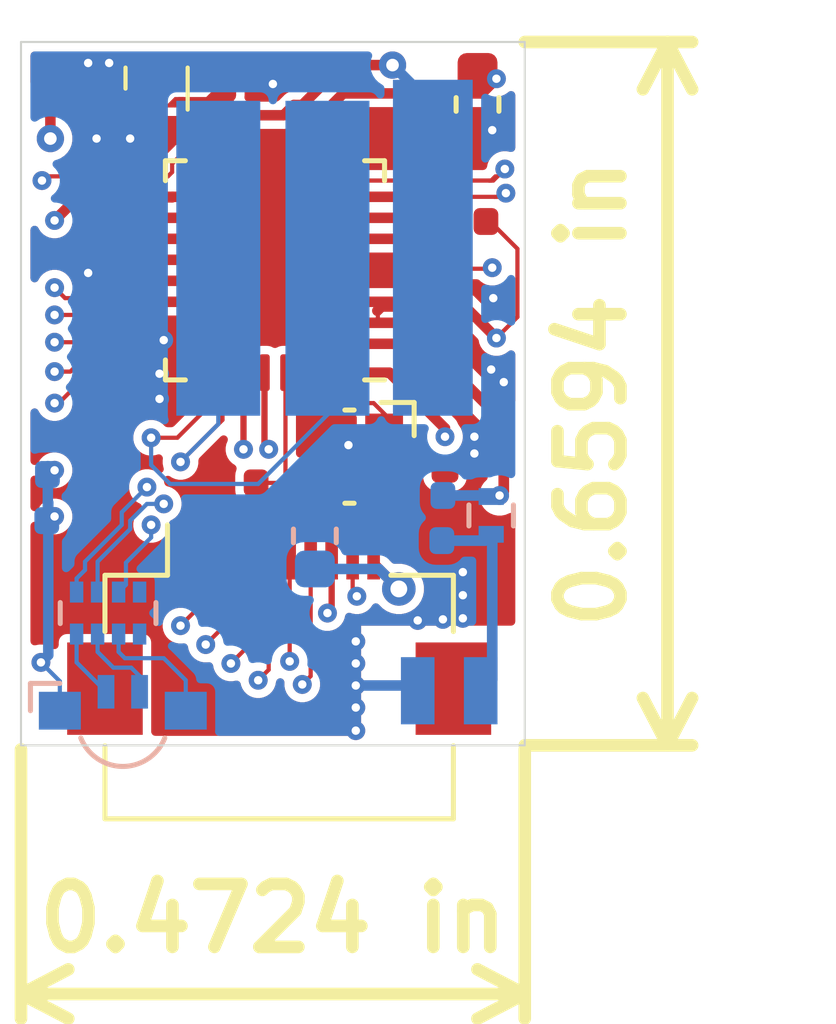
<source format=kicad_pcb>
(kicad_pcb (version 20171130) (host pcbnew "(5.0.0)")

  (general
    (thickness 0.8)
    (drawings 7)
    (tracks 326)
    (zones 0)
    (modules 22)
    (nets 29)
  )

  (page A4)
  (layers
    (0 F.Cu signal)
    (1 In1.Cu power)
    (2 In2.Cu mixed)
    (31 B.Cu signal)
    (32 B.Adhes user hide)
    (33 F.Adhes user hide)
    (34 B.Paste user)
    (35 F.Paste user hide)
    (36 B.SilkS user)
    (37 F.SilkS user)
    (38 B.Mask user)
    (39 F.Mask user)
    (40 Dwgs.User user)
    (41 Cmts.User user)
    (42 Eco1.User user)
    (43 Eco2.User user)
    (44 Edge.Cuts user)
    (45 Margin user)
    (46 B.CrtYd user)
    (47 F.CrtYd user)
    (48 B.Fab user hide)
    (49 F.Fab user)
  )

  (setup
    (last_trace_width 0.1)
    (user_trace_width 0.1)
    (user_trace_width 0.15)
    (user_trace_width 0.2)
    (trace_clearance 0.2)
    (zone_clearance 0.2)
    (zone_45_only no)
    (trace_min 0.1)
    (segment_width 0.2)
    (edge_width 0.05)
    (via_size 0.6)
    (via_drill 0.3)
    (via_min_size 0.4)
    (via_min_drill 0.2)
    (user_via 0.45 0.2)
    (user_via 0.65 0.3)
    (uvia_size 0.3)
    (uvia_drill 0.1)
    (uvias_allowed no)
    (uvia_min_size 0.2)
    (uvia_min_drill 0.1)
    (pcb_text_width 0.3)
    (pcb_text_size 1.5 1.5)
    (mod_edge_width 0.12)
    (mod_text_size 1 1)
    (mod_text_width 0.15)
    (pad_size 0.25 0.875)
    (pad_drill 0)
    (pad_to_mask_clearance 0.051)
    (solder_mask_min_width 0.25)
    (aux_axis_origin 0 0)
    (visible_elements 7FFFFF1F)
    (pcbplotparams
      (layerselection 0x010fc_ffffffff)
      (usegerberextensions false)
      (usegerberattributes false)
      (usegerberadvancedattributes false)
      (creategerberjobfile false)
      (excludeedgelayer true)
      (linewidth 0.100000)
      (plotframeref false)
      (viasonmask false)
      (mode 1)
      (useauxorigin false)
      (hpglpennumber 1)
      (hpglpenspeed 20)
      (hpglpendiameter 15.000000)
      (psnegative false)
      (psa4output false)
      (plotreference true)
      (plotvalue true)
      (plotinvisibletext false)
      (padsonsilk false)
      (subtractmaskfromsilk false)
      (outputformat 1)
      (mirror false)
      (drillshape 1)
      (scaleselection 1)
      (outputdirectory ""))
  )

  (net 0 "")
  (net 1 "Net-(AE1-Pad1)")
  (net 2 GND)
  (net 3 VBUS)
  (net 4 "Net-(C2-Pad1)")
  (net 5 "Net-(C3-Pad1)")
  (net 6 +3V3)
  (net 7 "Net-(D1-Pad3)")
  (net 8 "Net-(D1-Pad4)")
  (net 9 "Net-(D1-Pad2)")
  (net 10 /USBD-)
  (net 11 /USBD+)
  (net 12 "Net-(RN1-Pad5)")
  (net 13 "Net-(RN1-Pad4)")
  (net 14 /LED_G)
  (net 15 /LED_B)
  (net 16 /LED_R)
  (net 17 /BLSEL)
  (net 18 "Net-(U2-Pad14)")
  (net 19 /EN)
  (net 20 /UTX)
  (net 21 /URX)
  (net 22 /GP12)
  (net 23 /GP11)
  (net 24 /GP10)
  (net 25 /GP15)
  (net 26 /GP14)
  (net 27 /GP13)
  (net 28 "Net-(C12-Pad2)")

  (net_class Default "This is the default net class."
    (clearance 0.2)
    (trace_width 0.25)
    (via_dia 0.6)
    (via_drill 0.3)
    (uvia_dia 0.3)
    (uvia_drill 0.1)
  )

  (net_class Power ""
    (clearance 0.2)
    (trace_width 0.25)
    (via_dia 0.8)
    (via_drill 0.4)
    (uvia_dia 0.3)
    (uvia_drill 0.1)
    (add_net +3V3)
    (add_net GND)
    (add_net VBUS)
  )

  (net_class rftrace ""
    (clearance 0.254)
    (trace_width 0.254)
    (via_dia 0.6)
    (via_drill 0.3)
    (uvia_dia 0.3)
    (uvia_drill 0.1)
    (add_net "Net-(AE1-Pad1)")
    (add_net "Net-(C12-Pad2)")
  )

  (net_class signalSml ""
    (clearance 0.15)
    (trace_width 0.15)
    (via_dia 0.45)
    (via_drill 0.2)
    (uvia_dia 0.3)
    (uvia_drill 0.1)
  )

  (net_class signalouter ""
    (clearance 0.1)
    (trace_width 0.1)
    (via_dia 0.45)
    (via_drill 0.2)
    (uvia_dia 0.3)
    (uvia_drill 0.1)
    (add_net /BLSEL)
    (add_net /EN)
    (add_net /GP10)
    (add_net /GP11)
    (add_net /GP12)
    (add_net /GP13)
    (add_net /GP14)
    (add_net /GP15)
    (add_net /LED_B)
    (add_net /LED_G)
    (add_net /LED_R)
    (add_net /URX)
    (add_net /USBD+)
    (add_net /USBD-)
    (add_net /UTX)
    (add_net "Net-(C2-Pad1)")
    (add_net "Net-(C3-Pad1)")
    (add_net "Net-(D1-Pad2)")
    (add_net "Net-(D1-Pad3)")
    (add_net "Net-(D1-Pad4)")
    (add_net "Net-(RN1-Pad4)")
    (add_net "Net-(RN1-Pad5)")
    (add_net "Net-(U2-Pad14)")
  )

  (module Capacitor_SMD:C_0402_1005Metric (layer B.Cu) (tedit 5FF87ED8) (tstamp 60735540)
    (at 151.065 47.8)
    (descr "Capacitor SMD 0402 (1005 Metric), square (rectangular) end terminal, IPC_7351 nominal, (Body size source: http://www.tortai-tech.com/upload/download/2011102023233369053.pdf), generated with kicad-footprint-generator")
    (tags capacitor)
    (path /5FFBF6D7)
    (attr smd)
    (fp_text reference C12 (at 0 1.17) (layer B.SilkS) hide
      (effects (font (size 1 1) (thickness 0.15)) (justify mirror))
    )
    (fp_text value C_Small (at 0 -1.17) (layer B.Fab)
      (effects (font (size 1 1) (thickness 0.15)) (justify mirror))
    )
    (fp_text user %R (at 0 0) (layer B.Fab)
      (effects (font (size 0.25 0.25) (thickness 0.04)) (justify mirror))
    )
    (fp_line (start 0.93 -0.47) (end -0.93 -0.47) (layer B.CrtYd) (width 0.05))
    (fp_line (start 0.93 0.47) (end 0.93 -0.47) (layer B.CrtYd) (width 0.05))
    (fp_line (start -0.93 0.47) (end 0.93 0.47) (layer B.CrtYd) (width 0.05))
    (fp_line (start -0.93 -0.47) (end -0.93 0.47) (layer B.CrtYd) (width 0.05))
    (fp_line (start 0.5 -0.25) (end -0.5 -0.25) (layer B.Fab) (width 0.1))
    (fp_line (start 0.5 0.25) (end 0.5 -0.25) (layer B.Fab) (width 0.1))
    (fp_line (start -0.5 0.25) (end 0.5 0.25) (layer B.Fab) (width 0.1))
    (fp_line (start -0.5 -0.25) (end -0.5 0.25) (layer B.Fab) (width 0.1))
    (pad 2 smd roundrect (at 0.485 0) (size 0.59 0.64) (layers B.Cu B.Paste B.Mask) (roundrect_rratio 0.25)
      (net 28 "Net-(C12-Pad2)"))
    (pad 1 smd roundrect (at -0.485 0) (size 0.59 0.64) (layers B.Cu B.Paste B.Mask) (roundrect_rratio 0.25)
      (net 2 GND))
    (model ${KISYS3DMOD}/Capacitor_SMD.3dshapes/C_0402_1005Metric.wrl
      (at (xyz 0 0 0))
      (scale (xyz 1 1 1))
      (rotate (xyz 0 0 0))
    )
  )

  (module Capacitor_SMD:C_0402_1005Metric (layer B.Cu) (tedit 5FF87EC6) (tstamp 60735531)
    (at 151.04 48.875)
    (descr "Capacitor SMD 0402 (1005 Metric), square (rectangular) end terminal, IPC_7351 nominal, (Body size source: http://www.tortai-tech.com/upload/download/2011102023233369053.pdf), generated with kicad-footprint-generator")
    (tags capacitor)
    (path /5FFBF66B)
    (attr smd)
    (fp_text reference C11 (at 0 1.17) (layer B.SilkS) hide
      (effects (font (size 1 1) (thickness 0.15)) (justify mirror))
    )
    (fp_text value C_Small (at 0 -1.17) (layer B.Fab)
      (effects (font (size 1 1) (thickness 0.15)) (justify mirror))
    )
    (fp_line (start -0.5 -0.25) (end -0.5 0.25) (layer B.Fab) (width 0.1))
    (fp_line (start -0.5 0.25) (end 0.5 0.25) (layer B.Fab) (width 0.1))
    (fp_line (start 0.5 0.25) (end 0.5 -0.25) (layer B.Fab) (width 0.1))
    (fp_line (start 0.5 -0.25) (end -0.5 -0.25) (layer B.Fab) (width 0.1))
    (fp_line (start -0.93 -0.47) (end -0.93 0.47) (layer B.CrtYd) (width 0.05))
    (fp_line (start -0.93 0.47) (end 0.93 0.47) (layer B.CrtYd) (width 0.05))
    (fp_line (start 0.93 0.47) (end 0.93 -0.47) (layer B.CrtYd) (width 0.05))
    (fp_line (start 0.93 -0.47) (end -0.93 -0.47) (layer B.CrtYd) (width 0.05))
    (fp_text user %R (at 0 0) (layer B.Fab)
      (effects (font (size 0.25 0.25) (thickness 0.04)) (justify mirror))
    )
    (pad 1 smd roundrect (at -0.485 0) (size 0.59 0.64) (layers B.Cu B.Paste B.Mask) (roundrect_rratio 0.25)
      (net 2 GND))
    (pad 2 smd roundrect (at 0.485 0) (size 0.59 0.64) (layers B.Cu B.Paste B.Mask) (roundrect_rratio 0.25)
      (net 1 "Net-(AE1-Pad1)"))
    (model ${KISYS3DMOD}/Capacitor_SMD.3dshapes/C_0402_1005Metric.wrl
      (at (xyz 0 0 0))
      (scale (xyz 1 1 1))
      (rotate (xyz 0 0 0))
    )
  )

  (module Inductors_SMD:L_0402 (layer B.Cu) (tedit 5FF87ED4) (tstamp 607356BE)
    (at 152.7 48.275 270)
    (descr "Resistor SMD 0402, reflow soldering, Vishay (see dcrcw.pdf)")
    (tags "resistor 0402")
    (path /5FFBF7A7)
    (attr smd)
    (fp_text reference L1 (at 0 1.8 270) (layer B.SilkS) hide
      (effects (font (size 1 1) (thickness 0.15)) (justify mirror))
    )
    (fp_text value L_Small (at 0 -1.8 270) (layer B.Fab)
      (effects (font (size 1 1) (thickness 0.15)) (justify mirror))
    )
    (fp_line (start -0.25 -0.53) (end 0.25 -0.53) (layer B.SilkS) (width 0.12))
    (fp_line (start 0.25 0.53) (end -0.25 0.53) (layer B.SilkS) (width 0.12))
    (fp_line (start 0.95 0.65) (end 0.95 -0.65) (layer B.CrtYd) (width 0.05))
    (fp_line (start -0.95 0.65) (end -0.95 -0.65) (layer B.CrtYd) (width 0.05))
    (fp_line (start -0.95 -0.65) (end 0.95 -0.65) (layer B.CrtYd) (width 0.05))
    (fp_line (start -0.95 0.65) (end 0.95 0.65) (layer B.CrtYd) (width 0.05))
    (fp_line (start -0.5 0.25) (end 0.5 0.25) (layer B.Fab) (width 0.1))
    (fp_line (start 0.5 0.25) (end 0.5 -0.25) (layer B.Fab) (width 0.1))
    (fp_line (start 0.5 -0.25) (end -0.5 -0.25) (layer B.Fab) (width 0.1))
    (fp_line (start -0.5 -0.25) (end -0.5 0.25) (layer B.Fab) (width 0.1))
    (fp_text user %R (at 0 -0.1 270) (layer B.Fab)
      (effects (font (size 0.2 0.2) (thickness 0.03)) (justify mirror))
    )
    (pad 2 smd rect (at 0.45 0 270) (size 0.4 0.6) (layers B.Cu B.Paste B.Mask)
      (net 1 "Net-(AE1-Pad1)"))
    (pad 1 smd rect (at -0.45 0 270) (size 0.4 0.6) (layers B.Cu B.Paste B.Mask)
      (net 28 "Net-(C12-Pad2)"))
    (model ${KISYS3DMOD}/Inductors_SMD.3dshapes/L_0402.wrl
      (at (xyz 0 0 0))
      (scale (xyz 1 1 1))
      (rotate (xyz 0 0 0))
    )
  )

  (module Capacitor_SMD:C_0603_1608Metric (layer B.Cu) (tedit 5FF87F62) (tstamp 6065B529)
    (at 148.5 48.7625 90)
    (descr "Capacitor SMD 0603 (1608 Metric), square (rectangular) end terminal, IPC_7351 nominal, (Body size source: http://www.tortai-tech.com/upload/download/2011102023233369053.pdf), generated with kicad-footprint-generator")
    (tags capacitor)
    (path /5FFB275E)
    (attr smd)
    (fp_text reference C10 (at 0 1.43 90) (layer B.SilkS) hide
      (effects (font (size 1 1) (thickness 0.15)) (justify mirror))
    )
    (fp_text value C_Small (at 0 -1.43 90) (layer B.Fab)
      (effects (font (size 1 1) (thickness 0.15)) (justify mirror))
    )
    (fp_text user %R (at 0 0 90) (layer B.Fab)
      (effects (font (size 0.4 0.4) (thickness 0.06)) (justify mirror))
    )
    (fp_line (start 1.48 -0.73) (end -1.48 -0.73) (layer B.CrtYd) (width 0.05))
    (fp_line (start 1.48 0.73) (end 1.48 -0.73) (layer B.CrtYd) (width 0.05))
    (fp_line (start -1.48 0.73) (end 1.48 0.73) (layer B.CrtYd) (width 0.05))
    (fp_line (start -1.48 -0.73) (end -1.48 0.73) (layer B.CrtYd) (width 0.05))
    (fp_line (start -0.162779 -0.51) (end 0.162779 -0.51) (layer B.SilkS) (width 0.12))
    (fp_line (start -0.162779 0.51) (end 0.162779 0.51) (layer B.SilkS) (width 0.12))
    (fp_line (start 0.8 -0.4) (end -0.8 -0.4) (layer B.Fab) (width 0.1))
    (fp_line (start 0.8 0.4) (end 0.8 -0.4) (layer B.Fab) (width 0.1))
    (fp_line (start -0.8 0.4) (end 0.8 0.4) (layer B.Fab) (width 0.1))
    (fp_line (start -0.8 -0.4) (end -0.8 0.4) (layer B.Fab) (width 0.1))
    (pad 2 smd roundrect (at 0.7875 0 90) (size 0.875 0.95) (layers B.Cu B.Paste B.Mask) (roundrect_rratio 0.25)
      (net 2 GND))
    (pad 1 smd roundrect (at -0.7875 0 90) (size 0.875 0.95) (layers B.Cu B.Paste B.Mask) (roundrect_rratio 0.25)
      (net 6 +3V3))
    (model ${KISYS3DMOD}/Capacitor_SMD.3dshapes/C_0603_1608Metric.wrl
      (at (xyz 0 0 0))
      (scale (xyz 1 1 1))
      (rotate (xyz 0 0 0))
    )
  )

  (module Capacitor_SMD:C_0603_1608Metric (layer F.Cu) (tedit 5FF87F9B) (tstamp 6065B518)
    (at 152.375 38.4875 270)
    (descr "Capacitor SMD 0603 (1608 Metric), square (rectangular) end terminal, IPC_7351 nominal, (Body size source: http://www.tortai-tech.com/upload/download/2011102023233369053.pdf), generated with kicad-footprint-generator")
    (tags capacitor)
    (path /5FFB2757)
    (attr smd)
    (fp_text reference C9 (at 0 -1.43 270) (layer F.SilkS) hide
      (effects (font (size 1 1) (thickness 0.15)))
    )
    (fp_text value C_Small (at 0 1.43 270) (layer F.Fab)
      (effects (font (size 1 1) (thickness 0.15)))
    )
    (fp_line (start -0.8 0.4) (end -0.8 -0.4) (layer F.Fab) (width 0.1))
    (fp_line (start -0.8 -0.4) (end 0.8 -0.4) (layer F.Fab) (width 0.1))
    (fp_line (start 0.8 -0.4) (end 0.8 0.4) (layer F.Fab) (width 0.1))
    (fp_line (start 0.8 0.4) (end -0.8 0.4) (layer F.Fab) (width 0.1))
    (fp_line (start -0.162779 -0.51) (end 0.162779 -0.51) (layer F.SilkS) (width 0.12))
    (fp_line (start -0.162779 0.51) (end 0.162779 0.51) (layer F.SilkS) (width 0.12))
    (fp_line (start -1.48 0.73) (end -1.48 -0.73) (layer F.CrtYd) (width 0.05))
    (fp_line (start -1.48 -0.73) (end 1.48 -0.73) (layer F.CrtYd) (width 0.05))
    (fp_line (start 1.48 -0.73) (end 1.48 0.73) (layer F.CrtYd) (width 0.05))
    (fp_line (start 1.48 0.73) (end -1.48 0.73) (layer F.CrtYd) (width 0.05))
    (fp_text user %R (at 0 0 270) (layer F.Fab)
      (effects (font (size 0.4 0.4) (thickness 0.06)))
    )
    (pad 1 smd roundrect (at -0.7875 0 270) (size 0.875 0.95) (layers F.Cu F.Paste F.Mask) (roundrect_rratio 0.25)
      (net 6 +3V3))
    (pad 2 smd roundrect (at 0.7875 0 270) (size 0.875 0.95) (layers F.Cu F.Paste F.Mask) (roundrect_rratio 0.25)
      (net 2 GND))
    (model ${KISYS3DMOD}/Capacitor_SMD.3dshapes/C_0603_1608Metric.wrl
      (at (xyz 0 0 0))
      (scale (xyz 1 1 1))
      (rotate (xyz 0 0 0))
    )
  )

  (module Housings_DFN_QFN:UDFN-4_1x1mm_Pitch0.65mm (layer F.Cu) (tedit 5FFED7E2) (tstamp 6057D53E)
    (at 144.73 38.11)
    (descr UDFN-4_1x1mm_Pitch0.65mm)
    (tags UDFN-4_1x1mm_Pitch0.65mm)
    (path /5FF1FC8E)
    (attr smd)
    (fp_text reference U1 (at 0.45 -2.16) (layer F.SilkS) hide
      (effects (font (size 1 1) (thickness 0.15)))
    )
    (fp_text value AP7333-33SRG-7 (at 0.47 2.34) (layer F.Fab)
      (effects (font (size 1 1) (thickness 0.15)))
    )
    (fp_text user %R (at 0.04 0.08) (layer F.Fab)
      (effects (font (size 0.25 0.25) (thickness 0.025)))
    )
    (fp_line (start 0.5 -0.5) (end 0.5 0.5) (layer F.Fab) (width 0.1))
    (fp_line (start -0.12 -0.5) (end 0.5 -0.5) (layer F.Fab) (width 0.1))
    (fp_line (start -0.5 0.5) (end -0.5 -0.12) (layer F.Fab) (width 0.1))
    (fp_line (start 0.5 0.5) (end -0.5 0.5) (layer F.Fab) (width 0.1))
    (fp_line (start -0.12 -0.5) (end -0.5 -0.12) (layer F.Fab) (width 0.1))
    (fp_line (start -1.5 1.5) (end -1.5 -1.5) (layer F.CrtYd) (width 0.05))
    (fp_line (start 1.5 1.5) (end -1.5 1.5) (layer F.CrtYd) (width 0.05))
    (fp_line (start 1.5 -1.5) (end 1.5 1.5) (layer F.CrtYd) (width 0.05))
    (fp_line (start -1.5 -1.5) (end 1.5 -1.5) (layer F.CrtYd) (width 0.05))
    (fp_line (start -0.74 -0.5) (end -0.74 0) (layer F.SilkS) (width 0.1))
    (fp_line (start 0.74 -0.5) (end 0.74 0.5) (layer F.SilkS) (width 0.1))
    (pad 2 smd rect (at -0.345 0.415 90) (size 0.07 0.19) (layers F.Cu F.Paste F.Mask)
      (net 6 +3V3))
    (pad 2 smd trapezoid (at -0.43 0.29 90) (size 0.18 0.18) (rect_delta 0.1799 0 ) (layers F.Cu F.Paste F.Mask)
      (net 6 +3V3))
    (pad 1 smd trapezoid (at -0.43 -0.3 180) (size 0.2 0.2) (rect_delta 0 0.19999 ) (layers F.Cu F.Paste F.Mask)
      (net 2 GND))
    (pad 2 smd rect (at -0.54 0.325 270) (size 0.25 0.22) (layers F.Cu F.Paste F.Mask)
      (net 6 +3V3))
    (pad 5 smd rect (at 0 0.17 315) (size 0.24 0.24) (layers F.Cu F.Paste F.Mask)
      (net 2 GND))
    (pad 1 smd rect (at -0.54 -0.325 270) (size 0.25 0.22) (layers F.Cu F.Paste F.Mask)
      (net 2 GND))
    (pad 4 smd rect (at 0.54 -0.325 270) (size 0.25 0.22) (layers F.Cu F.Paste F.Mask)
      (net 3 VBUS))
    (pad 4 smd trapezoid (at 0.425 -0.29 270) (size 0.18 0.18) (rect_delta 0.1799 0 ) (layers F.Cu F.Paste F.Mask)
      (net 3 VBUS))
    (pad 4 smd rect (at 0.34 -0.415 90) (size 0.07 0.19) (layers F.Cu F.Paste F.Mask)
      (net 3 VBUS))
    (pad 3 smd rect (at 0.54 0.325 270) (size 0.25 0.22) (layers F.Cu F.Paste F.Mask)
      (net 3 VBUS))
    (pad 3 smd trapezoid (at 0.43 0.29) (size 0.18 0.18) (rect_delta 0 0.17999 ) (layers F.Cu F.Paste F.Mask)
      (net 3 VBUS))
    (pad 1 smd trapezoid (at -0.38 -0.35 180) (size 0.2 0.2) (rect_delta 0 0.19999 ) (layers F.Cu F.Paste F.Mask)
      (net 2 GND))
    (pad 3 smd rect (at 0.345 0.415 90) (size 0.07 0.19) (layers F.Cu F.Paste F.Mask)
      (net 3 VBUS))
    (pad 5 smd rect (at 0.17 0 315) (size 0.24 0.24) (layers F.Cu F.Paste F.Mask)
      (net 2 GND))
    (pad 5 smd rect (at -0.17 0 315) (size 0.24 0.24) (layers F.Cu F.Paste F.Mask)
      (net 2 GND))
    (pad 5 smd rect (at 0 -0.17 315) (size 0.24 0.24) (layers F.Cu F.Paste F.Mask)
      (net 2 GND))
    (model ${KISYS3DMOD}/Housings_DFN_QFN.3dshapes/UDFN-4_1x1mm_Pitch0.65mm.wrl
      (at (xyz 0 0 0))
      (scale (xyz 1 1 1))
      (rotate (xyz 0 0 0))
    )
  )

  (module Connector_FFC-FPC:Hirose_FH12-10S-0.5SH_1x10-1MP_P0.50mm_Horizontal (layer F.Cu) (tedit 5FFEB6DE) (tstamp 603C8000)
    (at 147.65 51)
    (descr "Molex FH12, FFC/FPC connector, FH12-10S-0.5SH, 10 Pins per row (https://www.hirose.com/product/en/products/FH12/FH12-24S-0.5SH(55)/), generated with kicad-footprint-generator")
    (tags "connector Hirose  top entry")
    (path /5FEEEEB6)
    (attr smd)
    (fp_text reference J2 (at 0 -3.7) (layer F.SilkS) hide
      (effects (font (size 1 1) (thickness 0.15)))
    )
    (fp_text value Conn_02x05_Odd_Even (at 0 5.6) (layer F.Fab)
      (effects (font (size 1 1) (thickness 0.15)))
    )
    (fp_line (start 0 -1.2) (end -4.05 -1.2) (layer F.Fab) (width 0.1))
    (fp_line (start -4.05 -1.2) (end -4.05 3.4) (layer F.Fab) (width 0.1))
    (fp_line (start -4.05 3.4) (end -3.45 3.4) (layer F.Fab) (width 0.1))
    (fp_line (start -3.45 3.4) (end -3.45 3.7) (layer F.Fab) (width 0.1))
    (fp_line (start -3.45 3.7) (end -3.95 3.7) (layer F.Fab) (width 0.1))
    (fp_line (start -3.95 3.7) (end -3.95 4.4) (layer F.Fab) (width 0.1))
    (fp_line (start -3.95 4.4) (end 0 4.4) (layer F.Fab) (width 0.1))
    (fp_line (start 0 -1.2) (end 4.05 -1.2) (layer F.Fab) (width 0.1))
    (fp_line (start 4.05 -1.2) (end 4.05 3.4) (layer F.Fab) (width 0.1))
    (fp_line (start 4.05 3.4) (end 3.45 3.4) (layer F.Fab) (width 0.1))
    (fp_line (start 3.45 3.4) (end 3.45 3.7) (layer F.Fab) (width 0.1))
    (fp_line (start 3.45 3.7) (end 3.95 3.7) (layer F.Fab) (width 0.1))
    (fp_line (start 3.95 3.7) (end 3.95 4.4) (layer F.Fab) (width 0.1))
    (fp_line (start 3.95 4.4) (end 0 4.4) (layer F.Fab) (width 0.1))
    (fp_line (start -2.66 -1.3) (end -4.15 -1.3) (layer F.SilkS) (width 0.12))
    (fp_line (start -4.15 -1.3) (end -4.15 0.04) (layer F.SilkS) (width 0.12))
    (fp_line (start 2.66 -1.3) (end 4.15 -1.3) (layer F.SilkS) (width 0.12))
    (fp_line (start 4.15 -1.3) (end 4.15 0.04) (layer F.SilkS) (width 0.12))
    (fp_line (start -4.15 2.76) (end -4.15 4.5) (layer F.SilkS) (width 0.12))
    (fp_line (start -4.15 4.5) (end 4.15 4.5) (layer F.SilkS) (width 0.12))
    (fp_line (start 4.15 4.5) (end 4.15 2.76) (layer F.SilkS) (width 0.12))
    (fp_line (start -2.66 -1.3) (end -2.66 -2.5) (layer F.SilkS) (width 0.12))
    (fp_line (start -2.75 -1.2) (end -2.25 -0.492893) (layer F.Fab) (width 0.1))
    (fp_line (start -2.25 -0.492893) (end -1.75 -1.2) (layer F.Fab) (width 0.1))
    (fp_line (start -5.55 -3) (end -5.55 4.9) (layer F.CrtYd) (width 0.05))
    (fp_line (start -5.55 4.9) (end 5.55 4.9) (layer F.CrtYd) (width 0.05))
    (fp_line (start 5.55 4.9) (end 5.55 -3) (layer F.CrtYd) (width 0.05))
    (fp_line (start 5.55 -3) (end -5.55 -3) (layer F.CrtYd) (width 0.05))
    (fp_text user %R (at 0 3.7) (layer F.Fab)
      (effects (font (size 1 1) (thickness 0.15)))
    )
    (pad MP smd rect (at 4.15 1.4) (size 1.8 2.2) (layers F.Cu F.Paste F.Mask))
    (pad MP smd rect (at -4.15 1.4) (size 1.8 2.2) (layers F.Cu F.Paste F.Mask))
    (pad 1 smd rect (at -2.25 -1.85) (size 0.3 1.3) (layers F.Cu F.Paste F.Mask)
      (net 2 GND))
    (pad 2 smd rect (at -1.75 -1.85) (size 0.3 1.3) (layers F.Cu F.Paste F.Mask)
      (net 17 /BLSEL))
    (pad 3 smd rect (at -1.25 -1.85) (size 0.3 1.3) (layers F.Cu F.Paste F.Mask)
      (net 25 /GP15))
    (pad 4 smd rect (at -0.75 -1.85) (size 0.3 1.3) (layers F.Cu F.Paste F.Mask)
      (net 26 /GP14))
    (pad 5 smd rect (at -0.25 -1.85) (size 0.3 1.3) (layers F.Cu F.Paste F.Mask)
      (net 27 /GP13))
    (pad 6 smd rect (at 0.25 -1.85) (size 0.3 1.3) (layers F.Cu F.Paste F.Mask)
      (net 22 /GP12))
    (pad 7 smd rect (at 0.75 -1.85) (size 0.3 1.3) (layers F.Cu F.Paste F.Mask)
      (net 23 /GP11))
    (pad 8 smd rect (at 1.25 -1.85) (size 0.3 1.3) (layers F.Cu F.Paste F.Mask)
      (net 21 /URX))
    (pad 9 smd rect (at 1.75 -1.85) (size 0.3 1.3) (layers F.Cu F.Paste F.Mask)
      (net 20 /UTX))
    (pad 10 smd rect (at 2.25 -1.85) (size 0.3 1.3) (layers F.Cu F.Paste F.Mask)
      (net 6 +3V3))
    (model ${KISYS3DMOD}/Connector_FFC-FPC.3dshapes/Hirose_FH12-10S-0.5SH_1x10-1MP_P0.50mm_Horizontal.wrl
      (at (xyz 0 0 0))
      (scale (xyz 1 1 1))
      (rotate (xyz 0 0 0))
    )
  )

  (module Resistor_SMD:R_0402_1005Metric (layer F.Cu) (tedit 5FF87F45) (tstamp 5FFECBE4)
    (at 152.09 41.275 180)
    (descr "Resistor SMD 0402 (1005 Metric), square (rectangular) end terminal, IPC_7351 nominal, (Body size source: http://www.tortai-tech.com/upload/download/2011102023233369053.pdf), generated with kicad-footprint-generator")
    (tags resistor)
    (path /5FED4EE2)
    (attr smd)
    (fp_text reference R1 (at 0 -1.17 180) (layer F.SilkS) hide
      (effects (font (size 1 1) (thickness 0.15)))
    )
    (fp_text value R_Small (at 0 1.17 180) (layer F.Fab)
      (effects (font (size 1 1) (thickness 0.15)))
    )
    (fp_line (start -0.5 0.25) (end -0.5 -0.25) (layer F.Fab) (width 0.1))
    (fp_line (start -0.5 -0.25) (end 0.5 -0.25) (layer F.Fab) (width 0.1))
    (fp_line (start 0.5 -0.25) (end 0.5 0.25) (layer F.Fab) (width 0.1))
    (fp_line (start 0.5 0.25) (end -0.5 0.25) (layer F.Fab) (width 0.1))
    (fp_line (start -0.93 0.47) (end -0.93 -0.47) (layer F.CrtYd) (width 0.05))
    (fp_line (start -0.93 -0.47) (end 0.93 -0.47) (layer F.CrtYd) (width 0.05))
    (fp_line (start 0.93 -0.47) (end 0.93 0.47) (layer F.CrtYd) (width 0.05))
    (fp_line (start 0.93 0.47) (end -0.93 0.47) (layer F.CrtYd) (width 0.05))
    (fp_text user %R (at 0 0 180) (layer F.Fab)
      (effects (font (size 0.25 0.25) (thickness 0.04)))
    )
    (pad 1 smd roundrect (at -0.485 0 180) (size 0.59 0.64) (layers F.Cu F.Paste F.Mask) (roundrect_rratio 0.25)
      (net 6 +3V3))
    (pad 2 smd roundrect (at 0.485 0 180) (size 0.59 0.64) (layers F.Cu F.Paste F.Mask) (roundrect_rratio 0.25)
      (net 19 /EN))
    (model ${KISYS3DMOD}/Resistor_SMD.3dshapes/R_0402_1005Metric.wrl
      (at (xyz 0 0 0))
      (scale (xyz 1 1 1))
      (rotate (xyz 0 0 0))
    )
  )

  (module footprint:Antenna-AVX-1001312 (layer B.Cu) (tedit 5FF87EC2) (tstamp 60213F42)
    (at 151.7 52.4 180)
    (path /5FED282C)
    (fp_text reference AE1 (at 5.925 -6.625 180) (layer B.SilkS) hide
      (effects (font (size 1 1) (thickness 0.15)) (justify mirror))
    )
    (fp_text value Antenna (at -0.2 -5.3 180) (layer B.Fab)
      (effects (font (size 1 1) (thickness 0.15)) (justify mirror))
    )
    (pad 1 smd rect (at -0.75 -0.05 180) (size 0.8 1.6) (layers B.Cu B.Paste B.Mask)
      (net 1 "Net-(AE1-Pad1)"))
    (pad 2 smd rect (at 0.75 -0.05 180) (size 0.8 1.6) (layers B.Cu B.Paste B.Mask)
      (net 2 GND))
  )

  (module Crystal:Crystal_SMD_Abracon_ABM10-4Pin_2.5x2.0mm (layer F.Cu) (tedit 5FF87EF5) (tstamp 5FEC7904)
    (at 149.325 46.875 270)
    (descr "Abracon Miniature Ceramic Smd Crystal ABM10 http://www.abracon.com/Resonators/ABM10.pdf")
    (tags "SMD SMT crystal Abracon ABM10")
    (path /5FED6E4B)
    (attr smd)
    (fp_text reference Y1 (at 0 -2.5 90) (layer F.SilkS) hide
      (effects (font (size 1 1) (thickness 0.15)))
    )
    (fp_text value Crystal_GND24_Small (at 0.04 2.5 90) (layer F.Fab)
      (effects (font (size 1 1) (thickness 0.15)))
    )
    (fp_line (start -1.53 -1.78) (end -1.53 1.78) (layer F.CrtYd) (width 0.05))
    (fp_line (start -0.5 -1.54) (end -1.29 -1.54) (layer F.SilkS) (width 0.12))
    (fp_line (start 1.11 -0.11) (end 1.11 0.11) (layer F.SilkS) (width 0.12))
    (fp_line (start -1 -0.75) (end -1 1.25) (layer F.Fab) (width 0.1))
    (fp_line (start 1 -1.25) (end 1 1.25) (layer F.Fab) (width 0.1))
    (fp_line (start -0.5 -1.25) (end 1 -1.25) (layer F.Fab) (width 0.1))
    (fp_line (start -1 1.25) (end 1 1.25) (layer F.Fab) (width 0.1))
    (fp_line (start -1.11 -0.11) (end -1.11 0.11) (layer F.SilkS) (width 0.12))
    (fp_line (start -0.5 -1.25) (end -1 -0.75) (layer F.Fab) (width 0.1))
    (fp_line (start -1.29 -0.75) (end -1.29 -1.54) (layer F.SilkS) (width 0.12))
    (fp_text user %R (at 0 0 180) (layer F.Fab)
      (effects (font (size 0.5 0.5) (thickness 0.075)))
    )
    (fp_line (start 1.53 -1.78) (end 1.53 1.78) (layer F.CrtYd) (width 0.05))
    (fp_line (start 1.53 -1.78) (end -1.53 -1.78) (layer F.CrtYd) (width 0.05))
    (fp_line (start -1.53 1.78) (end 1.53 1.78) (layer F.CrtYd) (width 0.05))
    (pad 4 smd rect (at 0.625 -0.825 270) (size 0.8 0.9) (layers F.Cu F.Paste F.Mask)
      (net 2 GND))
    (pad 2 smd rect (at -0.625 0.825 270) (size 0.8 0.9) (layers F.Cu F.Paste F.Mask)
      (net 2 GND))
    (pad 3 smd rect (at 0.625 0.825 270) (size 0.8 0.9) (layers F.Cu F.Paste F.Mask)
      (net 4 "Net-(C2-Pad1)"))
    (pad 1 smd rect (at -0.625 -0.825 270) (size 0.8 0.9) (layers F.Cu F.Paste F.Mask)
      (net 5 "Net-(C3-Pad1)"))
    (model ${KISYS3DMOD}/Crystal.3dshapes/Crystal_SMD_Abracon_ABM10-4Pin_2.5x2.0mm.wrl
      (at (xyz 0 0 0))
      (scale (xyz 1 1 1))
      (rotate (xyz 0 0 0))
    )
  )

  (module Package_DFN_QFN:QFN-32-1EP_5x5mm_P0.5mm_EP3.45x3.45mm (layer F.Cu) (tedit 5FFEEB23) (tstamp 5FEC8D71)
    (at 147.55 42.4375 180)
    (descr "QFN, 32 Pin (http://www.analog.com/media/en/package-pcb-resources/package/pkg_pdf/ltc-legacy-qfn/QFN_32_05-08-1693.pdf), generated with kicad-footprint-generator ipc_dfn_qfn_generator.py")
    (tags "QFN DFN_QFN")
    (path /5FEC9B09)
    (attr smd)
    (fp_text reference U2 (at 0 -3.82 180) (layer F.SilkS) hide
      (effects (font (size 1 1) (thickness 0.15)))
    )
    (fp_text value ESP32-C3 (at 0 3.82 180) (layer F.Fab)
      (effects (font (size 1 1) (thickness 0.15)))
    )
    (fp_text user %R (at 0 0 180) (layer F.Fab)
      (effects (font (size 1 1) (thickness 0.15)))
    )
    (fp_line (start 3.12 -3.12) (end -3.12 -3.12) (layer F.CrtYd) (width 0.05))
    (fp_line (start 3.12 3.12) (end 3.12 -3.12) (layer F.CrtYd) (width 0.05))
    (fp_line (start -3.12 3.12) (end 3.12 3.12) (layer F.CrtYd) (width 0.05))
    (fp_line (start -3.12 -3.12) (end -3.12 3.12) (layer F.CrtYd) (width 0.05))
    (fp_line (start -2.5 -1.5) (end -1.5 -2.5) (layer F.Fab) (width 0.1))
    (fp_line (start -2.5 2.5) (end -2.5 -1.5) (layer F.Fab) (width 0.1))
    (fp_line (start 2.5 2.5) (end -2.5 2.5) (layer F.Fab) (width 0.1))
    (fp_line (start 2.5 -2.5) (end 2.5 2.5) (layer F.Fab) (width 0.1))
    (fp_line (start -1.5 -2.5) (end 2.5 -2.5) (layer F.Fab) (width 0.1))
    (fp_line (start -2.135 -2.61) (end -2.61 -2.61) (layer F.SilkS) (width 0.12))
    (fp_line (start 2.61 2.61) (end 2.61 2.135) (layer F.SilkS) (width 0.12))
    (fp_line (start 2.135 2.61) (end 2.61 2.61) (layer F.SilkS) (width 0.12))
    (fp_line (start -2.61 2.61) (end -2.61 2.135) (layer F.SilkS) (width 0.12))
    (fp_line (start -2.135 2.61) (end -2.61 2.61) (layer F.SilkS) (width 0.12))
    (fp_line (start 2.61 -2.61) (end 2.61 -2.135) (layer F.SilkS) (width 0.12))
    (fp_line (start 2.135 -2.61) (end 2.61 -2.61) (layer F.SilkS) (width 0.12))
    (pad 32 smd roundrect (at -1.75 -2.4375 180) (size 0.25 0.875) (layers F.Cu F.Paste F.Mask) (roundrect_rratio 0.25)
      (net 6 +3V3))
    (pad 31 smd roundrect (at -1.25 -2.4375 180) (size 0.25 0.875) (layers F.Cu F.Paste F.Mask) (roundrect_rratio 0.25)
      (net 6 +3V3))
    (pad 30 smd roundrect (at -0.75 -2.4375 180) (size 0.25 0.875) (layers F.Cu F.Paste F.Mask) (roundrect_rratio 0.25)
      (net 5 "Net-(C3-Pad1)"))
    (pad 29 smd roundrect (at -0.25 -2.4375 180) (size 0.25 0.875) (layers F.Cu F.Paste F.Mask) (roundrect_rratio 0.25)
      (net 4 "Net-(C2-Pad1)"))
    (pad 28 smd roundrect (at 0.25 -2.4375 180) (size 0.25 0.875) (layers F.Cu F.Paste F.Mask) (roundrect_rratio 0.25)
      (net 20 /UTX))
    (pad 27 smd roundrect (at 0.75 -2.4375 180) (size 0.25 0.875) (layers F.Cu F.Paste F.Mask) (roundrect_rratio 0.25)
      (net 21 /URX))
    (pad 26 smd roundrect (at 1.25 -2.4375 180) (size 0.25 0.875) (layers F.Cu F.Paste F.Mask) (roundrect_rratio 0.25)
      (net 11 /USBD+))
    (pad 25 smd roundrect (at 1.75 -2.4375 180) (size 0.25 0.875) (layers F.Cu F.Paste F.Mask) (roundrect_rratio 0.25)
      (net 10 /USBD-))
    (pad 24 smd roundrect (at 2.4375 -1.75 180) (size 0.875 0.25) (layers F.Cu F.Paste F.Mask) (roundrect_rratio 0.25)
      (net 2 GND))
    (pad 23 smd roundrect (at 2.4375 -1.25 180) (size 0.875 0.25) (layers F.Cu F.Paste F.Mask) (roundrect_rratio 0.25)
      (net 2 GND))
    (pad 22 smd roundrect (at 2.4375 -0.75 180) (size 0.875 0.25) (layers F.Cu F.Paste F.Mask) (roundrect_rratio 0.25)
      (net 25 /GP15))
    (pad 21 smd roundrect (at 2.4375 -0.25 180) (size 0.875 0.25) (layers F.Cu F.Paste F.Mask) (roundrect_rratio 0.25)
      (net 26 /GP14))
    (pad 20 smd roundrect (at 2.4375 0.25 180) (size 0.875 0.25) (layers F.Cu F.Paste F.Mask) (roundrect_rratio 0.25)
      (net 27 /GP13))
    (pad 19 smd roundrect (at 2.4375 0.75 180) (size 0.875 0.25) (layers F.Cu F.Paste F.Mask) (roundrect_rratio 0.25)
      (net 22 /GP12))
    (pad 18 smd roundrect (at 2.4375 1.25 180) (size 0.875 0.25) (layers F.Cu F.Paste F.Mask) (roundrect_rratio 0.25)
      (net 23 /GP11))
    (pad 17 smd roundrect (at 2.4375 1.75 180) (size 0.875 0.25) (layers F.Cu F.Paste F.Mask) (roundrect_rratio 0.25)
      (net 6 +3V3))
    (pad 16 smd roundrect (at 1.75 2.4375 180) (size 0.25 0.875) (layers F.Cu F.Paste F.Mask) (roundrect_rratio 0.25)
      (net 24 /GP10))
    (pad 15 smd roundrect (at 1.25 2.4375 180) (size 0.25 0.875) (layers F.Cu F.Paste F.Mask) (roundrect_rratio 0.25)
      (net 17 /BLSEL))
    (pad 14 smd roundrect (at 0.75 2.4375 180) (size 0.25 0.875) (layers F.Cu F.Paste F.Mask) (roundrect_rratio 0.25)
      (net 18 "Net-(U2-Pad14)"))
    (pad 13 smd roundrect (at 0.25 2.4375 180) (size 0.25 0.875) (layers F.Cu F.Paste F.Mask) (roundrect_rratio 0.25)
      (net 2 GND))
    (pad 12 smd roundrect (at -0.25 2.4375 180) (size 0.25 0.875) (layers F.Cu F.Paste F.Mask) (roundrect_rratio 0.25)
      (net 2 GND))
    (pad 11 smd roundrect (at -0.75 2.4375 180) (size 0.25 0.875) (layers F.Cu F.Paste F.Mask) (roundrect_rratio 0.25)
      (net 6 +3V3))
    (pad 10 smd roundrect (at -1.25 2.4375 180) (size 0.25 0.875) (layers F.Cu F.Paste F.Mask) (roundrect_rratio 0.25)
      (net 2 GND))
    (pad 9 smd roundrect (at -1.75 2.4375 180) (size 0.25 0.875) (layers F.Cu F.Paste F.Mask) (roundrect_rratio 0.25)
      (net 16 /LED_R))
    (pad 8 smd roundrect (at -2.4375 1.75 180) (size 0.875 0.25) (layers F.Cu F.Paste F.Mask) (roundrect_rratio 0.25)
      (net 14 /LED_G))
    (pad 7 smd roundrect (at -2.4375 1.25 180) (size 0.875 0.25) (layers F.Cu F.Paste F.Mask) (roundrect_rratio 0.25)
      (net 19 /EN))
    (pad 6 smd roundrect (at -2.4375 0.75 180) (size 0.875 0.25) (layers F.Cu F.Paste F.Mask) (roundrect_rratio 0.25)
      (net 15 /LED_B))
    (pad 5 smd roundrect (at -2.4375 0.25 180) (size 0.875 0.25) (layers F.Cu F.Paste F.Mask) (roundrect_rratio 0.25)
      (net 2 GND))
    (pad 4 smd roundrect (at -2.4375 -0.25 180) (size 0.875 0.25) (layers F.Cu F.Paste F.Mask) (roundrect_rratio 0.25)
      (net 2 GND))
    (pad 3 smd roundrect (at -2.4375 -0.75 180) (size 0.875 0.25) (layers F.Cu F.Paste F.Mask) (roundrect_rratio 0.25)
      (net 6 +3V3))
    (pad 2 smd roundrect (at -2.4375 -1.25 180) (size 0.875 0.25) (layers F.Cu F.Paste F.Mask) (roundrect_rratio 0.25)
      (net 6 +3V3))
    (pad 1 smd roundrect (at -2.4375 -1.75 180) (size 0.875 0.25) (layers F.Cu F.Paste F.Mask) (roundrect_rratio 0.25)
      (net 28 "Net-(C12-Pad2)"))
    (pad "" smd roundrect (at 1.15 1.15 180) (size 0.93 0.93) (layers F.Paste) (roundrect_rratio 0.25))
    (pad "" smd roundrect (at 1.15 0 180) (size 0.93 0.93) (layers F.Paste) (roundrect_rratio 0.25))
    (pad "" smd roundrect (at 1.15 -1.15 180) (size 0.93 0.93) (layers F.Paste) (roundrect_rratio 0.25))
    (pad "" smd roundrect (at 0 1.15 180) (size 0.93 0.93) (layers F.Paste) (roundrect_rratio 0.25))
    (pad "" smd roundrect (at 0 0 180) (size 0.93 0.93) (layers F.Paste) (roundrect_rratio 0.25))
    (pad "" smd roundrect (at 0 -1.15 180) (size 0.93 0.93) (layers F.Paste) (roundrect_rratio 0.25))
    (pad "" smd roundrect (at -1.15 1.15 180) (size 0.93 0.93) (layers F.Paste) (roundrect_rratio 0.25))
    (pad "" smd roundrect (at -1.15 0 180) (size 0.93 0.93) (layers F.Paste) (roundrect_rratio 0.25))
    (pad "" smd roundrect (at -1.15 -1.15 180) (size 0.93 0.93) (layers F.Paste) (roundrect_rratio 0.25))
    (pad 33 smd roundrect (at 0 0 180) (size 3.45 3.45) (layers F.Cu F.Mask) (roundrect_rratio 0.072464)
      (net 2 GND))
    (model ${KISYS3DMOD}/Package_DFN_QFN.3dshapes/QFN-32-1EP_5x5mm_P0.5mm_EP3.45x3.45mm.wrl
      (at (xyz 0 0 0))
      (scale (xyz 1 1 1))
      (rotate (xyz 0 0 0))
    )
  )

  (module Resistor_SMD:R_Array_Concave_4x0402 (layer B.Cu) (tedit 5FFEB976) (tstamp 5FEC7882)
    (at 143.575 50.6 270)
    (descr "Thick Film Chip Resistor Array, Wave soldering, Vishay CRA04P (see cra04p.pdf)")
    (tags "resistor array")
    (path /5FEF30E4)
    (attr smd)
    (fp_text reference RN1 (at 0 2.1 90) (layer B.SilkS) hide
      (effects (font (size 1 1) (thickness 0.15)) (justify mirror))
    )
    (fp_text value R_Pack04 (at 0 -2.1 90) (layer B.Fab)
      (effects (font (size 1 1) (thickness 0.15)) (justify mirror))
    )
    (fp_line (start 1 -1.25) (end -1 -1.25) (layer B.CrtYd) (width 0.05))
    (fp_line (start 1 -1.25) (end 1 1.25) (layer B.CrtYd) (width 0.05))
    (fp_line (start -1 1.25) (end -1 -1.25) (layer B.CrtYd) (width 0.05))
    (fp_line (start -1 1.25) (end 1 1.25) (layer B.CrtYd) (width 0.05))
    (fp_line (start 0.25 -1.14) (end -0.25 -1.14) (layer B.SilkS) (width 0.12))
    (fp_line (start 0.25 1.14) (end -0.25 1.14) (layer B.SilkS) (width 0.12))
    (fp_line (start -0.5 -1) (end -0.5 1) (layer B.Fab) (width 0.1))
    (fp_line (start 0.5 -1) (end -0.5 -1) (layer B.Fab) (width 0.1))
    (fp_line (start 0.5 1) (end 0.5 -1) (layer B.Fab) (width 0.1))
    (fp_line (start -0.5 1) (end 0.5 1) (layer B.Fab) (width 0.1))
    (fp_text user %R (at 0 0 180) (layer B.Fab)
      (effects (font (size 0.5 0.5) (thickness 0.075)) (justify mirror))
    )
    (pad 5 smd rect (at 0.5 -0.75 270) (size 0.5 0.32) (layers B.Cu B.Paste B.Mask)
      (net 12 "Net-(RN1-Pad5)"))
    (pad 6 smd rect (at 0.5 -0.25 270) (size 0.5 0.32) (layers B.Cu B.Paste B.Mask)
      (net 9 "Net-(D1-Pad2)"))
    (pad 8 smd rect (at 0.5 0.75 270) (size 0.5 0.32) (layers B.Cu B.Paste B.Mask)
      (net 8 "Net-(D1-Pad4)"))
    (pad 7 smd rect (at 0.5 0.25 270) (size 0.5 0.32) (layers B.Cu B.Paste B.Mask)
      (net 7 "Net-(D1-Pad3)"))
    (pad 4 smd rect (at -0.5 -0.75 270) (size 0.5 0.32) (layers B.Cu B.Paste B.Mask)
      (net 13 "Net-(RN1-Pad4)"))
    (pad 2 smd rect (at -0.5 0.25 270) (size 0.5 0.32) (layers B.Cu B.Paste B.Mask)
      (net 14 /LED_G))
    (pad 3 smd rect (at -0.5 -0.25 270) (size 0.5 0.32) (layers B.Cu B.Paste B.Mask)
      (net 15 /LED_B))
    (pad 1 smd rect (at -0.5 0.75 270) (size 0.5 0.32) (layers B.Cu B.Paste B.Mask)
      (net 16 /LED_R))
    (model ${KISYS3DMOD}/Resistor_SMD.3dshapes/R_Array_Concave_4x0402.wrl
      (at (xyz 0 0 0))
      (scale (xyz 1 1 1))
      (rotate (xyz 0 0 0))
    )
  )

  (module footprint:CONN-USB-A-PCB-TRACES locked (layer B.Cu) (tedit 5FF87EDE) (tstamp 5FEC786B)
    (at 147.5 37)
    (path /5FED1641)
    (attr virtual)
    (fp_text reference J1 (at 0.13 7.85) (layer B.SilkS) hide
      (effects (font (size 1.5 1.5) (thickness 0.15)) (justify mirror))
    )
    (fp_text value USB_A (at 0.29 10.13) (layer B.Fab) hide
      (effects (font (size 1.016 1.016) (thickness 0.2032)) (justify mirror))
    )
    (fp_line (start 6 12) (end 6 0) (layer B.Fab) (width 0.04064))
    (fp_line (start 6 0) (end -6 0) (layer B.Fab) (width 0.04064))
    (fp_line (start -6 0) (end -6 12) (layer B.Fab) (width 0.04064))
    (fp_line (start -6 12) (end -5 12) (layer B.Fab) (width 0.04064))
    (fp_line (start -4.5 12) (end -4 12) (layer B.Fab) (width 0.04064))
    (fp_line (start -3.5 12) (end -3 12) (layer B.Fab) (width 0.04064))
    (fp_line (start -2.5 12) (end -2 12) (layer B.Fab) (width 0.04064))
    (fp_line (start -1.5 12) (end -1 12) (layer B.Fab) (width 0.04064))
    (fp_line (start -0.5 12) (end 0 12) (layer B.Fab) (width 0.04064))
    (fp_line (start 0.5 12) (end 1 12) (layer B.Fab) (width 0.04064))
    (fp_line (start 1.5 12) (end 2 12) (layer B.Fab) (width 0.04064))
    (fp_line (start 2.5 12) (end 3 12) (layer B.Fab) (width 0.04064))
    (fp_line (start 3.5 12) (end 4 12) (layer B.Fab) (width 0.04064))
    (fp_line (start 4.5 12) (end 5 12) (layer B.Fab) (width 0.04064))
    (fp_line (start 5.5 12) (end 6 12) (layer B.Fab) (width 0.04064))
    (fp_text user %R (at 0 6.25) (layer B.Fab)
      (effects (font (size 1 1) (thickness 0.15)) (justify mirror))
    )
    (fp_text user %R (at 4.75 13) (layer B.SilkS) hide
      (effects (font (size 1 1) (thickness 0.15)) (justify mirror))
    )
    (pad 2 connect rect (at 1.3 5.15) (size 2 7.5) (layers B.Cu B.Mask)
      (net 10 /USBD-))
    (pad 3 connect rect (at -1.3 5.15) (size 2 7.5) (layers B.Cu B.Mask)
      (net 11 /USBD+))
    (pad 4 connect rect (at -3.81 4.9) (size 1.9 8) (layers B.Cu B.Mask)
      (net 2 GND))
    (pad 1 connect rect (at 3.81 4.9) (size 1.9 8) (layers B.Cu B.Mask)
      (net 3 VBUS))
  )

  (module LED_SMD:LED_Kingbright_APFA3010_3x1.5mm_Horizontal (layer B.Cu) (tedit 5FFEB96C) (tstamp 5FEC7852)
    (at 143.925 52.925)
    (descr "LED RGB, APFA3010, http://www.kingbrightusa.com/images/catalog/SPEC/APFA3010LSEEZGKQBKC.pdf")
    (tags "LED RGB APFA3010 KINGBRIGHT 3x1.5mm")
    (path /5FED5B1D)
    (attr smd)
    (fp_text reference D1 (at 0 -1.8) (layer B.SilkS) hide
      (effects (font (size 1 1) (thickness 0.15)) (justify mirror))
    )
    (fp_text value LED_ARGB (at 0 -3) (layer B.Fab)
      (effects (font (size 0.5 0.5) (thickness 0.075)) (justify mirror))
    )
    (fp_line (start -1.5 -0.25) (end 1.5 -0.25) (layer B.Fab) (width 0.1))
    (fp_line (start 1.5 -0.25) (end 1.5 0.25) (layer B.Fab) (width 0.1))
    (fp_line (start 1.5 0.25) (end -1.5 0.25) (layer B.Fab) (width 0.1))
    (fp_line (start -1.5 0.25) (end -1.5 -0.25) (layer B.Fab) (width 0.1))
    (fp_arc (start 0 0.25) (end -1 0.25) (angle -180) (layer B.Fab) (width 0.1))
    (fp_arc (start 0 0.25) (end -1 0.65) (angle -136.397181) (layer B.SilkS) (width 0.12))
    (fp_line (start -2.2 0) (end -2.2 -0.65) (layer B.SilkS) (width 0.12))
    (fp_line (start -2.2 -0.65) (end -1.5 -0.65) (layer B.SilkS) (width 0.12))
    (fp_line (start -0.75 0.25) (end -1.25 -0.25) (layer B.Fab) (width 0.1))
    (fp_text user %R (at 0 0) (layer B.Fab)
      (effects (font (size 0.3 0.3) (thickness 0.045)) (justify mirror))
    )
    (fp_line (start -2.25 -0.7) (end -0.85 -0.7) (layer B.CrtYd) (width 0.05))
    (fp_line (start -0.85 -0.7) (end -0.85 -1.1) (layer B.CrtYd) (width 0.05))
    (fp_line (start -0.85 -1.1) (end 0.85 -1.1) (layer B.CrtYd) (width 0.05))
    (fp_line (start 0.85 -1.1) (end 0.85 -0.7) (layer B.CrtYd) (width 0.05))
    (fp_line (start 0.85 -0.7) (end 2.25 -0.7) (layer B.CrtYd) (width 0.05))
    (fp_line (start 2.25 -0.7) (end 2.25 0.7) (layer B.CrtYd) (width 0.05))
    (fp_line (start 2.25 0.7) (end 1.17 0.7) (layer B.CrtYd) (width 0.05))
    (fp_line (start -2.25 -0.7) (end -2.25 0.7) (layer B.CrtYd) (width 0.05))
    (fp_line (start -2.25 0.7) (end -1.17 0.7) (layer B.CrtYd) (width 0.05))
    (fp_arc (start 0 0.25) (end -1.17 0.7) (angle -137.9249779) (layer B.CrtYd) (width 0.05))
    (pad 3 smd rect (at 0.4 -0.45) (size 0.4 0.8) (layers B.Cu B.Paste B.Mask)
      (net 7 "Net-(D1-Pad3)"))
    (pad 4 smd rect (at -0.4 -0.45) (size 0.4 0.8) (layers B.Cu B.Paste B.Mask)
      (net 8 "Net-(D1-Pad4)"))
    (pad 2 smd rect (at 1.5 0) (size 1 0.9) (layers B.Cu B.Paste B.Mask)
      (net 9 "Net-(D1-Pad2)"))
    (pad 1 smd rect (at -1.5 0) (size 1 0.9) (layers B.Cu B.Paste B.Mask)
      (net 6 +3V3))
    (model ${KISYS3DMOD}/LED_SMD.3dshapes/LED_Kingbright_APFA3010_3x1.5mm_Horizontal.wrl
      (at (xyz 0 0 0))
      (scale (xyz 1 1 1))
      (rotate (xyz 0 0 0))
    )
  )

  (module Capacitor_SMD:C_0402_1005Metric (layer F.Cu) (tedit 5FF87F4F) (tstamp 5FEC7836)
    (at 151.15 38.725 270)
    (descr "Capacitor SMD 0402 (1005 Metric), square (rectangular) end terminal, IPC_7351 nominal, (Body size source: http://www.tortai-tech.com/upload/download/2011102023233369053.pdf), generated with kicad-footprint-generator")
    (tags capacitor)
    (path /5FED54C2)
    (attr smd)
    (fp_text reference C5 (at 0 -1.17 270) (layer F.SilkS) hide
      (effects (font (size 1 1) (thickness 0.15)))
    )
    (fp_text value C_Small (at 0 1.17 270) (layer F.Fab)
      (effects (font (size 1 1) (thickness 0.15)))
    )
    (fp_text user %R (at 0 0 270) (layer F.Fab)
      (effects (font (size 0.25 0.25) (thickness 0.04)))
    )
    (fp_line (start 0.93 0.47) (end -0.93 0.47) (layer F.CrtYd) (width 0.05))
    (fp_line (start 0.93 -0.47) (end 0.93 0.47) (layer F.CrtYd) (width 0.05))
    (fp_line (start -0.93 -0.47) (end 0.93 -0.47) (layer F.CrtYd) (width 0.05))
    (fp_line (start -0.93 0.47) (end -0.93 -0.47) (layer F.CrtYd) (width 0.05))
    (fp_line (start 0.5 0.25) (end -0.5 0.25) (layer F.Fab) (width 0.1))
    (fp_line (start 0.5 -0.25) (end 0.5 0.25) (layer F.Fab) (width 0.1))
    (fp_line (start -0.5 -0.25) (end 0.5 -0.25) (layer F.Fab) (width 0.1))
    (fp_line (start -0.5 0.25) (end -0.5 -0.25) (layer F.Fab) (width 0.1))
    (pad 2 smd roundrect (at 0.485 0 270) (size 0.59 0.64) (layers F.Cu F.Paste F.Mask) (roundrect_rratio 0.25)
      (net 2 GND))
    (pad 1 smd roundrect (at -0.485 0 270) (size 0.59 0.64) (layers F.Cu F.Paste F.Mask) (roundrect_rratio 0.25)
      (net 6 +3V3))
    (model ${KISYS3DMOD}/Capacitor_SMD.3dshapes/C_0402_1005Metric.wrl
      (at (xyz 0 0 0))
      (scale (xyz 1 1 1))
      (rotate (xyz 0 0 0))
    )
  )

  (module Capacitor_SMD:C_0402_1005Metric (layer F.Cu) (tedit 5FF87F6A) (tstamp 5FEC7827)
    (at 142.2 38.015 90)
    (descr "Capacitor SMD 0402 (1005 Metric), square (rectangular) end terminal, IPC_7351 nominal, (Body size source: http://www.tortai-tech.com/upload/download/2011102023233369053.pdf), generated with kicad-footprint-generator")
    (tags capacitor)
    (path /5FEE688D)
    (attr smd)
    (fp_text reference C4 (at 0 -1.17 90) (layer F.SilkS) hide
      (effects (font (size 1 1) (thickness 0.15)))
    )
    (fp_text value C_Small (at 0 1.17 90) (layer F.Fab)
      (effects (font (size 1 1) (thickness 0.15)))
    )
    (fp_text user %R (at 0 0 90) (layer F.Fab)
      (effects (font (size 0.25 0.25) (thickness 0.04)))
    )
    (fp_line (start 0.93 0.47) (end -0.93 0.47) (layer F.CrtYd) (width 0.05))
    (fp_line (start 0.93 -0.47) (end 0.93 0.47) (layer F.CrtYd) (width 0.05))
    (fp_line (start -0.93 -0.47) (end 0.93 -0.47) (layer F.CrtYd) (width 0.05))
    (fp_line (start -0.93 0.47) (end -0.93 -0.47) (layer F.CrtYd) (width 0.05))
    (fp_line (start 0.5 0.25) (end -0.5 0.25) (layer F.Fab) (width 0.1))
    (fp_line (start 0.5 -0.25) (end 0.5 0.25) (layer F.Fab) (width 0.1))
    (fp_line (start -0.5 -0.25) (end 0.5 -0.25) (layer F.Fab) (width 0.1))
    (fp_line (start -0.5 0.25) (end -0.5 -0.25) (layer F.Fab) (width 0.1))
    (pad 2 smd roundrect (at 0.485 0 90) (size 0.59 0.64) (layers F.Cu F.Paste F.Mask) (roundrect_rratio 0.25)
      (net 2 GND))
    (pad 1 smd roundrect (at -0.485 0 90) (size 0.59 0.64) (layers F.Cu F.Paste F.Mask) (roundrect_rratio 0.25)
      (net 6 +3V3))
    (model ${KISYS3DMOD}/Capacitor_SMD.3dshapes/C_0402_1005Metric.wrl
      (at (xyz 0 0 0))
      (scale (xyz 1 1 1))
      (rotate (xyz 0 0 0))
    )
  )

  (module Capacitor_SMD:C_0402_1005Metric (layer F.Cu) (tedit 5FF87EE2) (tstamp 5FEC7818)
    (at 151.6 47.685 270)
    (descr "Capacitor SMD 0402 (1005 Metric), square (rectangular) end terminal, IPC_7351 nominal, (Body size source: http://www.tortai-tech.com/upload/download/2011102023233369053.pdf), generated with kicad-footprint-generator")
    (tags capacitor)
    (path /5FEDA25E)
    (attr smd)
    (fp_text reference C3 (at 0 -1.17 90) (layer F.SilkS) hide
      (effects (font (size 1 1) (thickness 0.15)))
    )
    (fp_text value C_Small (at 0 1.17 90) (layer F.Fab)
      (effects (font (size 1 1) (thickness 0.15)))
    )
    (fp_text user %R (at 0 0 90) (layer F.Fab)
      (effects (font (size 0.25 0.25) (thickness 0.04)))
    )
    (fp_line (start 0.93 0.47) (end -0.93 0.47) (layer F.CrtYd) (width 0.05))
    (fp_line (start 0.93 -0.47) (end 0.93 0.47) (layer F.CrtYd) (width 0.05))
    (fp_line (start -0.93 -0.47) (end 0.93 -0.47) (layer F.CrtYd) (width 0.05))
    (fp_line (start -0.93 0.47) (end -0.93 -0.47) (layer F.CrtYd) (width 0.05))
    (fp_line (start 0.5 0.25) (end -0.5 0.25) (layer F.Fab) (width 0.1))
    (fp_line (start 0.5 -0.25) (end 0.5 0.25) (layer F.Fab) (width 0.1))
    (fp_line (start -0.5 -0.25) (end 0.5 -0.25) (layer F.Fab) (width 0.1))
    (fp_line (start -0.5 0.25) (end -0.5 -0.25) (layer F.Fab) (width 0.1))
    (pad 2 smd roundrect (at 0.485 0 270) (size 0.59 0.64) (layers F.Cu F.Paste F.Mask) (roundrect_rratio 0.25)
      (net 2 GND))
    (pad 1 smd roundrect (at -0.485 0 270) (size 0.59 0.64) (layers F.Cu F.Paste F.Mask) (roundrect_rratio 0.25)
      (net 5 "Net-(C3-Pad1)"))
    (model ${KISYS3DMOD}/Capacitor_SMD.3dshapes/C_0402_1005Metric.wrl
      (at (xyz 0 0 0))
      (scale (xyz 1 1 1))
      (rotate (xyz 0 0 0))
    )
  )

  (module Capacitor_SMD:C_0402_1005Metric (layer F.Cu) (tedit 5FF87F5A) (tstamp 5FEC7809)
    (at 146.615 47.5 180)
    (descr "Capacitor SMD 0402 (1005 Metric), square (rectangular) end terminal, IPC_7351 nominal, (Body size source: http://www.tortai-tech.com/upload/download/2011102023233369053.pdf), generated with kicad-footprint-generator")
    (tags capacitor)
    (path /5FED960B)
    (attr smd)
    (fp_text reference C2 (at 0 -1.17 180) (layer F.SilkS) hide
      (effects (font (size 1 1) (thickness 0.15)))
    )
    (fp_text value C_Small (at 0 1.17 180) (layer F.Fab)
      (effects (font (size 1 1) (thickness 0.15)))
    )
    (fp_text user %R (at 0 0 180) (layer F.Fab)
      (effects (font (size 0.25 0.25) (thickness 0.04)))
    )
    (fp_line (start 0.93 0.47) (end -0.93 0.47) (layer F.CrtYd) (width 0.05))
    (fp_line (start 0.93 -0.47) (end 0.93 0.47) (layer F.CrtYd) (width 0.05))
    (fp_line (start -0.93 -0.47) (end 0.93 -0.47) (layer F.CrtYd) (width 0.05))
    (fp_line (start -0.93 0.47) (end -0.93 -0.47) (layer F.CrtYd) (width 0.05))
    (fp_line (start 0.5 0.25) (end -0.5 0.25) (layer F.Fab) (width 0.1))
    (fp_line (start 0.5 -0.25) (end 0.5 0.25) (layer F.Fab) (width 0.1))
    (fp_line (start -0.5 -0.25) (end 0.5 -0.25) (layer F.Fab) (width 0.1))
    (fp_line (start -0.5 0.25) (end -0.5 -0.25) (layer F.Fab) (width 0.1))
    (pad 2 smd roundrect (at 0.485 0 180) (size 0.59 0.64) (layers F.Cu F.Paste F.Mask) (roundrect_rratio 0.25)
      (net 2 GND))
    (pad 1 smd roundrect (at -0.485 0 180) (size 0.59 0.64) (layers F.Cu F.Paste F.Mask) (roundrect_rratio 0.25)
      (net 4 "Net-(C2-Pad1)"))
    (model ${KISYS3DMOD}/Capacitor_SMD.3dshapes/C_0402_1005Metric.wrl
      (at (xyz 0 0 0))
      (scale (xyz 1 1 1))
      (rotate (xyz 0 0 0))
    )
  )

  (module Capacitor_SMD:C_0402_1005Metric (layer F.Cu) (tedit 5FF87F71) (tstamp 5FEC77FA)
    (at 146.815 38.1)
    (descr "Capacitor SMD 0402 (1005 Metric), square (rectangular) end terminal, IPC_7351 nominal, (Body size source: http://www.tortai-tech.com/upload/download/2011102023233369053.pdf), generated with kicad-footprint-generator")
    (tags capacitor)
    (path /5FEE7036)
    (attr smd)
    (fp_text reference C1 (at 0 -1.17 -180) (layer F.SilkS) hide
      (effects (font (size 1 1) (thickness 0.15)))
    )
    (fp_text value C_Small (at 0 1.17 -180) (layer F.Fab)
      (effects (font (size 1 1) (thickness 0.15)))
    )
    (fp_text user %R (at 0 0 -180) (layer F.Fab)
      (effects (font (size 0.25 0.25) (thickness 0.04)))
    )
    (fp_line (start 0.93 0.47) (end -0.93 0.47) (layer F.CrtYd) (width 0.05))
    (fp_line (start 0.93 -0.47) (end 0.93 0.47) (layer F.CrtYd) (width 0.05))
    (fp_line (start -0.93 -0.47) (end 0.93 -0.47) (layer F.CrtYd) (width 0.05))
    (fp_line (start -0.93 0.47) (end -0.93 -0.47) (layer F.CrtYd) (width 0.05))
    (fp_line (start 0.5 0.25) (end -0.5 0.25) (layer F.Fab) (width 0.1))
    (fp_line (start 0.5 -0.25) (end 0.5 0.25) (layer F.Fab) (width 0.1))
    (fp_line (start -0.5 -0.25) (end 0.5 -0.25) (layer F.Fab) (width 0.1))
    (fp_line (start -0.5 0.25) (end -0.5 -0.25) (layer F.Fab) (width 0.1))
    (pad 2 smd roundrect (at 0.485 0) (size 0.59 0.64) (layers F.Cu F.Paste F.Mask) (roundrect_rratio 0.25)
      (net 2 GND))
    (pad 1 smd roundrect (at -0.485 0) (size 0.59 0.64) (layers F.Cu F.Paste F.Mask) (roundrect_rratio 0.25)
      (net 3 VBUS))
    (model ${KISYS3DMOD}/Capacitor_SMD.3dshapes/C_0402_1005Metric.wrl
      (at (xyz 0 0 0))
      (scale (xyz 1 1 1))
      (rotate (xyz 0 0 0))
    )
  )

  (module Capacitor_SMD:C_0402_1005Metric (layer B.Cu) (tedit 5FF87FA8) (tstamp 5FFF1A70)
    (at 142.615 47.3)
    (descr "Capacitor SMD 0402 (1005 Metric), square (rectangular) end terminal, IPC_7351 nominal, (Body size source: http://www.tortai-tech.com/upload/download/2011102023233369053.pdf), generated with kicad-footprint-generator")
    (tags capacitor)
    (path /5FF87F2C)
    (attr smd)
    (fp_text reference C6 (at 0 1.17) (layer B.SilkS) hide
      (effects (font (size 1 1) (thickness 0.15)) (justify mirror))
    )
    (fp_text value C_Small (at 0 -1.17) (layer B.Fab)
      (effects (font (size 1 1) (thickness 0.15)) (justify mirror))
    )
    (fp_line (start -0.5 -0.25) (end -0.5 0.25) (layer B.Fab) (width 0.1))
    (fp_line (start -0.5 0.25) (end 0.5 0.25) (layer B.Fab) (width 0.1))
    (fp_line (start 0.5 0.25) (end 0.5 -0.25) (layer B.Fab) (width 0.1))
    (fp_line (start 0.5 -0.25) (end -0.5 -0.25) (layer B.Fab) (width 0.1))
    (fp_line (start -0.93 -0.47) (end -0.93 0.47) (layer B.CrtYd) (width 0.05))
    (fp_line (start -0.93 0.47) (end 0.93 0.47) (layer B.CrtYd) (width 0.05))
    (fp_line (start 0.93 0.47) (end 0.93 -0.47) (layer B.CrtYd) (width 0.05))
    (fp_line (start 0.93 -0.47) (end -0.93 -0.47) (layer B.CrtYd) (width 0.05))
    (fp_text user %R (at 0 0) (layer B.Fab)
      (effects (font (size 0.25 0.25) (thickness 0.04)) (justify mirror))
    )
    (pad 1 smd roundrect (at -0.485 0) (size 0.59 0.64) (layers B.Cu B.Paste B.Mask) (roundrect_rratio 0.25)
      (net 6 +3V3))
    (pad 2 smd roundrect (at 0.485 0) (size 0.59 0.64) (layers B.Cu B.Paste B.Mask) (roundrect_rratio 0.25)
      (net 2 GND))
    (model ${KISYS3DMOD}/Capacitor_SMD.3dshapes/C_0402_1005Metric.wrl
      (at (xyz 0 0 0))
      (scale (xyz 1 1 1))
      (rotate (xyz 0 0 0))
    )
  )

  (module Capacitor_SMD:C_0402_1005Metric (layer F.Cu) (tedit 5FF87F78) (tstamp 5FFF044B)
    (at 143.1 41.26 270)
    (descr "Capacitor SMD 0402 (1005 Metric), square (rectangular) end terminal, IPC_7351 nominal, (Body size source: http://www.tortai-tech.com/upload/download/2011102023233369053.pdf), generated with kicad-footprint-generator")
    (tags capacitor)
    (path /5FF87F68)
    (attr smd)
    (fp_text reference C7 (at 0 -1.17 270) (layer F.SilkS) hide
      (effects (font (size 1 1) (thickness 0.15)))
    )
    (fp_text value C_Small (at 0 1.17 270) (layer F.Fab)
      (effects (font (size 1 1) (thickness 0.15)))
    )
    (fp_text user %R (at 0 0 270) (layer F.Fab)
      (effects (font (size 0.25 0.25) (thickness 0.04)))
    )
    (fp_line (start 0.93 0.47) (end -0.93 0.47) (layer F.CrtYd) (width 0.05))
    (fp_line (start 0.93 -0.47) (end 0.93 0.47) (layer F.CrtYd) (width 0.05))
    (fp_line (start -0.93 -0.47) (end 0.93 -0.47) (layer F.CrtYd) (width 0.05))
    (fp_line (start -0.93 0.47) (end -0.93 -0.47) (layer F.CrtYd) (width 0.05))
    (fp_line (start 0.5 0.25) (end -0.5 0.25) (layer F.Fab) (width 0.1))
    (fp_line (start 0.5 -0.25) (end 0.5 0.25) (layer F.Fab) (width 0.1))
    (fp_line (start -0.5 -0.25) (end 0.5 -0.25) (layer F.Fab) (width 0.1))
    (fp_line (start -0.5 0.25) (end -0.5 -0.25) (layer F.Fab) (width 0.1))
    (pad 2 smd roundrect (at 0.485 0 270) (size 0.59 0.64) (layers F.Cu F.Paste F.Mask) (roundrect_rratio 0.25)
      (net 2 GND))
    (pad 1 smd roundrect (at -0.485 0 270) (size 0.59 0.64) (layers F.Cu F.Paste F.Mask) (roundrect_rratio 0.25)
      (net 6 +3V3))
    (model ${KISYS3DMOD}/Capacitor_SMD.3dshapes/C_0402_1005Metric.wrl
      (at (xyz 0 0 0))
      (scale (xyz 1 1 1))
      (rotate (xyz 0 0 0))
    )
  )

  (module Capacitor_SMD:C_0402_1005Metric (layer B.Cu) (tedit 5FF87FBA) (tstamp 604A168C)
    (at 142.6 48.4)
    (descr "Capacitor SMD 0402 (1005 Metric), square (rectangular) end terminal, IPC_7351 nominal, (Body size source: http://www.tortai-tech.com/upload/download/2011102023233369053.pdf), generated with kicad-footprint-generator")
    (tags capacitor)
    (path /5FF87FB2)
    (attr smd)
    (fp_text reference C8 (at 0 1.17) (layer B.SilkS) hide
      (effects (font (size 1 1) (thickness 0.15)) (justify mirror))
    )
    (fp_text value C_Small (at 0 -1.17) (layer B.Fab)
      (effects (font (size 1 1) (thickness 0.15)) (justify mirror))
    )
    (fp_line (start -0.5 -0.25) (end -0.5 0.25) (layer B.Fab) (width 0.1))
    (fp_line (start -0.5 0.25) (end 0.5 0.25) (layer B.Fab) (width 0.1))
    (fp_line (start 0.5 0.25) (end 0.5 -0.25) (layer B.Fab) (width 0.1))
    (fp_line (start 0.5 -0.25) (end -0.5 -0.25) (layer B.Fab) (width 0.1))
    (fp_line (start -0.93 -0.47) (end -0.93 0.47) (layer B.CrtYd) (width 0.05))
    (fp_line (start -0.93 0.47) (end 0.93 0.47) (layer B.CrtYd) (width 0.05))
    (fp_line (start 0.93 0.47) (end 0.93 -0.47) (layer B.CrtYd) (width 0.05))
    (fp_line (start 0.93 -0.47) (end -0.93 -0.47) (layer B.CrtYd) (width 0.05))
    (fp_text user %R (at 0 0) (layer B.Fab)
      (effects (font (size 0.25 0.25) (thickness 0.04)) (justify mirror))
    )
    (pad 1 smd roundrect (at -0.485 0) (size 0.59 0.64) (layers B.Cu B.Paste B.Mask) (roundrect_rratio 0.25)
      (net 6 +3V3))
    (pad 2 smd roundrect (at 0.485 0) (size 0.59 0.64) (layers B.Cu B.Paste B.Mask) (roundrect_rratio 0.25)
      (net 2 GND))
    (model ${KISYS3DMOD}/Capacitor_SMD.3dshapes/C_0402_1005Metric.wrl
      (at (xyz 0 0 0))
      (scale (xyz 1 1 1))
      (rotate (xyz 0 0 0))
    )
  )

  (dimension 12 (width 0.3) (layer F.SilkS)
    (gr_text "12.000 mm" (at 147.5 61.772532) (layer F.SilkS)
      (effects (font (size 1.5 1.5) (thickness 0.3)))
    )
    (feature1 (pts (xy 141.5 53.847532) (xy 141.5 60.258953)))
    (feature2 (pts (xy 153.5 53.847532) (xy 153.5 60.258953)))
    (crossbar (pts (xy 153.5 59.672532) (xy 141.5 59.672532)))
    (arrow1a (pts (xy 141.5 59.672532) (xy 142.626504 59.086111)))
    (arrow1b (pts (xy 141.5 59.672532) (xy 142.626504 60.258953)))
    (arrow2a (pts (xy 153.5 59.672532) (xy 152.373496 59.086111)))
    (arrow2b (pts (xy 153.5 59.672532) (xy 152.373496 60.258953)))
  )
  (dimension 16.75 (width 0.3) (layer F.SilkS)
    (gr_text "16.750 mm" (at 159 45.375 270) (layer F.SilkS)
      (effects (font (size 1.5 1.5) (thickness 0.3)))
    )
    (feature1 (pts (xy 153.5 53.75) (xy 157.486421 53.75)))
    (feature2 (pts (xy 153.5 37) (xy 157.486421 37)))
    (crossbar (pts (xy 156.9 37) (xy 156.9 53.75)))
    (arrow1a (pts (xy 156.9 53.75) (xy 156.313579 52.623496)))
    (arrow1b (pts (xy 156.9 53.75) (xy 157.486421 52.623496)))
    (arrow2a (pts (xy 156.9 37) (xy 156.313579 38.126504)))
    (arrow2b (pts (xy 156.9 37) (xy 157.486421 38.126504)))
  )
  (gr_line (start 141.5 49) (end 141.5 37) (layer Edge.Cuts) (width 0.05) (tstamp 5FEC910A))
  (gr_line (start 141.5 53.75) (end 141.5 49) (layer Edge.Cuts) (width 0.05))
  (gr_line (start 153.5 53.75) (end 141.5 53.75) (layer Edge.Cuts) (width 0.05))
  (gr_line (start 153.5 37) (end 153.5 53.75) (layer Edge.Cuts) (width 0.05))
  (gr_line (start 141.5 37) (end 153.5 37) (layer Edge.Cuts) (width 0.05))

  (segment (start 152.725 48.75) (end 152.7 48.725) (width 0.254) (layer B.Cu) (net 1))
  (segment (start 152.45 52.45) (end 152.725 52.175) (width 0.254) (layer B.Cu) (net 1))
  (segment (start 152.725 52.175) (end 152.725 48.75) (width 0.254) (layer B.Cu) (net 1))
  (segment (start 152.55 48.875) (end 152.7 48.725) (width 0.254) (layer B.Cu) (net 1))
  (segment (start 151.525 48.875) (end 152.55 48.875) (width 0.254) (layer B.Cu) (net 1))
  (via (at 144.8 44.9) (size 0.45) (drill 0.2) (layers F.Cu B.Cu) (net 2) (tstamp 5FFF09BC))
  (via (at 144.8 45.5) (size 0.45) (drill 0.2) (layers F.Cu B.Cu) (net 2) (tstamp 5FFF09BE))
  (via (at 152.75 43.1) (size 0.45) (drill 0.2) (layers F.Cu B.Cu) (net 2))
  (via (at 152.725 39.1) (size 0.45) (drill 0.2) (layers F.Cu B.Cu) (net 2) (tstamp 5FFF0B9F))
  (segment (start 145.1125 44.1875) (end 145.1125 43.6875) (width 0.1) (layer F.Cu) (net 2))
  (segment (start 146.3 43.6875) (end 147.55 42.4375) (width 0.1) (layer F.Cu) (net 2))
  (segment (start 149.9875 42.1875) (end 149.9875 42.6875) (width 0.1) (layer F.Cu) (net 2))
  (segment (start 147.8 42.1875) (end 147.55 42.4375) (width 0.1) (layer F.Cu) (net 2))
  (segment (start 149.9875 42.1875) (end 147.8 42.1875) (width 0.1) (layer F.Cu) (net 2))
  (via (at 152.025 50.175) (size 0.45) (drill 0.2) (layers F.Cu B.Cu) (net 2) (tstamp 5FFF1439))
  (via (at 152.025 50.725) (size 0.45) (drill 0.2) (layers F.Cu B.Cu) (net 2) (tstamp 5FFF143B))
  (via (at 152.025 49.625) (size 0.45) (drill 0.2) (layers F.Cu B.Cu) (net 2) (tstamp 5FFF143D))
  (via (at 151.55 50.75) (size 0.45) (drill 0.2) (layers F.Cu B.Cu) (net 2) (tstamp 5FFF1624))
  (via (at 150.95 50.775) (size 0.45) (drill 0.2) (layers F.Cu B.Cu) (net 2) (tstamp 5FFF1626))
  (via (at 149.475 51.275) (size 0.45) (drill 0.2) (layers F.Cu B.Cu) (net 2) (tstamp 5FFF162C))
  (via (at 149.475 52.325) (size 0.45) (drill 0.2) (layers F.Cu B.Cu) (net 2) (tstamp 5FFF162E))
  (via (at 149.475 51.8) (size 0.45) (drill 0.2) (layers F.Cu B.Cu) (net 2) (tstamp 5FFF1630))
  (via (at 149.475 52.85) (size 0.45) (drill 0.2) (layers F.Cu B.Cu) (net 2) (tstamp 5FFF1632))
  (via (at 149.475 53.4) (size 0.45) (drill 0.2) (layers F.Cu B.Cu) (net 2) (tstamp 5FFF1634))
  (via (at 143.6 37.5) (size 0.45) (drill 0.2) (layers F.Cu B.Cu) (net 2))
  (via (at 143.1 37.5) (size 0.45) (drill 0.2) (layers F.Cu B.Cu) (net 2))
  (via (at 147.5 38) (size 0.45) (drill 0.2) (layers F.Cu B.Cu) (net 2))
  (via (at 143.3 39.3) (size 0.45) (drill 0.2) (layers F.Cu B.Cu) (net 2) (tstamp 5FFF25B6))
  (via (at 144.1 39.3) (size 0.45) (drill 0.2) (layers F.Cu B.Cu) (net 2) (tstamp 5FFF25B8))
  (segment (start 150.825 52.325) (end 150.95 52.45) (width 0.25) (layer B.Cu) (net 2))
  (segment (start 149.475 52.325) (end 150.825 52.325) (width 0.25) (layer B.Cu) (net 2))
  (via (at 149.3 46.6) (size 0.45) (drill 0.2) (layers F.Cu B.Cu) (net 2))
  (via (at 152.3 46.8) (size 0.45) (drill 0.2) (layers F.Cu B.Cu) (net 2))
  (via (at 152.3 46.4) (size 0.45) (drill 0.2) (layers F.Cu B.Cu) (net 2))
  (via (at 152.7 44.8) (size 0.45) (drill 0.2) (layers F.Cu B.Cu) (net 2))
  (via (at 153 45.1) (size 0.45) (drill 0.2) (layers F.Cu B.Cu) (net 2))
  (via (at 143.1 42.5) (size 0.45) (drill 0.2) (layers F.Cu B.Cu) (net 2))
  (via (at 144.9 44.1) (size 0.45) (drill 0.2) (layers F.Cu B.Cu) (net 2))
  (via (at 150.35 37.55) (size 0.65) (drill 0.3) (layers F.Cu B.Cu) (net 3))
  (segment (start 151.31 38.51) (end 151.31 41.9) (width 0.25) (layer B.Cu) (net 3))
  (segment (start 150.35 37.55) (end 151.31 38.51) (width 0.25) (layer B.Cu) (net 3))
  (segment (start 146.265 37.85) (end 146.315 37.8) (width 0.25) (layer F.Cu) (net 3))
  (segment (start 145.27 37.785) (end 145.335 37.85) (width 0.25) (layer F.Cu) (net 3))
  (segment (start 145.335 37.85) (end 146.265 37.85) (width 0.25) (layer F.Cu) (net 3))
  (segment (start 146.315 38.085) (end 146.315 37.8) (width 0.25) (layer F.Cu) (net 3))
  (segment (start 145.27 38.435) (end 145.965 38.435) (width 0.25) (layer F.Cu) (net 3))
  (segment (start 145.965 38.435) (end 146.315 38.085) (width 0.25) (layer F.Cu) (net 3))
  (segment (start 150.35 37.55) (end 149.15 37.55) (width 0.25) (layer F.Cu) (net 3))
  (segment (start 149.15 37.55) (end 148.2 38.5) (width 0.25) (layer F.Cu) (net 3))
  (segment (start 148.2 38.5) (end 148 38.5) (width 0.25) (layer F.Cu) (net 3))
  (segment (start 148 38.5) (end 147.75499 38.74501) (width 0.25) (layer F.Cu) (net 3))
  (segment (start 147.75499 38.74501) (end 146.74501 38.74501) (width 0.25) (layer F.Cu) (net 3))
  (segment (start 146.33 38.33) (end 146.33 38.1) (width 0.25) (layer F.Cu) (net 3))
  (segment (start 146.74501 38.74501) (end 146.33 38.33) (width 0.25) (layer F.Cu) (net 3))
  (segment (start 147.8 44.875) (end 147.8 47.5) (width 0.1) (layer F.Cu) (net 4))
  (segment (start 147.1 47.5) (end 147.8 47.5) (width 0.1) (layer F.Cu) (net 4))
  (segment (start 147.8 47.5) (end 148.55 47.5) (width 0.1) (layer F.Cu) (net 4))
  (segment (start 151.4 47.2) (end 151.6 47.2) (width 0.1) (layer F.Cu) (net 5))
  (segment (start 148.3 45.5) (end 148.4 45.6) (width 0.1) (layer F.Cu) (net 5))
  (segment (start 148.3 44.875) (end 148.3 45.5) (width 0.1) (layer F.Cu) (net 5))
  (segment (start 148.4 45.6) (end 149.9 45.6) (width 0.1) (layer F.Cu) (net 5))
  (segment (start 149.9 45.6) (end 150.4 46.1) (width 0.1) (layer F.Cu) (net 5))
  (segment (start 150.4 46.1) (end 150.4 46.2) (width 0.1) (layer F.Cu) (net 5))
  (segment (start 150.4 46.2) (end 151.4 47.2) (width 0.1) (layer F.Cu) (net 5))
  (segment (start 148.8 44.875) (end 149.3 44.875) (width 0.1) (layer F.Cu) (net 6))
  (via (at 142.2 39.3) (size 0.65) (drill 0.3) (layers F.Cu B.Cu) (net 6))
  (segment (start 142.2 38.5) (end 142.2 39.3) (width 0.25) (layer F.Cu) (net 6))
  (segment (start 144.125 38.5) (end 144.19 38.435) (width 0.25) (layer F.Cu) (net 6))
  (segment (start 142.2 38.5) (end 144.125 38.5) (width 0.25) (layer F.Cu) (net 6))
  (via (at 142.3 41.25) (size 0.45) (drill 0.2) (layers F.Cu B.Cu) (net 6))
  (via (at 141.975 51.775) (size 0.45) (drill 0.2) (layers F.Cu B.Cu) (net 6))
  (segment (start 142.425 52.925) (end 142.425 52.225) (width 0.1) (layer B.Cu) (net 6))
  (segment (start 142.425 52.225) (end 141.975 51.775) (width 0.1) (layer B.Cu) (net 6))
  (via (at 152.825 37.875) (size 0.45) (drill 0.2) (layers F.Cu B.Cu) (net 6))
  (segment (start 148.3 39.1) (end 148.3 40) (width 0.25) (layer F.Cu) (net 6))
  (segment (start 149.175 38.225) (end 148.3 39.1) (width 0.25) (layer F.Cu) (net 6))
  (segment (start 152.475 38.225) (end 149.175 38.225) (width 0.25) (layer F.Cu) (net 6))
  (segment (start 152.825 37.875) (end 152.475 38.225) (width 0.25) (layer F.Cu) (net 6))
  (via (at 152.825 44.05) (size 0.45) (drill 0.2) (layers F.Cu B.Cu) (net 6))
  (segment (start 152.675 41.275) (end 152.575 41.275) (width 0.1) (layer F.Cu) (net 6))
  (segment (start 153.325 41.925) (end 152.675 41.275) (width 0.1) (layer F.Cu) (net 6))
  (segment (start 152.825 44.05) (end 153.325 43.55) (width 0.1) (layer F.Cu) (net 6))
  (segment (start 153.325 43.55) (end 153.325 41.925) (width 0.1) (layer F.Cu) (net 6))
  (segment (start 142.14 47.965) (end 142.15 47.975) (width 0.25) (layer B.Cu) (net 6))
  (segment (start 142.15 51.6) (end 141.975 51.775) (width 0.25) (layer B.Cu) (net 6))
  (segment (start 142.15 47.975) (end 142.15 51.6) (width 0.25) (layer B.Cu) (net 6))
  (via (at 150.5 50.025) (size 0.8) (drill 0.4) (layers F.Cu B.Cu) (net 6))
  (segment (start 148.5 49.55) (end 148.525 49.55) (width 0.25) (layer B.Cu) (net 6))
  (segment (start 150.025 49.55) (end 150.5 50.025) (width 0.25) (layer B.Cu) (net 6))
  (segment (start 142.14 47.1) (end 142.14 48.24) (width 0.25) (layer B.Cu) (net 6) (tstamp 5FFF2145))
  (segment (start 142.15 47.975) (end 142.15 47.975) (width 0.25) (layer B.Cu) (net 6) (tstamp 5FFF2147))
  (segment (start 148.525 49.55) (end 150.025 49.55) (width 0.25) (layer B.Cu) (net 6) (tstamp 5FFF2149))
  (segment (start 149.9 49.425) (end 150.5 50.025) (width 0.25) (layer F.Cu) (net 6))
  (segment (start 149.9 49.15) (end 149.9 49.425) (width 0.25) (layer F.Cu) (net 6))
  (segment (start 150 43.4125) (end 149.9875 43.4) (width 0.1) (layer F.Cu) (net 6))
  (segment (start 149.9875 43.6875) (end 150 43.675) (width 0.1) (layer F.Cu) (net 6))
  (segment (start 150 43.675) (end 150 43.4125) (width 0.1) (layer F.Cu) (net 6))
  (segment (start 152.075 43.3) (end 152.825 44.05) (width 0.25) (layer F.Cu) (net 6))
  (segment (start 149.9875 43.4) (end 150.0875 43.3) (width 0.25) (layer F.Cu) (net 6))
  (segment (start 150.0875 43.3) (end 152.075 43.3) (width 0.25) (layer F.Cu) (net 6))
  (segment (start 149.9875 43.3875) (end 149.9875 43.1875) (width 0.1) (layer F.Cu) (net 6))
  (segment (start 150 43.4) (end 149.9875 43.3875) (width 0.1) (layer F.Cu) (net 6))
  (segment (start 150.275 44.875) (end 149.3 44.875) (width 0.25) (layer F.Cu) (net 6))
  (segment (start 151.6 46.2) (end 150.275 44.875) (width 0.25) (layer F.Cu) (net 6))
  (via (at 151.6 46.4) (size 0.45) (drill 0.2) (layers F.Cu B.Cu) (net 6))
  (segment (start 151.6 46.4) (end 151.6 46.2) (width 0.25) (layer F.Cu) (net 6))
  (via (at 142.3 47.2) (size 0.45) (drill 0.2) (layers F.Cu B.Cu) (net 6))
  (via (at 142.3 48.3) (size 0.45) (drill 0.2) (layers F.Cu B.Cu) (net 6))
  (segment (start 145.1 40.7) (end 145.1125 40.6875) (width 0.25) (layer F.Cu) (net 6))
  (segment (start 142.3 41.25) (end 142.85 40.7) (width 0.25) (layer F.Cu) (net 6))
  (segment (start 142.85 40.7) (end 145.1 40.7) (width 0.25) (layer F.Cu) (net 6))
  (segment (start 143.325 51.1) (end 143.325 51.525) (width 0.1) (layer B.Cu) (net 7))
  (segment (start 143.325 51.525) (end 143.7 51.9) (width 0.1) (layer B.Cu) (net 7))
  (segment (start 143.7 51.9) (end 144.125 51.9) (width 0.1) (layer B.Cu) (net 7))
  (segment (start 144.325 52.1) (end 144.325 52.475) (width 0.1) (layer B.Cu) (net 7))
  (segment (start 144.125 51.9) (end 144.325 52.1) (width 0.1) (layer B.Cu) (net 7))
  (segment (start 142.825 51.775) (end 143.525 52.475) (width 0.1) (layer B.Cu) (net 8))
  (segment (start 142.825 51.1) (end 142.825 51.775) (width 0.1) (layer B.Cu) (net 8))
  (segment (start 143.825 51.1) (end 143.825 51.525) (width 0.1) (layer B.Cu) (net 9))
  (segment (start 143.825 51.525) (end 143.975 51.675) (width 0.1) (layer B.Cu) (net 9))
  (segment (start 143.975 51.675) (end 144.9 51.675) (width 0.1) (layer B.Cu) (net 9))
  (segment (start 145.425 52.2) (end 145.425 52.925) (width 0.1) (layer B.Cu) (net 9))
  (segment (start 144.9 51.675) (end 145.425 52.2) (width 0.1) (layer B.Cu) (net 9))
  (segment (start 145.8 44.875) (end 145.8 45.85) (width 0.1) (layer F.Cu) (net 10))
  (via (at 144.6 46.425) (size 0.45) (drill 0.2) (layers F.Cu B.Cu) (net 10))
  (segment (start 145.8 45.85) (end 145.225 46.425) (width 0.1) (layer F.Cu) (net 10))
  (segment (start 145.225 46.425) (end 144.6 46.425) (width 0.1) (layer F.Cu) (net 10))
  (segment (start 144.6 46.425) (end 144.6 47.075) (width 0.1) (layer B.Cu) (net 10))
  (segment (start 144.6 47.075) (end 145.05 47.525) (width 0.1) (layer B.Cu) (net 10))
  (segment (start 145.05 47.525) (end 147.15 47.525) (width 0.1) (layer B.Cu) (net 10))
  (segment (start 148.8 45.875) (end 148.8 42.15) (width 0.1) (layer B.Cu) (net 10))
  (segment (start 147.15 47.525) (end 148.8 45.875) (width 0.1) (layer B.Cu) (net 10))
  (segment (start 146.2 46.1) (end 146.2 42.15) (width 0.1) (layer B.Cu) (net 11))
  (segment (start 145.3 47) (end 146.2 46.1) (width 0.1) (layer B.Cu) (net 11))
  (segment (start 146.3 46) (end 146.3 44.875) (width 0.1) (layer F.Cu) (net 11))
  (via (at 145.3 47) (size 0.45) (drill 0.2) (layers F.Cu B.Cu) (net 11))
  (segment (start 145.3 47) (end 146.3 46) (width 0.1) (layer F.Cu) (net 11))
  (via (at 153.05 40.6) (size 0.45) (drill 0.2) (layers F.Cu B.Cu) (net 14))
  (segment (start 152.9625 40.6875) (end 153.05 40.6) (width 0.1) (layer F.Cu) (net 14))
  (segment (start 152.775 40.6875) (end 152.9625 40.6875) (width 0.1) (layer F.Cu) (net 14))
  (segment (start 152.775 40.6875) (end 152.8375 40.6875) (width 0.1) (layer F.Cu) (net 14))
  (segment (start 149.9875 40.6875) (end 152.775 40.6875) (width 0.1) (layer F.Cu) (net 14))
  (via (at 144.9 48) (size 0.45) (drill 0.2) (layers F.Cu B.Cu) (net 14))
  (segment (start 143.325 49.375) (end 143.325 50.1) (width 0.1) (layer B.Cu) (net 14))
  (segment (start 144.1 48.6) (end 143.325 49.375) (width 0.1) (layer B.Cu) (net 14))
  (segment (start 144.1 48.4) (end 144.1 48.6) (width 0.1) (layer B.Cu) (net 14))
  (segment (start 144.9 48) (end 144.5 48) (width 0.1) (layer B.Cu) (net 14))
  (segment (start 144.5 48) (end 144.1 48.4) (width 0.1) (layer B.Cu) (net 14))
  (segment (start 151.825 41.75) (end 152.975 40.6) (width 0.15) (layer In1.Cu) (net 14))
  (segment (start 151.825 44.217144) (end 151.825 41.75) (width 0.15) (layer In1.Cu) (net 14))
  (segment (start 145.3 48) (end 146 47.3) (width 0.15) (layer In1.Cu) (net 14))
  (segment (start 152.975 40.6) (end 153.05 40.6) (width 0.15) (layer In1.Cu) (net 14))
  (segment (start 144.9 48) (end 145.3 48) (width 0.15) (layer In1.Cu) (net 14))
  (segment (start 146 47.3) (end 146 46.4) (width 0.15) (layer In1.Cu) (net 14))
  (segment (start 146 46.4) (end 147 45.4) (width 0.15) (layer In1.Cu) (net 14))
  (segment (start 147 45.4) (end 150.642144 45.4) (width 0.15) (layer In1.Cu) (net 14))
  (segment (start 150.642144 45.4) (end 151.825 44.217144) (width 0.15) (layer In1.Cu) (net 14))
  (segment (start 149.9875 41.6875) (end 150.4625 41.6875) (width 0.1) (layer F.Cu) (net 15))
  (segment (start 149.9875 41.6875) (end 151.0875 41.6875) (width 0.1) (layer F.Cu) (net 15))
  (segment (start 151.0875 41.6875) (end 151.0875 41.7375) (width 0.1) (layer F.Cu) (net 15))
  (segment (start 151.0875 41.7375) (end 151.75 42.4) (width 0.1) (layer F.Cu) (net 15))
  (segment (start 151.75 42.4) (end 152.65 42.4) (width 0.1) (layer F.Cu) (net 15))
  (via (at 152.725 42.375) (size 0.45) (drill 0.2) (layers F.Cu B.Cu) (net 15))
  (segment (start 152.65 42.4) (end 152.7 42.4) (width 0.1) (layer F.Cu) (net 15))
  (segment (start 152.7 42.4) (end 152.725 42.375) (width 0.1) (layer F.Cu) (net 15))
  (segment (start 144 49.4) (end 144 49.925) (width 0.1) (layer B.Cu) (net 15))
  (segment (start 144.6 48.8) (end 144 49.4) (width 0.1) (layer B.Cu) (net 15))
  (segment (start 144.6 48.5) (end 144.6 48.8) (width 0.1) (layer B.Cu) (net 15))
  (segment (start 144 49.925) (end 143.825 50.1) (width 0.1) (layer B.Cu) (net 15))
  (via (at 144.6 48.5) (size 0.45) (drill 0.2) (layers F.Cu B.Cu) (net 15))
  (segment (start 152.2 42.9) (end 152.725 42.375) (width 0.15) (layer In1.Cu) (net 15))
  (segment (start 152.2 44.6) (end 152.2 42.9) (width 0.15) (layer In1.Cu) (net 15))
  (segment (start 145.3 48.5) (end 146.4 47.4) (width 0.15) (layer In1.Cu) (net 15))
  (segment (start 144.6 48.5) (end 145.3 48.5) (width 0.15) (layer In1.Cu) (net 15))
  (segment (start 146.4 47.4) (end 146.4 46.5) (width 0.15) (layer In1.Cu) (net 15))
  (segment (start 146.4 46.5) (end 146.9 46) (width 0.15) (layer In1.Cu) (net 15))
  (segment (start 146.9 46) (end 150.8 46) (width 0.15) (layer In1.Cu) (net 15))
  (segment (start 150.8 46) (end 152.2 44.6) (width 0.15) (layer In1.Cu) (net 15))
  (segment (start 152.7 40.3) (end 152.8 40.2) (width 0.1) (layer F.Cu) (net 16))
  (segment (start 149.3 40) (end 149.3 40.2) (width 0.1) (layer F.Cu) (net 16))
  (segment (start 149.3 40.2) (end 149.4 40.3) (width 0.1) (layer F.Cu) (net 16))
  (segment (start 153.025 40.025) (end 152.85 40.2) (width 0.1) (layer F.Cu) (net 16))
  (via (at 153.025 40.025) (size 0.45) (drill 0.2) (layers F.Cu B.Cu) (net 16))
  (segment (start 152.75 40.3) (end 153.025 40.025) (width 0.1) (layer F.Cu) (net 16))
  (segment (start 152.65 40.3) (end 152.75 40.3) (width 0.1) (layer F.Cu) (net 16))
  (segment (start 152.65 40.3) (end 152.7 40.3) (width 0.1) (layer F.Cu) (net 16))
  (segment (start 149.4 40.3) (end 152.65 40.3) (width 0.1) (layer F.Cu) (net 16))
  (segment (start 143.025 49.375) (end 143.025 49.575) (width 0.1) (layer B.Cu) (net 16))
  (segment (start 143.025 49.575) (end 142.825 49.775) (width 0.1) (layer B.Cu) (net 16))
  (segment (start 143.9 48.5) (end 143.025 49.375) (width 0.1) (layer B.Cu) (net 16))
  (segment (start 144.5 47.6) (end 143.9 48.2) (width 0.1) (layer B.Cu) (net 16))
  (segment (start 143.9 48.2) (end 143.9 48.5) (width 0.1) (layer B.Cu) (net 16))
  (segment (start 142.825 49.775) (end 142.825 50.1) (width 0.1) (layer B.Cu) (net 16))
  (via (at 144.5 47.6) (size 0.45) (drill 0.2) (layers F.Cu B.Cu) (net 16))
  (segment (start 151.4 44.1) (end 151.4 41.65) (width 0.15) (layer In1.Cu) (net 16))
  (segment (start 145.3 47.6) (end 145.7 47.2) (width 0.15) (layer In1.Cu) (net 16))
  (segment (start 144.5 47.6) (end 145.3 47.6) (width 0.15) (layer In1.Cu) (net 16))
  (segment (start 151.4 41.65) (end 153.025 40.025) (width 0.15) (layer In1.Cu) (net 16))
  (segment (start 145.7 47.2) (end 145.7 46.2) (width 0.15) (layer In1.Cu) (net 16))
  (segment (start 145.7 46.2) (end 147 44.9) (width 0.15) (layer In1.Cu) (net 16))
  (segment (start 147 44.9) (end 150.6 44.9) (width 0.15) (layer In1.Cu) (net 16))
  (segment (start 150.6 44.9) (end 151.4 44.1) (width 0.15) (layer In1.Cu) (net 16))
  (via (at 142 40.3) (size 0.45) (drill 0.2) (layers F.Cu B.Cu) (net 17))
  (via (at 145.3 50.9) (size 0.45) (drill 0.2) (layers F.Cu B.Cu) (net 17))
  (segment (start 145.9 49.15) (end 145.9 50.3) (width 0.1) (layer F.Cu) (net 17))
  (segment (start 145.9 50.3) (end 145.3 50.9) (width 0.1) (layer F.Cu) (net 17))
  (segment (start 142 40.3) (end 142 40.47501) (width 0.15) (layer In1.Cu) (net 17))
  (segment (start 143.17501 50.9) (end 145.3 50.9) (width 0.15) (layer In1.Cu) (net 17))
  (segment (start 141.8 49.52499) (end 143.17501 50.9) (width 0.15) (layer In1.Cu) (net 17))
  (segment (start 141.8 40.97501) (end 141.8 49.52499) (width 0.15) (layer In1.Cu) (net 17))
  (segment (start 142 40.3) (end 142 40.77501) (width 0.15) (layer In1.Cu) (net 17))
  (segment (start 142 40.77501) (end 141.8 40.97501) (width 0.15) (layer In1.Cu) (net 17))
  (segment (start 145 40.2) (end 142.1 40.2) (width 0.1) (layer F.Cu) (net 17))
  (segment (start 146.3 39.6) (end 146.1 39.4) (width 0.1) (layer F.Cu) (net 17))
  (segment (start 146.3 40) (end 146.3 39.6) (width 0.1) (layer F.Cu) (net 17))
  (segment (start 146.1 39.4) (end 145.6 39.4) (width 0.1) (layer F.Cu) (net 17))
  (segment (start 142.1 40.2) (end 142 40.3) (width 0.1) (layer F.Cu) (net 17))
  (segment (start 145.6 39.4) (end 145.1 39.9) (width 0.1) (layer F.Cu) (net 17))
  (segment (start 145.1 39.9) (end 145.1 40.1) (width 0.1) (layer F.Cu) (net 17))
  (segment (start 145.1 40.1) (end 145 40.2) (width 0.1) (layer F.Cu) (net 17))
  (segment (start 149.9875 41.1875) (end 150.2625 41.1875) (width 0.1) (layer F.Cu) (net 19))
  (segment (start 151.2975 41.1875) (end 151.375 41.265) (width 0.1) (layer F.Cu) (net 19))
  (segment (start 149.9875 41.1875) (end 151.2975 41.1875) (width 0.1) (layer F.Cu) (net 19))
  (segment (start 149.4 50.1) (end 149.4 49.15) (width 0.1) (layer F.Cu) (net 20))
  (segment (start 149.5 50.2) (end 149.4 50.1) (width 0.1) (layer F.Cu) (net 20))
  (segment (start 149.4 50.1) (end 149.5 50.2) (width 0.15) (layer In1.Cu) (net 20))
  (via (at 149.5 50.2) (size 0.45) (drill 0.2) (layers F.Cu B.Cu) (net 20))
  (segment (start 147.4 46.7) (end 147.3 46.6) (width 0.15) (layer F.Cu) (net 20))
  (segment (start 147.3 46.6) (end 147.3 44.875) (width 0.15) (layer F.Cu) (net 20))
  (via (at 147.4 46.7) (size 0.45) (drill 0.2) (layers F.Cu B.Cu) (net 20))
  (segment (start 148.3 50.1) (end 149.4 50.1) (width 0.15) (layer In2.Cu) (net 20))
  (segment (start 147.4 46.7) (end 147.4 49.2) (width 0.15) (layer In2.Cu) (net 20))
  (segment (start 147.4 49.2) (end 148.3 50.1) (width 0.15) (layer In2.Cu) (net 20))
  (via (at 148.8 50.6) (size 0.45) (drill 0.2) (layers F.Cu B.Cu) (net 21))
  (segment (start 148.9 50.5) (end 148.9 49.15) (width 0.15) (layer F.Cu) (net 21))
  (segment (start 148.8 50.6) (end 148.9 50.5) (width 0.15) (layer F.Cu) (net 21))
  (via (at 146.8 46.7) (size 0.45) (drill 0.2) (layers F.Cu B.Cu) (net 21))
  (segment (start 148.05 50.6) (end 148.8 50.6) (width 0.15) (layer In2.Cu) (net 21))
  (segment (start 146.8 49.35) (end 148.05 50.6) (width 0.15) (layer In2.Cu) (net 21))
  (segment (start 146.8 46.7) (end 146.8 49.35) (width 0.15) (layer In2.Cu) (net 21))
  (segment (start 146.8 46.7) (end 146.8 44.875) (width 0.15) (layer F.Cu) (net 21))
  (via (at 147.9 51.75) (size 0.45) (drill 0.2) (layers F.Cu B.Cu) (net 22))
  (segment (start 147.9 49.15) (end 147.9 51.75) (width 0.1) (layer F.Cu) (net 22))
  (segment (start 147.9 51.7) (end 147.9 51.75) (width 0.15) (layer In1.Cu) (net 22))
  (segment (start 144.1 49.4) (end 145.6 49.4) (width 0.15) (layer In1.Cu) (net 22))
  (segment (start 143.7 49) (end 144.1 49.4) (width 0.15) (layer In1.Cu) (net 22))
  (segment (start 143.7 44.9) (end 143.7 49) (width 0.15) (layer In1.Cu) (net 22))
  (segment (start 142.3 43.5) (end 143.7 44.9) (width 0.15) (layer In1.Cu) (net 22))
  (segment (start 142.3 43.5) (end 143.125 43.5) (width 0.1) (layer F.Cu) (net 22))
  (via (at 142.3 43.5) (size 0.45) (drill 0.2) (layers F.Cu B.Cu) (net 22))
  (segment (start 145.6 49.4) (end 147.9 51.7) (width 0.15) (layer In1.Cu) (net 22))
  (segment (start 144.5 42.125) (end 144.5 41.85) (width 0.1) (layer F.Cu) (net 22))
  (segment (start 143.125 43.5) (end 144.5 42.125) (width 0.1) (layer F.Cu) (net 22))
  (segment (start 144.5 41.85) (end 144.6625 41.6875) (width 0.1) (layer F.Cu) (net 22))
  (segment (start 144.6625 41.6875) (end 145.1125 41.6875) (width 0.1) (layer F.Cu) (net 22))
  (via (at 142.3 42.85) (size 0.45) (drill 0.2) (layers F.Cu B.Cu) (net 23))
  (segment (start 144.6125 41.1875) (end 145.1125 41.1875) (width 0.1) (layer F.Cu) (net 23))
  (segment (start 144.25 41.55) (end 144.6125 41.1875) (width 0.1) (layer F.Cu) (net 23))
  (segment (start 144.25 42.075) (end 144.25 41.55) (width 0.1) (layer F.Cu) (net 23))
  (segment (start 143.225 43.1) (end 144.25 42.075) (width 0.1) (layer F.Cu) (net 23))
  (segment (start 142.3 42.85) (end 142.55 43.1) (width 0.1) (layer F.Cu) (net 23))
  (segment (start 142.55 43.1) (end 143.225 43.1) (width 0.1) (layer F.Cu) (net 23))
  (segment (start 148.2 52.3) (end 148.4 52.1) (width 0.1) (layer F.Cu) (net 23))
  (segment (start 148.4 52.1) (end 148.4 49.15) (width 0.1) (layer F.Cu) (net 23))
  (via (at 148.2 52.3) (size 0.45) (drill 0.2) (layers F.Cu B.Cu) (net 23))
  (segment (start 148.2 52.3) (end 148.4 52.1) (width 0.1) (layer In1.Cu) (net 23))
  (segment (start 148.4 52.1) (end 148.4 51.5) (width 0.15) (layer In1.Cu) (net 23))
  (segment (start 144 48.8) (end 144 44.55) (width 0.15) (layer In1.Cu) (net 23))
  (segment (start 148.2 51.3) (end 148 51.3) (width 0.15) (layer In1.Cu) (net 23))
  (segment (start 144 44.55) (end 142.3 42.85) (width 0.15) (layer In1.Cu) (net 23))
  (segment (start 148.4 51.5) (end 148.2 51.3) (width 0.15) (layer In1.Cu) (net 23))
  (segment (start 148 51.3) (end 145.7 49) (width 0.15) (layer In1.Cu) (net 23))
  (segment (start 145.7 49) (end 144.2 49) (width 0.15) (layer In1.Cu) (net 23))
  (segment (start 144.2 49) (end 144 48.8) (width 0.15) (layer In1.Cu) (net 23))
  (via (at 145.9 51.35) (size 0.45) (drill 0.2) (layers F.Cu B.Cu) (net 25))
  (segment (start 144.8125 43.1875) (end 145.1125 43.1875) (width 0.1) (layer F.Cu) (net 25))
  (segment (start 142.4 45.6) (end 144.8125 43.1875) (width 0.1) (layer F.Cu) (net 25))
  (segment (start 142.3 45.6) (end 142.4 45.6) (width 0.1) (layer F.Cu) (net 25))
  (via (at 142.3 45.6) (size 0.45) (drill 0.2) (layers F.Cu B.Cu) (net 25))
  (segment (start 146.3 50.95) (end 145.9 51.35) (width 0.1) (layer F.Cu) (net 25))
  (segment (start 146.4 49.15) (end 146.3 49.25) (width 0.1) (layer F.Cu) (net 25))
  (segment (start 146.3 49.25) (end 146.3 50.95) (width 0.1) (layer F.Cu) (net 25))
  (segment (start 145.9 50.9) (end 145.9 51.35) (width 0.15) (layer In1.Cu) (net 25))
  (segment (start 145.5 50.5) (end 145.9 50.9) (width 0.15) (layer In1.Cu) (net 25))
  (segment (start 143.2 50.5) (end 145.5 50.5) (width 0.15) (layer In1.Cu) (net 25))
  (segment (start 142.8 50.1) (end 143.2 50.5) (width 0.15) (layer In1.Cu) (net 25))
  (segment (start 142.3 45.6) (end 142.8 46.1) (width 0.15) (layer In1.Cu) (net 25))
  (segment (start 142.8 46.1) (end 142.8 50.1) (width 0.15) (layer In1.Cu) (net 25))
  (via (at 146.5 51.8) (size 0.45) (drill 0.2) (layers F.Cu B.Cu) (net 26))
  (via (at 142.3 44.85) (size 0.45) (drill 0.2) (layers F.Cu B.Cu) (net 26))
  (segment (start 144.8375 42.6875) (end 145.1125 42.6875) (width 0.1) (layer F.Cu) (net 26))
  (segment (start 142.3 44.85) (end 142.675 44.85) (width 0.1) (layer F.Cu) (net 26))
  (segment (start 142.675 44.85) (end 144.8375 42.6875) (width 0.1) (layer F.Cu) (net 26))
  (segment (start 146.9 51.4) (end 146.5 51.8) (width 0.1) (layer F.Cu) (net 26))
  (segment (start 146.9 49.15) (end 146.9 51.4) (width 0.1) (layer F.Cu) (net 26))
  (segment (start 143.1 45.65) (end 143.1 49.6) (width 0.15) (layer In1.Cu) (net 26))
  (segment (start 142.3 44.85) (end 143.1 45.65) (width 0.15) (layer In1.Cu) (net 26))
  (segment (start 143.1 49.6) (end 143.6 50.1) (width 0.15) (layer In1.Cu) (net 26))
  (segment (start 143.6 50.1) (end 145.5 50.1) (width 0.15) (layer In1.Cu) (net 26))
  (segment (start 145.5 50.1) (end 146.6 51.2) (width 0.15) (layer In1.Cu) (net 26))
  (segment (start 146.6 51.7) (end 146.5 51.8) (width 0.15) (layer In1.Cu) (net 26))
  (segment (start 146.6 51.2) (end 146.6 51.7) (width 0.15) (layer In1.Cu) (net 26))
  (via (at 147.15 52.2) (size 0.45) (drill 0.2) (layers F.Cu B.Cu) (net 27))
  (segment (start 147.4 49.15) (end 147.4 51.95) (width 0.1) (layer F.Cu) (net 27))
  (segment (start 147.4 51.95) (end 147.15 52.2) (width 0.1) (layer F.Cu) (net 27))
  (via (at 142.3 44.15) (size 0.45) (drill 0.2) (layers F.Cu B.Cu) (net 27))
  (segment (start 144.7875 42.1875) (end 145.1125 42.1875) (width 0.1) (layer F.Cu) (net 27))
  (segment (start 142.3 44.15) (end 142.825 44.15) (width 0.1) (layer F.Cu) (net 27))
  (segment (start 142.825 44.15) (end 144.7875 42.1875) (width 0.1) (layer F.Cu) (net 27))
  (segment (start 147.15 51.35) (end 147.15 52.2) (width 0.15) (layer In1.Cu) (net 27))
  (segment (start 145.6 49.8) (end 147.15 51.35) (width 0.15) (layer In1.Cu) (net 27))
  (segment (start 143.9 49.8) (end 145.6 49.8) (width 0.15) (layer In1.Cu) (net 27))
  (segment (start 143.4 49.3) (end 143.9 49.8) (width 0.15) (layer In1.Cu) (net 27))
  (segment (start 142.3 44.15) (end 143.4 45.25) (width 0.15) (layer In1.Cu) (net 27))
  (segment (start 143.4 45.25) (end 143.4 49.3) (width 0.15) (layer In1.Cu) (net 27))
  (segment (start 150.5 44.1875) (end 149.9875 44.1875) (width 0.1) (layer F.Cu) (net 28))
  (segment (start 152.675 47.8) (end 152.7 47.825) (width 0.254) (layer B.Cu) (net 28))
  (segment (start 151.55 47.8) (end 152.675 47.8) (width 0.254) (layer B.Cu) (net 28))
  (segment (start 152.875 47.825) (end 152.7 47.825) (width 0.254) (layer B.Cu) (net 28))
  (via (at 152.9 47.8) (size 0.45) (drill 0.2) (layers F.Cu B.Cu) (net 28))
  (segment (start 152.9 47.8) (end 152.875 47.825) (width 0.254) (layer B.Cu) (net 28))
  (segment (start 150.65 44.1875) (end 150.5 44.1875) (width 0.254) (layer F.Cu) (net 28))
  (segment (start 151.1375 44.1875) (end 150.65 44.1875) (width 0.254) (layer F.Cu) (net 28))
  (segment (start 153 46.05) (end 151.1375 44.1875) (width 0.254) (layer F.Cu) (net 28))
  (segment (start 152.9 47.8) (end 153 47.7) (width 0.254) (layer F.Cu) (net 28))
  (segment (start 153 47.7) (end 153 46.05) (width 0.254) (layer F.Cu) (net 28))

  (zone (net 2) (net_name GND) (layer F.Cu) (tstamp 0) (hatch edge 0.508)
    (connect_pads yes (clearance 0.2))
    (min_thickness 0.2)
    (fill yes (arc_segments 32) (thermal_gap 0.2) (thermal_bridge_width 0.2))
    (polygon
      (pts
        (xy 141 36) (xy 154 36) (xy 154 50.9) (xy 149.6 50.9) (xy 149.6 54)
        (xy 141 54)
      )
    )
    (filled_polygon
      (pts
        (xy 153.175 39.519552) (xy 153.076708 39.5) (xy 152.973292 39.5) (xy 152.871863 39.520176) (xy 152.776319 39.559751)
        (xy 152.690332 39.617206) (xy 152.617206 39.690332) (xy 152.559751 39.776319) (xy 152.520176 39.871863) (xy 152.504633 39.95)
        (xy 149.726451 39.95) (xy 149.726451 39.625) (xy 149.719458 39.553997) (xy 149.698747 39.485722) (xy 149.665114 39.4228)
        (xy 149.619852 39.367648) (xy 149.5647 39.322386) (xy 149.501778 39.288753) (xy 149.433503 39.268042) (xy 149.3625 39.261049)
        (xy 149.2375 39.261049) (xy 149.166497 39.268042) (xy 149.098222 39.288753) (xy 149.0353 39.322386) (xy 148.980148 39.367648)
        (xy 148.934886 39.4228) (xy 148.901253 39.485722) (xy 148.880542 39.553997) (xy 148.873549 39.625) (xy 148.873549 40.375)
        (xy 148.880542 40.446003) (xy 148.901253 40.514278) (xy 148.934886 40.5772) (xy 148.980148 40.632352) (xy 149.0353 40.677614)
        (xy 149.098222 40.711247) (xy 149.166497 40.731958) (xy 149.2375 40.738951) (xy 149.248549 40.738951) (xy 149.248549 40.75)
        (xy 149.255542 40.821003) (xy 149.276253 40.889278) (xy 149.302029 40.9375) (xy 149.276253 40.985722) (xy 149.255542 41.053997)
        (xy 149.248549 41.125) (xy 149.248549 41.25) (xy 149.255542 41.321003) (xy 149.276253 41.389278) (xy 149.302029 41.4375)
        (xy 149.276253 41.485722) (xy 149.255542 41.553997) (xy 149.248549 41.625) (xy 149.248549 41.75) (xy 149.255542 41.821003)
        (xy 149.276253 41.889278) (xy 149.309886 41.9522) (xy 149.355148 42.007352) (xy 149.4103 42.052614) (xy 149.473222 42.086247)
        (xy 149.541497 42.106958) (xy 149.6125 42.113951) (xy 150.3625 42.113951) (xy 150.433503 42.106958) (xy 150.501778 42.086247)
        (xy 150.5647 42.052614) (xy 150.583116 42.0375) (xy 150.892527 42.0375) (xy 151.490355 42.63533) (xy 151.501315 42.648685)
        (xy 151.55461 42.692422) (xy 151.615413 42.724922) (xy 151.681388 42.744935) (xy 151.732811 42.75) (xy 151.732813 42.75)
        (xy 151.749999 42.751693) (xy 151.767185 42.75) (xy 152.357538 42.75) (xy 152.390332 42.782794) (xy 152.476319 42.840249)
        (xy 152.571863 42.879824) (xy 152.673292 42.9) (xy 152.776708 42.9) (xy 152.878137 42.879824) (xy 152.973681 42.840249)
        (xy 152.975 42.839367) (xy 152.975 43.405026) (xy 152.878034 43.501993) (xy 152.390283 43.014243) (xy 152.376974 42.998026)
        (xy 152.31226 42.944916) (xy 152.238427 42.905452) (xy 152.158314 42.88115) (xy 152.095874 42.875) (xy 152.095867 42.875)
        (xy 152.075 42.872945) (xy 152.054133 42.875) (xy 150.625886 42.875) (xy 150.619852 42.867648) (xy 150.5647 42.822386)
        (xy 150.501778 42.788753) (xy 150.433503 42.768042) (xy 150.3625 42.761049) (xy 149.6125 42.761049) (xy 149.541497 42.768042)
        (xy 149.473222 42.788753) (xy 149.4103 42.822386) (xy 149.355148 42.867648) (xy 149.309886 42.9228) (xy 149.276253 42.985722)
        (xy 149.255542 43.053997) (xy 149.248549 43.125) (xy 149.248549 43.25) (xy 149.255542 43.321003) (xy 149.276253 43.389278)
        (xy 149.302029 43.4375) (xy 149.276253 43.485722) (xy 149.255542 43.553997) (xy 149.248549 43.625) (xy 149.248549 43.75)
        (xy 149.255542 43.821003) (xy 149.273901 43.881526) (xy 149.264769 43.892654) (xy 149.226122 43.964957) (xy 149.202324 44.043411)
        (xy 149.194288 44.125) (xy 149.194288 44.140305) (xy 149.166497 44.143042) (xy 149.098222 44.163753) (xy 149.05 44.189529)
        (xy 149.001778 44.163753) (xy 148.933503 44.143042) (xy 148.8625 44.136049) (xy 148.7375 44.136049) (xy 148.666497 44.143042)
        (xy 148.598222 44.163753) (xy 148.55 44.189529) (xy 148.501778 44.163753) (xy 148.433503 44.143042) (xy 148.3625 44.136049)
        (xy 148.2375 44.136049) (xy 148.166497 44.143042) (xy 148.098222 44.163753) (xy 148.05 44.189529) (xy 148.001778 44.163753)
        (xy 147.933503 44.143042) (xy 147.8625 44.136049) (xy 147.7375 44.136049) (xy 147.666497 44.143042) (xy 147.598222 44.163753)
        (xy 147.55 44.189529) (xy 147.501778 44.163753) (xy 147.433503 44.143042) (xy 147.3625 44.136049) (xy 147.2375 44.136049)
        (xy 147.166497 44.143042) (xy 147.098222 44.163753) (xy 147.05 44.189529) (xy 147.001778 44.163753) (xy 146.933503 44.143042)
        (xy 146.8625 44.136049) (xy 146.7375 44.136049) (xy 146.666497 44.143042) (xy 146.598222 44.163753) (xy 146.55 44.189529)
        (xy 146.501778 44.163753) (xy 146.433503 44.143042) (xy 146.3625 44.136049) (xy 146.2375 44.136049) (xy 146.166497 44.143042)
        (xy 146.098222 44.163753) (xy 146.05 44.189529) (xy 146.001778 44.163753) (xy 145.933503 44.143042) (xy 145.8625 44.136049)
        (xy 145.7375 44.136049) (xy 145.666497 44.143042) (xy 145.598222 44.163753) (xy 145.5353 44.197386) (xy 145.480148 44.242648)
        (xy 145.434886 44.2978) (xy 145.401253 44.360722) (xy 145.380542 44.428997) (xy 145.373549 44.5) (xy 145.373549 45.25)
        (xy 145.380542 45.321003) (xy 145.401253 45.389278) (xy 145.434886 45.4522) (xy 145.450001 45.470617) (xy 145.450001 45.705025)
        (xy 145.080027 46.075) (xy 144.992462 46.075) (xy 144.934668 46.017206) (xy 144.848681 45.959751) (xy 144.753137 45.920176)
        (xy 144.651708 45.9) (xy 144.548292 45.9) (xy 144.446863 45.920176) (xy 144.351319 45.959751) (xy 144.265332 46.017206)
        (xy 144.192206 46.090332) (xy 144.134751 46.176319) (xy 144.095176 46.271863) (xy 144.075 46.373292) (xy 144.075 46.476708)
        (xy 144.095176 46.578137) (xy 144.134751 46.673681) (xy 144.192206 46.759668) (xy 144.265332 46.832794) (xy 144.351319 46.890249)
        (xy 144.446863 46.929824) (xy 144.548292 46.95) (xy 144.651708 46.95) (xy 144.753137 46.929824) (xy 144.780967 46.918297)
        (xy 144.775 46.948292) (xy 144.775 47.051708) (xy 144.795176 47.153137) (xy 144.802439 47.170671) (xy 144.748681 47.134751)
        (xy 144.653137 47.095176) (xy 144.551708 47.075) (xy 144.448292 47.075) (xy 144.346863 47.095176) (xy 144.251319 47.134751)
        (xy 144.165332 47.192206) (xy 144.092206 47.265332) (xy 144.034751 47.351319) (xy 143.995176 47.446863) (xy 143.975 47.548292)
        (xy 143.975 47.651708) (xy 143.995176 47.753137) (xy 144.034751 47.848681) (xy 144.092206 47.934668) (xy 144.165332 48.007794)
        (xy 144.251319 48.065249) (xy 144.284875 48.079148) (xy 144.265332 48.092206) (xy 144.192206 48.165332) (xy 144.134751 48.251319)
        (xy 144.095176 48.346863) (xy 144.075 48.448292) (xy 144.075 48.551708) (xy 144.095176 48.653137) (xy 144.134751 48.748681)
        (xy 144.192206 48.834668) (xy 144.265332 48.907794) (xy 144.351319 48.965249) (xy 144.446863 49.004824) (xy 144.548292 49.025)
        (xy 144.651708 49.025) (xy 144.753137 49.004824) (xy 144.848681 48.965249) (xy 144.934668 48.907794) (xy 145.007794 48.834668)
        (xy 145.065249 48.748681) (xy 145.104824 48.653137) (xy 145.125 48.551708) (xy 145.125 48.475058) (xy 145.148681 48.465249)
        (xy 145.234668 48.407794) (xy 145.307794 48.334668) (xy 145.365249 48.248681) (xy 145.404824 48.153137) (xy 145.425 48.051708)
        (xy 145.425 47.948292) (xy 145.404824 47.846863) (xy 145.365249 47.751319) (xy 145.307794 47.665332) (xy 145.234668 47.592206)
        (xy 145.148681 47.534751) (xy 145.053137 47.495176) (xy 145.01284 47.48716) (xy 145.004824 47.446863) (xy 144.997561 47.429329)
        (xy 145.051319 47.465249) (xy 145.146863 47.504824) (xy 145.248292 47.525) (xy 145.351708 47.525) (xy 145.453137 47.504824)
        (xy 145.548681 47.465249) (xy 145.634668 47.407794) (xy 145.707794 47.334668) (xy 145.765249 47.248681) (xy 145.804824 47.153137)
        (xy 145.825 47.051708) (xy 145.825 46.969974) (xy 146.328455 46.46652) (xy 146.295176 46.546863) (xy 146.275 46.648292)
        (xy 146.275 46.751708) (xy 146.295176 46.853137) (xy 146.334751 46.948681) (xy 146.392206 47.034668) (xy 146.465332 47.107794)
        (xy 146.537604 47.156085) (xy 146.512175 47.239914) (xy 146.503549 47.3275) (xy 146.503549 47.6725) (xy 146.512175 47.760086)
        (xy 146.537723 47.844306) (xy 146.579211 47.921924) (xy 146.635044 47.989956) (xy 146.703076 48.045789) (xy 146.780694 48.087277)
        (xy 146.864914 48.112825) (xy 146.9525 48.121451) (xy 147.2475 48.121451) (xy 147.335086 48.112825) (xy 147.419306 48.087277)
        (xy 147.496924 48.045789) (xy 147.564956 47.989956) (xy 147.620789 47.921924) (xy 147.659233 47.85) (xy 147.748549 47.85)
        (xy 147.748549 47.9) (xy 147.754341 47.95881) (xy 147.771496 48.01536) (xy 147.799353 48.067477) (xy 147.836842 48.113158)
        (xy 147.882523 48.150647) (xy 147.93464 48.178504) (xy 147.99119 48.195659) (xy 148.020534 48.198549) (xy 147.75 48.198549)
        (xy 147.69119 48.204341) (xy 147.65 48.216836) (xy 147.60881 48.204341) (xy 147.55 48.198549) (xy 147.25 48.198549)
        (xy 147.19119 48.204341) (xy 147.15 48.216836) (xy 147.10881 48.204341) (xy 147.05 48.198549) (xy 146.75 48.198549)
        (xy 146.69119 48.204341) (xy 146.65 48.216836) (xy 146.60881 48.204341) (xy 146.55 48.198549) (xy 146.25 48.198549)
        (xy 146.19119 48.204341) (xy 146.15 48.216836) (xy 146.10881 48.204341) (xy 146.05 48.198549) (xy 145.75 48.198549)
        (xy 145.69119 48.204341) (xy 145.63464 48.221496) (xy 145.582523 48.249353) (xy 145.536842 48.286842) (xy 145.499353 48.332523)
        (xy 145.471496 48.38464) (xy 145.454341 48.44119) (xy 145.448549 48.5) (xy 145.448549 49.8) (xy 145.454341 49.85881)
        (xy 145.471496 49.91536) (xy 145.499353 49.967477) (xy 145.536842 50.013158) (xy 145.550001 50.023957) (xy 145.550001 50.155025)
        (xy 145.330026 50.375) (xy 145.248292 50.375) (xy 145.146863 50.395176) (xy 145.051319 50.434751) (xy 144.965332 50.492206)
        (xy 144.892206 50.565332) (xy 144.834751 50.651319) (xy 144.795176 50.746863) (xy 144.775 50.848292) (xy 144.775 50.951708)
        (xy 144.795176 51.053137) (xy 144.834751 51.148681) (xy 144.892206 51.234668) (xy 144.965332 51.307794) (xy 145.051319 51.365249)
        (xy 145.146863 51.404824) (xy 145.248292 51.425) (xy 145.351708 51.425) (xy 145.37857 51.419657) (xy 145.395176 51.503137)
        (xy 145.434751 51.598681) (xy 145.492206 51.684668) (xy 145.565332 51.757794) (xy 145.651319 51.815249) (xy 145.746863 51.854824)
        (xy 145.848292 51.875) (xy 145.951708 51.875) (xy 145.97857 51.869657) (xy 145.995176 51.953137) (xy 146.034751 52.048681)
        (xy 146.092206 52.134668) (xy 146.165332 52.207794) (xy 146.251319 52.265249) (xy 146.346863 52.304824) (xy 146.448292 52.325)
        (xy 146.551708 52.325) (xy 146.636235 52.308186) (xy 146.645176 52.353137) (xy 146.684751 52.448681) (xy 146.742206 52.534668)
        (xy 146.815332 52.607794) (xy 146.901319 52.665249) (xy 146.996863 52.704824) (xy 147.098292 52.725) (xy 147.201708 52.725)
        (xy 147.303137 52.704824) (xy 147.398681 52.665249) (xy 147.484668 52.607794) (xy 147.557794 52.534668) (xy 147.615249 52.448681)
        (xy 147.654824 52.353137) (xy 147.675 52.251708) (xy 147.675 52.351708) (xy 147.695176 52.453137) (xy 147.734751 52.548681)
        (xy 147.792206 52.634668) (xy 147.865332 52.707794) (xy 147.951319 52.765249) (xy 148.046863 52.804824) (xy 148.148292 52.825)
        (xy 148.251708 52.825) (xy 148.353137 52.804824) (xy 148.448681 52.765249) (xy 148.534668 52.707794) (xy 148.607794 52.634668)
        (xy 148.665249 52.548681) (xy 148.704824 52.453137) (xy 148.725 52.351708) (xy 148.725 52.248292) (xy 148.722992 52.238198)
        (xy 148.724922 52.234587) (xy 148.744935 52.168612) (xy 148.75 52.117189) (xy 148.75 52.117188) (xy 148.751693 52.1)
        (xy 148.75 52.082811) (xy 148.75 51.125) (xy 148.851708 51.125) (xy 148.953137 51.104824) (xy 149.048681 51.065249)
        (xy 149.134668 51.007794) (xy 149.207794 50.934668) (xy 149.265249 50.848681) (xy 149.304824 50.753137) (xy 149.316903 50.692414)
        (xy 149.346863 50.704824) (xy 149.448292 50.725) (xy 149.551708 50.725) (xy 149.653137 50.704824) (xy 149.748681 50.665249)
        (xy 149.834668 50.607794) (xy 149.907794 50.534668) (xy 149.95323 50.466668) (xy 149.956274 50.471224) (xy 150.053776 50.568726)
        (xy 150.168426 50.645332) (xy 150.295818 50.698099) (xy 150.431056 50.725) (xy 150.568944 50.725) (xy 150.704182 50.698099)
        (xy 150.831574 50.645332) (xy 150.946224 50.568726) (xy 151.043726 50.471224) (xy 151.120332 50.356574) (xy 151.173099 50.229182)
        (xy 151.2 50.093944) (xy 151.2 49.956056) (xy 151.173099 49.820818) (xy 151.120332 49.693426) (xy 151.043726 49.578776)
        (xy 150.946224 49.481274) (xy 150.831574 49.404668) (xy 150.704182 49.351901) (xy 150.568944 49.325) (xy 150.431056 49.325)
        (xy 150.40602 49.32998) (xy 150.351451 49.275411) (xy 150.351451 48.5) (xy 150.345659 48.44119) (xy 150.328504 48.38464)
        (xy 150.300647 48.332523) (xy 150.263158 48.286842) (xy 150.217477 48.249353) (xy 150.16536 48.221496) (xy 150.10881 48.204341)
        (xy 150.05 48.198549) (xy 149.75 48.198549) (xy 149.69119 48.204341) (xy 149.65 48.216836) (xy 149.60881 48.204341)
        (xy 149.55 48.198549) (xy 149.25 48.198549) (xy 149.19119 48.204341) (xy 149.15 48.216836) (xy 149.10881 48.204341)
        (xy 149.05 48.198549) (xy 148.979466 48.198549) (xy 149.00881 48.195659) (xy 149.06536 48.178504) (xy 149.117477 48.150647)
        (xy 149.163158 48.113158) (xy 149.200647 48.067477) (xy 149.228504 48.01536) (xy 149.245659 47.95881) (xy 149.251451 47.9)
        (xy 149.251451 47.1) (xy 149.245659 47.04119) (xy 149.228504 46.98464) (xy 149.200647 46.932523) (xy 149.163158 46.886842)
        (xy 149.117477 46.849353) (xy 149.06536 46.821496) (xy 149.00881 46.804341) (xy 148.95 46.798549) (xy 148.15 46.798549)
        (xy 148.15 45.847083) (xy 148.151315 45.848685) (xy 148.20461 45.892422) (xy 148.265413 45.924922) (xy 148.331388 45.944935)
        (xy 148.382811 45.95) (xy 148.382813 45.95) (xy 148.399999 45.951693) (xy 148.417185 45.95) (xy 149.398549 45.95)
        (xy 149.398549 46.65) (xy 149.404341 46.70881) (xy 149.421496 46.76536) (xy 149.449353 46.817477) (xy 149.486842 46.863158)
        (xy 149.532523 46.900647) (xy 149.58464 46.928504) (xy 149.64119 46.945659) (xy 149.7 46.951451) (xy 150.6 46.951451)
        (xy 150.651413 46.946387) (xy 150.978549 47.273524) (xy 150.978549 47.3475) (xy 150.987175 47.435086) (xy 151.012723 47.519306)
        (xy 151.054211 47.596924) (xy 151.110044 47.664956) (xy 151.178076 47.720789) (xy 151.255694 47.762277) (xy 151.339914 47.787825)
        (xy 151.4275 47.796451) (xy 151.7725 47.796451) (xy 151.860086 47.787825) (xy 151.944306 47.762277) (xy 152.021924 47.720789)
        (xy 152.089956 47.664956) (xy 152.145789 47.596924) (xy 152.187277 47.519306) (xy 152.212825 47.435086) (xy 152.221451 47.3475)
        (xy 152.221451 47.0525) (xy 152.212825 46.964914) (xy 152.187277 46.880694) (xy 152.145789 46.803076) (xy 152.089956 46.735044)
        (xy 152.03673 46.691362) (xy 152.065249 46.648681) (xy 152.104824 46.553137) (xy 152.125 46.451708) (xy 152.125 46.348292)
        (xy 152.104824 46.246863) (xy 152.065249 46.151319) (xy 152.007794 46.065332) (xy 152.001303 46.058841) (xy 151.994548 46.036573)
        (xy 151.955084 45.96274) (xy 151.901974 45.898026) (xy 151.885762 45.884721) (xy 150.66954 44.6685) (xy 150.938264 44.6685)
        (xy 152.519001 46.249238) (xy 152.519 47.36217) (xy 152.450261 47.430909) (xy 152.386896 47.52574) (xy 152.34325 47.631112)
        (xy 152.321 47.742973) (xy 152.321 47.857027) (xy 152.34325 47.968888) (xy 152.386896 48.07426) (xy 152.450261 48.169091)
        (xy 152.530909 48.249739) (xy 152.62574 48.313104) (xy 152.731112 48.35675) (xy 152.842973 48.379) (xy 152.957027 48.379)
        (xy 153.068888 48.35675) (xy 153.17426 48.313104) (xy 153.175001 48.312609) (xy 153.175001 50.8) (xy 149.6 50.8)
        (xy 149.580491 50.801921) (xy 149.561732 50.807612) (xy 149.544443 50.816853) (xy 149.529289 50.829289) (xy 149.516853 50.844443)
        (xy 149.507612 50.861732) (xy 149.501921 50.880491) (xy 149.5 50.9) (xy 149.5 53.425) (xy 144.701451 53.425)
        (xy 144.701451 51.3) (xy 144.695659 51.24119) (xy 144.678504 51.18464) (xy 144.650647 51.132523) (xy 144.613158 51.086842)
        (xy 144.567477 51.049353) (xy 144.51536 51.021496) (xy 144.45881 51.004341) (xy 144.4 50.998549) (xy 142.6 50.998549)
        (xy 142.54119 51.004341) (xy 142.48464 51.021496) (xy 142.432523 51.049353) (xy 142.386842 51.086842) (xy 142.349353 51.132523)
        (xy 142.321496 51.18464) (xy 142.304341 51.24119) (xy 142.298549 51.3) (xy 142.298549 51.359776) (xy 142.223681 51.309751)
        (xy 142.128137 51.270176) (xy 142.026708 51.25) (xy 141.923292 51.25) (xy 141.825 51.269552) (xy 141.825 48.52514)
        (xy 141.834751 48.548681) (xy 141.892206 48.634668) (xy 141.965332 48.707794) (xy 142.051319 48.765249) (xy 142.146863 48.804824)
        (xy 142.248292 48.825) (xy 142.351708 48.825) (xy 142.453137 48.804824) (xy 142.548681 48.765249) (xy 142.634668 48.707794)
        (xy 142.707794 48.634668) (xy 142.765249 48.548681) (xy 142.804824 48.453137) (xy 142.825 48.351708) (xy 142.825 48.248292)
        (xy 142.804824 48.146863) (xy 142.765249 48.051319) (xy 142.707794 47.965332) (xy 142.634668 47.892206) (xy 142.548681 47.834751)
        (xy 142.453137 47.795176) (xy 142.351708 47.775) (xy 142.248292 47.775) (xy 142.146863 47.795176) (xy 142.051319 47.834751)
        (xy 141.965332 47.892206) (xy 141.892206 47.965332) (xy 141.834751 48.051319) (xy 141.825 48.07486) (xy 141.825 47.42514)
        (xy 141.834751 47.448681) (xy 141.892206 47.534668) (xy 141.965332 47.607794) (xy 142.051319 47.665249) (xy 142.146863 47.704824)
        (xy 142.248292 47.725) (xy 142.351708 47.725) (xy 142.453137 47.704824) (xy 142.548681 47.665249) (xy 142.634668 47.607794)
        (xy 142.707794 47.534668) (xy 142.765249 47.448681) (xy 142.804824 47.353137) (xy 142.825 47.251708) (xy 142.825 47.148292)
        (xy 142.804824 47.046863) (xy 142.765249 46.951319) (xy 142.707794 46.865332) (xy 142.634668 46.792206) (xy 142.548681 46.734751)
        (xy 142.453137 46.695176) (xy 142.351708 46.675) (xy 142.248292 46.675) (xy 142.146863 46.695176) (xy 142.051319 46.734751)
        (xy 141.965332 46.792206) (xy 141.892206 46.865332) (xy 141.834751 46.951319) (xy 141.825 46.97486) (xy 141.825 45.82514)
        (xy 141.834751 45.848681) (xy 141.892206 45.934668) (xy 141.965332 46.007794) (xy 142.051319 46.065249) (xy 142.146863 46.104824)
        (xy 142.248292 46.125) (xy 142.351708 46.125) (xy 142.453137 46.104824) (xy 142.548681 46.065249) (xy 142.634668 46.007794)
        (xy 142.707794 45.934668) (xy 142.765249 45.848681) (xy 142.804824 45.753137) (xy 142.820465 45.674509) (xy 144.881024 43.613951)
        (xy 145.4875 43.613951) (xy 145.558503 43.606958) (xy 145.626778 43.586247) (xy 145.6897 43.552614) (xy 145.744852 43.507352)
        (xy 145.790114 43.4522) (xy 145.823747 43.389278) (xy 145.844458 43.321003) (xy 145.851451 43.25) (xy 145.851451 43.125)
        (xy 145.844458 43.053997) (xy 145.823747 42.985722) (xy 145.797971 42.9375) (xy 145.823747 42.889278) (xy 145.844458 42.821003)
        (xy 145.851451 42.75) (xy 145.851451 42.625) (xy 145.844458 42.553997) (xy 145.823747 42.485722) (xy 145.797971 42.4375)
        (xy 145.823747 42.389278) (xy 145.844458 42.321003) (xy 145.851451 42.25) (xy 145.851451 42.125) (xy 145.844458 42.053997)
        (xy 145.823747 41.985722) (xy 145.797971 41.9375) (xy 145.823747 41.889278) (xy 145.844458 41.821003) (xy 145.851451 41.75)
        (xy 145.851451 41.625) (xy 145.844458 41.553997) (xy 145.823747 41.485722) (xy 145.797971 41.4375) (xy 145.823747 41.389278)
        (xy 145.844458 41.321003) (xy 145.851451 41.25) (xy 145.851451 41.125) (xy 145.844458 41.053997) (xy 145.823747 40.985722)
        (xy 145.797971 40.9375) (xy 145.823747 40.889278) (xy 145.844458 40.821003) (xy 145.851451 40.75) (xy 145.851451 40.738951)
        (xy 145.8625 40.738951) (xy 145.933503 40.731958) (xy 146.001778 40.711247) (xy 146.05 40.685471) (xy 146.098222 40.711247)
        (xy 146.166497 40.731958) (xy 146.2375 40.738951) (xy 146.3625 40.738951) (xy 146.433503 40.731958) (xy 146.501778 40.711247)
        (xy 146.55 40.685471) (xy 146.598222 40.711247) (xy 146.666497 40.731958) (xy 146.7375 40.738951) (xy 146.8625 40.738951)
        (xy 146.933503 40.731958) (xy 147.001778 40.711247) (xy 147.0647 40.677614) (xy 147.119852 40.632352) (xy 147.165114 40.5772)
        (xy 147.198747 40.514278) (xy 147.219458 40.446003) (xy 147.226451 40.375) (xy 147.226451 39.625) (xy 147.219458 39.553997)
        (xy 147.198747 39.485722) (xy 147.165114 39.4228) (xy 147.119852 39.367648) (xy 147.0647 39.322386) (xy 147.001778 39.288753)
        (xy 146.933503 39.268042) (xy 146.8625 39.261049) (xy 146.7375 39.261049) (xy 146.666497 39.268042) (xy 146.598222 39.288753)
        (xy 146.55 39.314529) (xy 146.501778 39.288753) (xy 146.475866 39.280893) (xy 146.359653 39.16468) (xy 146.348685 39.151315)
        (xy 146.29539 39.107578) (xy 146.234587 39.075078) (xy 146.168612 39.055065) (xy 146.117189 39.05) (xy 146.117188 39.05)
        (xy 146.1 39.048307) (xy 146.082812 39.05) (xy 145.617189 39.05) (xy 145.6 39.048307) (xy 145.531388 39.055065)
        (xy 145.465412 39.075078) (xy 145.40461 39.107578) (xy 145.351315 39.151315) (xy 145.340351 39.164675) (xy 144.864676 39.640351)
        (xy 144.851315 39.651316) (xy 144.807578 39.704611) (xy 144.775078 39.765414) (xy 144.76605 39.795176) (xy 144.755065 39.831389)
        (xy 144.753232 39.85) (xy 142.501837 39.85) (xy 142.598414 39.785469) (xy 142.685469 39.698414) (xy 142.753868 39.596048)
        (xy 142.800981 39.482306) (xy 142.825 39.361557) (xy 142.825 39.238443) (xy 142.800981 39.117694) (xy 142.753868 39.003952)
        (xy 142.710823 38.93953) (xy 142.722747 38.925) (xy 144.104133 38.925) (xy 144.125 38.927055) (xy 144.145867 38.925)
        (xy 144.145874 38.925) (xy 144.208314 38.91885) (xy 144.288427 38.894548) (xy 144.350348 38.861451) (xy 144.48 38.861451)
        (xy 144.53881 38.855659) (xy 144.59536 38.838504) (xy 144.647477 38.810647) (xy 144.693158 38.773158) (xy 144.73 38.728265)
        (xy 144.766842 38.773158) (xy 144.812523 38.810647) (xy 144.86464 38.838504) (xy 144.92119 38.855659) (xy 144.98 38.861451)
        (xy 145.38 38.861451) (xy 145.394733 38.86) (xy 145.944133 38.86) (xy 145.965 38.862055) (xy 145.985867 38.86)
        (xy 145.985874 38.86) (xy 146.048314 38.85385) (xy 146.128427 38.829548) (xy 146.193647 38.794688) (xy 146.429731 39.030772)
        (xy 146.443036 39.046984) (xy 146.50775 39.100094) (xy 146.540678 39.117694) (xy 146.581582 39.139558) (xy 146.661696 39.16386)
        (xy 146.724136 39.17001) (xy 146.724143 39.17001) (xy 146.74501 39.172065) (xy 146.765877 39.17001) (xy 147.734123 39.17001)
        (xy 147.75499 39.172065) (xy 147.775857 39.17001) (xy 147.775864 39.17001) (xy 147.838304 39.16386) (xy 147.875 39.152728)
        (xy 147.875001 39.610262) (xy 147.873549 39.625) (xy 147.873549 40.375) (xy 147.880542 40.446003) (xy 147.901253 40.514278)
        (xy 147.934886 40.5772) (xy 147.980148 40.632352) (xy 148.0353 40.677614) (xy 148.098222 40.711247) (xy 148.166497 40.731958)
        (xy 148.2375 40.738951) (xy 148.3625 40.738951) (xy 148.433503 40.731958) (xy 148.501778 40.711247) (xy 148.5647 40.677614)
        (xy 148.619852 40.632352) (xy 148.665114 40.5772) (xy 148.698747 40.514278) (xy 148.719458 40.446003) (xy 148.726451 40.375)
        (xy 148.726451 39.625) (xy 148.725 39.610267) (xy 148.725 39.27604) (xy 149.351041 38.65) (xy 150.614942 38.65)
        (xy 150.660044 38.704956) (xy 150.728076 38.760789) (xy 150.805694 38.802277) (xy 150.889914 38.827825) (xy 150.9775 38.836451)
        (xy 151.3225 38.836451) (xy 151.410086 38.827825) (xy 151.494306 38.802277) (xy 151.571924 38.760789) (xy 151.639956 38.704956)
        (xy 151.685058 38.65) (xy 152.454133 38.65) (xy 152.475 38.652055) (xy 152.495867 38.65) (xy 152.495874 38.65)
        (xy 152.558314 38.64385) (xy 152.638427 38.619548) (xy 152.71226 38.580084) (xy 152.776974 38.526974) (xy 152.790283 38.510757)
        (xy 152.907082 38.393958) (xy 152.978137 38.379824) (xy 153.073681 38.340249) (xy 153.159668 38.282794) (xy 153.175 38.267462)
      )
    )
    (filled_polygon
      (pts
        (xy 152.306042 44.132083) (xy 152.320176 44.203137) (xy 152.359751 44.298681) (xy 152.417206 44.384668) (xy 152.490332 44.457794)
        (xy 152.576319 44.515249) (xy 152.671863 44.554824) (xy 152.773292 44.575) (xy 152.876708 44.575) (xy 152.978137 44.554824)
        (xy 153.073681 44.515249) (xy 153.159668 44.457794) (xy 153.175 44.442462) (xy 153.175001 45.544764) (xy 151.49433 43.864094)
        (xy 151.479264 43.845736) (xy 151.406022 43.785628) (xy 151.322461 43.740964) (xy 151.269834 43.725) (xy 151.89896 43.725)
      )
    )
    (filled_polygon
      (pts
        (xy 144.014675 41.290352) (xy 144.001316 41.301315) (xy 143.957579 41.35461) (xy 143.933538 41.399587) (xy 143.925079 41.415413)
        (xy 143.905065 41.481389) (xy 143.898307 41.55) (xy 143.900001 41.567198) (xy 143.9 41.930026) (xy 143.080027 42.75)
        (xy 142.815394 42.75) (xy 142.804824 42.696863) (xy 142.765249 42.601319) (xy 142.707794 42.515332) (xy 142.634668 42.442206)
        (xy 142.548681 42.384751) (xy 142.453137 42.345176) (xy 142.351708 42.325) (xy 142.248292 42.325) (xy 142.146863 42.345176)
        (xy 142.051319 42.384751) (xy 141.965332 42.442206) (xy 141.892206 42.515332) (xy 141.834751 42.601319) (xy 141.825 42.62486)
        (xy 141.825 41.47514) (xy 141.834751 41.498681) (xy 141.892206 41.584668) (xy 141.965332 41.657794) (xy 142.051319 41.715249)
        (xy 142.146863 41.754824) (xy 142.248292 41.775) (xy 142.351708 41.775) (xy 142.453137 41.754824) (xy 142.548681 41.715249)
        (xy 142.634668 41.657794) (xy 142.707794 41.584668) (xy 142.765249 41.498681) (xy 142.804824 41.403137) (xy 142.814383 41.35508)
        (xy 142.839914 41.362825) (xy 142.9275 41.371451) (xy 143.2725 41.371451) (xy 143.360086 41.362825) (xy 143.444306 41.337277)
        (xy 143.521924 41.295789) (xy 143.589956 41.239956) (xy 143.645789 41.171924) (xy 143.670871 41.125) (xy 144.180026 41.125)
      )
    )
    (filled_polygon
      (pts
        (xy 148.02396 38.075) (xy 148.020866 38.075) (xy 147.999999 38.072945) (xy 147.979132 38.075) (xy 147.979126 38.075)
        (xy 147.925098 38.080321) (xy 147.916685 38.08115) (xy 147.896547 38.087259) (xy 147.836573 38.105452) (xy 147.76274 38.144916)
        (xy 147.698026 38.198026) (xy 147.684716 38.214244) (xy 147.57895 38.32001) (xy 146.921772 38.32001) (xy 146.926451 38.2725)
        (xy 146.926451 37.9275) (xy 146.917825 37.839914) (xy 146.892277 37.755694) (xy 146.850789 37.678076) (xy 146.794956 37.610044)
        (xy 146.726924 37.554211) (xy 146.649306 37.512723) (xy 146.622316 37.504536) (xy 146.616974 37.498026) (xy 146.55226 37.444916)
        (xy 146.478427 37.405452) (xy 146.398314 37.38115) (xy 146.315 37.372944) (xy 146.231687 37.38115) (xy 146.151574 37.405452)
        (xy 146.115002 37.425) (xy 145.566543 37.425) (xy 145.547477 37.409353) (xy 145.49536 37.381496) (xy 145.43881 37.364341)
        (xy 145.38 37.358549) (xy 145.276133 37.358549) (xy 145.27 37.357945) (xy 145.263867 37.358549) (xy 144.975 37.358549)
        (xy 144.91619 37.364341) (xy 144.85964 37.381496) (xy 144.807523 37.409353) (xy 144.761842 37.446842) (xy 144.724353 37.492523)
        (xy 144.696496 37.54464) (xy 144.679341 37.60119) (xy 144.673549 37.66) (xy 144.673549 37.73) (xy 144.679341 37.78881)
        (xy 144.696496 37.84536) (xy 144.724353 37.897477) (xy 144.761842 37.943158) (xy 144.76212 37.943386) (xy 144.93116 38.11252)
        (xy 144.76687 38.276819) (xy 144.766842 38.276842) (xy 144.73 38.321735) (xy 144.693158 38.276842) (xy 144.69288 38.276614)
        (xy 144.513267 38.096901) (xy 144.467527 38.059353) (xy 144.41541 38.031496) (xy 144.35886 38.014341) (xy 144.30005 38.008549)
        (xy 144.196133 38.008549) (xy 144.19 38.007945) (xy 144.183867 38.008549) (xy 144.08 38.008549) (xy 144.02119 38.014341)
        (xy 143.96464 38.031496) (xy 143.912523 38.059353) (xy 143.893457 38.075) (xy 142.722747 38.075) (xy 142.689956 38.035044)
        (xy 142.621924 37.979211) (xy 142.544306 37.937723) (xy 142.460086 37.912175) (xy 142.3725 37.903549) (xy 142.0275 37.903549)
        (xy 141.939914 37.912175) (xy 141.855694 37.937723) (xy 141.825 37.954129) (xy 141.825 37.325) (xy 148.773959 37.325)
      )
    )
  )
  (zone (net 2) (net_name GND) (layer In1.Cu) (tstamp 5FFF22B7) (hatch edge 0.508)
    (connect_pads yes (clearance 0.2))
    (min_thickness 0.2)
    (fill yes (arc_segments 32) (thermal_gap 0.2) (thermal_bridge_width 0.2))
    (polygon
      (pts
        (xy 141 36) (xy 154 36) (xy 154 50.9) (xy 149.6 50.9) (xy 149.6 54)
        (xy 141 54)
      )
    )
    (filled_polygon
      (pts
        (xy 153.175001 47.287391) (xy 153.17426 47.286896) (xy 153.068888 47.24325) (xy 152.957027 47.221) (xy 152.842973 47.221)
        (xy 152.731112 47.24325) (xy 152.62574 47.286896) (xy 152.530909 47.350261) (xy 152.450261 47.430909) (xy 152.386896 47.52574)
        (xy 152.34325 47.631112) (xy 152.321 47.742973) (xy 152.321 47.857027) (xy 152.34325 47.968888) (xy 152.386896 48.07426)
        (xy 152.450261 48.169091) (xy 152.530909 48.249739) (xy 152.62574 48.313104) (xy 152.731112 48.35675) (xy 152.842973 48.379)
        (xy 152.957027 48.379) (xy 153.068888 48.35675) (xy 153.17426 48.313104) (xy 153.175001 48.312609) (xy 153.175001 50.8)
        (xy 149.6 50.8) (xy 149.580491 50.801921) (xy 149.561732 50.807612) (xy 149.544443 50.816853) (xy 149.529289 50.829289)
        (xy 149.516853 50.844443) (xy 149.507612 50.861732) (xy 149.501921 50.880491) (xy 149.5 50.9) (xy 149.5 53.425)
        (xy 141.825 53.425) (xy 141.825 52.280448) (xy 141.923292 52.3) (xy 142.026708 52.3) (xy 142.128137 52.279824)
        (xy 142.223681 52.240249) (xy 142.309668 52.182794) (xy 142.382794 52.109668) (xy 142.440249 52.023681) (xy 142.479824 51.928137)
        (xy 142.5 51.826708) (xy 142.5 51.723292) (xy 142.479824 51.621863) (xy 142.440249 51.526319) (xy 142.382794 51.440332)
        (xy 142.309668 51.367206) (xy 142.223681 51.309751) (xy 142.128137 51.270176) (xy 142.026708 51.25) (xy 141.923292 51.25)
        (xy 141.825 51.269552) (xy 141.825 50.080319) (xy 142.896819 51.152139) (xy 142.908562 51.166448) (xy 142.965663 51.213309)
        (xy 143.03081 51.248131) (xy 143.101497 51.269574) (xy 143.156591 51.275) (xy 143.156594 51.275) (xy 143.17501 51.276814)
        (xy 143.193426 51.275) (xy 144.932538 51.275) (xy 144.965332 51.307794) (xy 145.051319 51.365249) (xy 145.146863 51.404824)
        (xy 145.248292 51.425) (xy 145.351708 51.425) (xy 145.37857 51.419657) (xy 145.395176 51.503137) (xy 145.434751 51.598681)
        (xy 145.492206 51.684668) (xy 145.565332 51.757794) (xy 145.651319 51.815249) (xy 145.746863 51.854824) (xy 145.848292 51.875)
        (xy 145.951708 51.875) (xy 145.97857 51.869657) (xy 145.995176 51.953137) (xy 146.034751 52.048681) (xy 146.092206 52.134668)
        (xy 146.165332 52.207794) (xy 146.251319 52.265249) (xy 146.346863 52.304824) (xy 146.448292 52.325) (xy 146.551708 52.325)
        (xy 146.636235 52.308186) (xy 146.645176 52.353137) (xy 146.684751 52.448681) (xy 146.742206 52.534668) (xy 146.815332 52.607794)
        (xy 146.901319 52.665249) (xy 146.996863 52.704824) (xy 147.098292 52.725) (xy 147.201708 52.725) (xy 147.303137 52.704824)
        (xy 147.398681 52.665249) (xy 147.484668 52.607794) (xy 147.557794 52.534668) (xy 147.615249 52.448681) (xy 147.654824 52.353137)
        (xy 147.675 52.251708) (xy 147.675 52.351708) (xy 147.695176 52.453137) (xy 147.734751 52.548681) (xy 147.792206 52.634668)
        (xy 147.865332 52.707794) (xy 147.951319 52.765249) (xy 148.046863 52.804824) (xy 148.148292 52.825) (xy 148.251708 52.825)
        (xy 148.353137 52.804824) (xy 148.448681 52.765249) (xy 148.534668 52.707794) (xy 148.607794 52.634668) (xy 148.665249 52.548681)
        (xy 148.704824 52.453137) (xy 148.725 52.351708) (xy 148.725 52.287475) (xy 148.748131 52.2442) (xy 148.769574 52.173513)
        (xy 148.775 52.118419) (xy 148.775 51.518416) (xy 148.776814 51.5) (xy 148.774666 51.478189) (xy 148.769574 51.426487)
        (xy 148.748131 51.3558) (xy 148.718305 51.299999) (xy 148.71331 51.290654) (xy 148.696009 51.269573) (xy 148.666448 51.233552)
        (xy 148.652134 51.221805) (xy 148.478195 51.047866) (xy 148.466448 51.033552) (xy 148.409347 50.986691) (xy 148.3442 50.951869)
        (xy 148.273513 50.930426) (xy 148.218419 50.925) (xy 148.218416 50.925) (xy 148.2 50.923186) (xy 148.181584 50.925)
        (xy 148.15533 50.925) (xy 147.778622 50.548292) (xy 148.275 50.548292) (xy 148.275 50.651708) (xy 148.295176 50.753137)
        (xy 148.334751 50.848681) (xy 148.392206 50.934668) (xy 148.465332 51.007794) (xy 148.551319 51.065249) (xy 148.646863 51.104824)
        (xy 148.748292 51.125) (xy 148.851708 51.125) (xy 148.953137 51.104824) (xy 149.048681 51.065249) (xy 149.134668 51.007794)
        (xy 149.207794 50.934668) (xy 149.265249 50.848681) (xy 149.304824 50.753137) (xy 149.316903 50.692414) (xy 149.346863 50.704824)
        (xy 149.448292 50.725) (xy 149.551708 50.725) (xy 149.653137 50.704824) (xy 149.748681 50.665249) (xy 149.834668 50.607794)
        (xy 149.907794 50.534668) (xy 149.95323 50.466668) (xy 149.956274 50.471224) (xy 150.053776 50.568726) (xy 150.168426 50.645332)
        (xy 150.295818 50.698099) (xy 150.431056 50.725) (xy 150.568944 50.725) (xy 150.704182 50.698099) (xy 150.831574 50.645332)
        (xy 150.946224 50.568726) (xy 151.043726 50.471224) (xy 151.120332 50.356574) (xy 151.173099 50.229182) (xy 151.2 50.093944)
        (xy 151.2 49.956056) (xy 151.173099 49.820818) (xy 151.120332 49.693426) (xy 151.043726 49.578776) (xy 150.946224 49.481274)
        (xy 150.831574 49.404668) (xy 150.704182 49.351901) (xy 150.568944 49.325) (xy 150.431056 49.325) (xy 150.295818 49.351901)
        (xy 150.168426 49.404668) (xy 150.053776 49.481274) (xy 149.956274 49.578776) (xy 149.879668 49.693426) (xy 149.837556 49.795094)
        (xy 149.834668 49.792206) (xy 149.748681 49.734751) (xy 149.653137 49.695176) (xy 149.551708 49.675) (xy 149.448292 49.675)
        (xy 149.346863 49.695176) (xy 149.251319 49.734751) (xy 149.165332 49.792206) (xy 149.092206 49.865332) (xy 149.034751 49.951319)
        (xy 148.995176 50.046863) (xy 148.983097 50.107586) (xy 148.953137 50.095176) (xy 148.851708 50.075) (xy 148.748292 50.075)
        (xy 148.646863 50.095176) (xy 148.551319 50.134751) (xy 148.465332 50.192206) (xy 148.392206 50.265332) (xy 148.334751 50.351319)
        (xy 148.295176 50.446863) (xy 148.275 50.548292) (xy 147.778622 50.548292) (xy 145.978195 48.747866) (xy 145.966448 48.733552)
        (xy 145.909347 48.686691) (xy 145.8442 48.651869) (xy 145.773513 48.630426) (xy 145.718419 48.625) (xy 145.718416 48.625)
        (xy 145.706503 48.623827) (xy 146.65214 47.67819) (xy 146.666448 47.666448) (xy 146.713309 47.609347) (xy 146.748131 47.5442)
        (xy 146.769574 47.473513) (xy 146.775 47.418419) (xy 146.775 47.418416) (xy 146.776814 47.4) (xy 146.775 47.381584)
        (xy 146.775 47.225) (xy 146.851708 47.225) (xy 146.953137 47.204824) (xy 147.048681 47.165249) (xy 147.1 47.130959)
        (xy 147.151319 47.165249) (xy 147.246863 47.204824) (xy 147.348292 47.225) (xy 147.451708 47.225) (xy 147.553137 47.204824)
        (xy 147.648681 47.165249) (xy 147.734668 47.107794) (xy 147.807794 47.034668) (xy 147.865249 46.948681) (xy 147.904824 46.853137)
        (xy 147.925 46.751708) (xy 147.925 46.648292) (xy 147.904824 46.546863) (xy 147.865249 46.451319) (xy 147.814254 46.375)
        (xy 150.781584 46.375) (xy 150.8 46.376814) (xy 150.818416 46.375) (xy 150.818419 46.375) (xy 150.873513 46.369574)
        (xy 150.9442 46.348131) (xy 151.009347 46.313309) (xy 151.066448 46.266448) (xy 151.078195 46.252134) (xy 151.103456 46.226873)
        (xy 151.095176 46.246863) (xy 151.075 46.348292) (xy 151.075 46.451708) (xy 151.095176 46.553137) (xy 151.134751 46.648681)
        (xy 151.192206 46.734668) (xy 151.265332 46.807794) (xy 151.351319 46.865249) (xy 151.446863 46.904824) (xy 151.548292 46.925)
        (xy 151.651708 46.925) (xy 151.753137 46.904824) (xy 151.848681 46.865249) (xy 151.934668 46.807794) (xy 152.007794 46.734668)
        (xy 152.065249 46.648681) (xy 152.104824 46.553137) (xy 152.125 46.451708) (xy 152.125 46.348292) (xy 152.104824 46.246863)
        (xy 152.065249 46.151319) (xy 152.007794 46.065332) (xy 151.934668 45.992206) (xy 151.848681 45.934751) (xy 151.753137 45.895176)
        (xy 151.651708 45.875) (xy 151.548292 45.875) (xy 151.446863 45.895176) (xy 151.426873 45.903456) (xy 152.45214 44.87819)
        (xy 152.466448 44.866448) (xy 152.513309 44.809347) (xy 152.548131 44.7442) (xy 152.569574 44.673513) (xy 152.575 44.618419)
        (xy 152.575 44.618416) (xy 152.576814 44.6) (xy 152.575 44.581584) (xy 152.575 44.514368) (xy 152.576319 44.515249)
        (xy 152.671863 44.554824) (xy 152.773292 44.575) (xy 152.876708 44.575) (xy 152.978137 44.554824) (xy 153.073681 44.515249)
        (xy 153.159668 44.457794) (xy 153.175 44.442462)
      )
    )
    (filled_polygon
      (pts
        (xy 149.749019 37.367694) (xy 149.725 37.488443) (xy 149.725 37.611557) (xy 149.749019 37.732306) (xy 149.796132 37.846048)
        (xy 149.864531 37.948414) (xy 149.951586 38.035469) (xy 150.053952 38.103868) (xy 150.167694 38.150981) (xy 150.288443 38.175)
        (xy 150.411557 38.175) (xy 150.532306 38.150981) (xy 150.646048 38.103868) (xy 150.748414 38.035469) (xy 150.835469 37.948414)
        (xy 150.903868 37.846048) (xy 150.950981 37.732306) (xy 150.975 37.611557) (xy 150.975 37.488443) (xy 150.950981 37.367694)
        (xy 150.933297 37.325) (xy 153.175 37.325) (xy 153.175 37.482538) (xy 153.159668 37.467206) (xy 153.073681 37.409751)
        (xy 152.978137 37.370176) (xy 152.876708 37.35) (xy 152.773292 37.35) (xy 152.671863 37.370176) (xy 152.576319 37.409751)
        (xy 152.490332 37.467206) (xy 152.417206 37.540332) (xy 152.359751 37.626319) (xy 152.320176 37.721863) (xy 152.3 37.823292)
        (xy 152.3 37.926708) (xy 152.320176 38.028137) (xy 152.359751 38.123681) (xy 152.417206 38.209668) (xy 152.490332 38.282794)
        (xy 152.576319 38.340249) (xy 152.671863 38.379824) (xy 152.773292 38.4) (xy 152.876708 38.4) (xy 152.978137 38.379824)
        (xy 153.073681 38.340249) (xy 153.159668 38.282794) (xy 153.175 38.267462) (xy 153.175 39.519552) (xy 153.076708 39.5)
        (xy 152.973292 39.5) (xy 152.871863 39.520176) (xy 152.776319 39.559751) (xy 152.690332 39.617206) (xy 152.617206 39.690332)
        (xy 152.559751 39.776319) (xy 152.520176 39.871863) (xy 152.5 39.973292) (xy 152.5 40.01967) (xy 151.147862 41.371809)
        (xy 151.133553 41.383552) (xy 151.121811 41.39786) (xy 151.086691 41.440654) (xy 151.05187 41.5058) (xy 151.030427 41.576488)
        (xy 151.023186 41.65) (xy 151.025001 41.668426) (xy 151.025 43.94467) (xy 150.444671 44.525) (xy 147.018416 44.525)
        (xy 147 44.523186) (xy 146.981584 44.525) (xy 146.981581 44.525) (xy 146.926487 44.530426) (xy 146.8558 44.551869)
        (xy 146.835107 44.56293) (xy 146.790653 44.58669) (xy 146.757892 44.613577) (xy 146.733552 44.633552) (xy 146.721811 44.647859)
        (xy 145.447862 45.921809) (xy 145.433553 45.933552) (xy 145.421811 45.94786) (xy 145.386691 45.990654) (xy 145.367363 46.026814)
        (xy 145.35187 46.0558) (xy 145.331429 46.123186) (xy 145.330427 46.126488) (xy 145.323186 46.2) (xy 145.325001 46.218426)
        (xy 145.325001 46.475) (xy 145.248292 46.475) (xy 145.146863 46.495176) (xy 145.119033 46.506703) (xy 145.125 46.476708)
        (xy 145.125 46.373292) (xy 145.104824 46.271863) (xy 145.065249 46.176319) (xy 145.007794 46.090332) (xy 144.934668 46.017206)
        (xy 144.848681 45.959751) (xy 144.753137 45.920176) (xy 144.651708 45.9) (xy 144.548292 45.9) (xy 144.446863 45.920176)
        (xy 144.375 45.949942) (xy 144.375 44.568415) (xy 144.376814 44.549999) (xy 144.374173 44.523186) (xy 144.369574 44.476487)
        (xy 144.348131 44.4058) (xy 144.31945 44.352141) (xy 144.313309 44.340653) (xy 144.278189 44.297859) (xy 144.266448 44.283552)
        (xy 144.252139 44.271809) (xy 142.825 42.844671) (xy 142.825 42.798292) (xy 142.804824 42.696863) (xy 142.765249 42.601319)
        (xy 142.707794 42.515332) (xy 142.634668 42.442206) (xy 142.548681 42.384751) (xy 142.453137 42.345176) (xy 142.351708 42.325)
        (xy 142.248292 42.325) (xy 142.175 42.339579) (xy 142.175 41.760421) (xy 142.248292 41.775) (xy 142.351708 41.775)
        (xy 142.453137 41.754824) (xy 142.548681 41.715249) (xy 142.634668 41.657794) (xy 142.707794 41.584668) (xy 142.765249 41.498681)
        (xy 142.804824 41.403137) (xy 142.825 41.301708) (xy 142.825 41.198292) (xy 142.804824 41.096863) (xy 142.765249 41.001319)
        (xy 142.707794 40.915332) (xy 142.634668 40.842206) (xy 142.548681 40.784751) (xy 142.453137 40.745176) (xy 142.375 40.729633)
        (xy 142.375 40.667462) (xy 142.407794 40.634668) (xy 142.465249 40.548681) (xy 142.504824 40.453137) (xy 142.525 40.351708)
        (xy 142.525 40.248292) (xy 142.504824 40.146863) (xy 142.465249 40.051319) (xy 142.407794 39.965332) (xy 142.349891 39.907429)
        (xy 142.382306 39.900981) (xy 142.496048 39.853868) (xy 142.598414 39.785469) (xy 142.685469 39.698414) (xy 142.753868 39.596048)
        (xy 142.800981 39.482306) (xy 142.825 39.361557) (xy 142.825 39.238443) (xy 142.800981 39.117694) (xy 142.753868 39.003952)
        (xy 142.685469 38.901586) (xy 142.598414 38.814531) (xy 142.496048 38.746132) (xy 142.382306 38.699019) (xy 142.261557 38.675)
        (xy 142.138443 38.675) (xy 142.017694 38.699019) (xy 141.903952 38.746132) (xy 141.825 38.798886) (xy 141.825 37.325)
        (xy 149.766703 37.325)
      )
    )
    (filled_polygon
      (pts
        (xy 153.175 43.657538) (xy 153.159668 43.642206) (xy 153.073681 43.584751) (xy 152.978137 43.545176) (xy 152.876708 43.525)
        (xy 152.773292 43.525) (xy 152.671863 43.545176) (xy 152.576319 43.584751) (xy 152.575 43.585632) (xy 152.575 43.055329)
        (xy 152.73033 42.9) (xy 152.776708 42.9) (xy 152.878137 42.879824) (xy 152.973681 42.840249) (xy 153.059668 42.782794)
        (xy 153.132794 42.709668) (xy 153.175 42.646502)
      )
    )
  )
  (zone (net 2) (net_name GND) (layer B.Cu) (tstamp 5FFF22BC) (hatch edge 0.508)
    (connect_pads yes (clearance 0.2))
    (min_thickness 0.2)
    (fill yes (arc_segments 32) (thermal_gap 0.2) (thermal_bridge_width 0.2))
    (polygon
      (pts
        (xy 141 36) (xy 154 36) (xy 154 50.9) (xy 149.6 50.9) (xy 149.6 54)
        (xy 141 54)
      )
    )
    (filled_polygon
      (pts
        (xy 153.175001 47.287391) (xy 153.17426 47.286896) (xy 153.068888 47.24325) (xy 152.957027 47.221) (xy 152.842973 47.221)
        (xy 152.731112 47.24325) (xy 152.66825 47.269288) (xy 152.4 47.269288) (xy 152.330604 47.276123) (xy 152.263875 47.296365)
        (xy 152.221527 47.319) (xy 152.092163 47.319) (xy 152.053325 47.271675) (xy 151.97707 47.209095) (xy 151.890071 47.162593)
        (xy 151.795672 47.133957) (xy 151.6975 47.124288) (xy 151.4025 47.124288) (xy 151.304328 47.133957) (xy 151.209929 47.162593)
        (xy 151.12293 47.209095) (xy 151.046675 47.271675) (xy 150.984095 47.34793) (xy 150.937593 47.434929) (xy 150.908957 47.529328)
        (xy 150.899288 47.6275) (xy 150.899288 47.9725) (xy 150.908957 48.070672) (xy 150.937593 48.165071) (xy 150.984095 48.25207)
        (xy 151.045612 48.32703) (xy 151.021675 48.346675) (xy 150.959095 48.42293) (xy 150.912593 48.509929) (xy 150.883957 48.604328)
        (xy 150.874288 48.7025) (xy 150.874288 49.0475) (xy 150.883957 49.145672) (xy 150.912593 49.240071) (xy 150.959095 49.32707)
        (xy 151.021675 49.403325) (xy 151.09793 49.465905) (xy 151.184929 49.512407) (xy 151.279328 49.541043) (xy 151.3775 49.550712)
        (xy 151.6725 49.550712) (xy 151.770672 49.541043) (xy 151.865071 49.512407) (xy 151.95207 49.465905) (xy 152.028325 49.403325)
        (xy 152.067163 49.356) (xy 152.244001 49.356) (xy 152.244 50.8) (xy 149.6 50.8) (xy 149.580491 50.801921)
        (xy 149.561732 50.807612) (xy 149.544443 50.816853) (xy 149.529289 50.829289) (xy 149.516853 50.844443) (xy 149.507612 50.861732)
        (xy 149.501921 50.880491) (xy 149.5 50.9) (xy 149.5 53.425) (xy 146.221527 53.425) (xy 146.226451 53.375)
        (xy 146.226451 52.475) (xy 146.220659 52.41619) (xy 146.203504 52.35964) (xy 146.175647 52.307523) (xy 146.138158 52.261842)
        (xy 146.092477 52.224353) (xy 146.04036 52.196496) (xy 145.98381 52.179341) (xy 145.925 52.173549) (xy 145.774088 52.173549)
        (xy 145.769935 52.131387) (xy 145.759015 52.095389) (xy 145.749922 52.065413) (xy 145.717422 52.00461) (xy 145.673684 51.951315)
        (xy 145.660329 51.940355) (xy 145.159653 51.43968) (xy 145.148685 51.426315) (xy 145.097667 51.384447) (xy 145.146863 51.404824)
        (xy 145.248292 51.425) (xy 145.351708 51.425) (xy 145.37857 51.419657) (xy 145.395176 51.503137) (xy 145.434751 51.598681)
        (xy 145.492206 51.684668) (xy 145.565332 51.757794) (xy 145.651319 51.815249) (xy 145.746863 51.854824) (xy 145.848292 51.875)
        (xy 145.951708 51.875) (xy 145.97857 51.869657) (xy 145.995176 51.953137) (xy 146.034751 52.048681) (xy 146.092206 52.134668)
        (xy 146.165332 52.207794) (xy 146.251319 52.265249) (xy 146.346863 52.304824) (xy 146.448292 52.325) (xy 146.551708 52.325)
        (xy 146.636235 52.308186) (xy 146.645176 52.353137) (xy 146.684751 52.448681) (xy 146.742206 52.534668) (xy 146.815332 52.607794)
        (xy 146.901319 52.665249) (xy 146.996863 52.704824) (xy 147.098292 52.725) (xy 147.201708 52.725) (xy 147.303137 52.704824)
        (xy 147.398681 52.665249) (xy 147.484668 52.607794) (xy 147.557794 52.534668) (xy 147.615249 52.448681) (xy 147.654824 52.353137)
        (xy 147.675 52.251708) (xy 147.675 52.351708) (xy 147.695176 52.453137) (xy 147.734751 52.548681) (xy 147.792206 52.634668)
        (xy 147.865332 52.707794) (xy 147.951319 52.765249) (xy 148.046863 52.804824) (xy 148.148292 52.825) (xy 148.251708 52.825)
        (xy 148.353137 52.804824) (xy 148.448681 52.765249) (xy 148.534668 52.707794) (xy 148.607794 52.634668) (xy 148.665249 52.548681)
        (xy 148.704824 52.453137) (xy 148.725 52.351708) (xy 148.725 52.248292) (xy 148.704824 52.146863) (xy 148.665249 52.051319)
        (xy 148.607794 51.965332) (xy 148.534668 51.892206) (xy 148.448681 51.834751) (xy 148.42073 51.823174) (xy 148.425 51.801708)
        (xy 148.425 51.698292) (xy 148.404824 51.596863) (xy 148.365249 51.501319) (xy 148.307794 51.415332) (xy 148.234668 51.342206)
        (xy 148.148681 51.284751) (xy 148.053137 51.245176) (xy 147.951708 51.225) (xy 147.848292 51.225) (xy 147.746863 51.245176)
        (xy 147.651319 51.284751) (xy 147.565332 51.342206) (xy 147.492206 51.415332) (xy 147.434751 51.501319) (xy 147.395176 51.596863)
        (xy 147.375 51.698292) (xy 147.375 51.724942) (xy 147.303137 51.695176) (xy 147.201708 51.675) (xy 147.098292 51.675)
        (xy 147.013765 51.691814) (xy 147.004824 51.646863) (xy 146.965249 51.551319) (xy 146.907794 51.465332) (xy 146.834668 51.392206)
        (xy 146.748681 51.334751) (xy 146.653137 51.295176) (xy 146.551708 51.275) (xy 146.448292 51.275) (xy 146.42143 51.280343)
        (xy 146.404824 51.196863) (xy 146.365249 51.101319) (xy 146.307794 51.015332) (xy 146.234668 50.942206) (xy 146.148681 50.884751)
        (xy 146.053137 50.845176) (xy 145.951708 50.825) (xy 145.848292 50.825) (xy 145.82143 50.830343) (xy 145.804824 50.746863)
        (xy 145.765249 50.651319) (xy 145.707794 50.565332) (xy 145.634668 50.492206) (xy 145.548681 50.434751) (xy 145.453137 50.395176)
        (xy 145.351708 50.375) (xy 145.248292 50.375) (xy 145.146863 50.395176) (xy 145.051319 50.434751) (xy 144.965332 50.492206)
        (xy 144.892206 50.565332) (xy 144.834751 50.651319) (xy 144.795176 50.746863) (xy 144.782546 50.810354) (xy 144.780659 50.79119)
        (xy 144.763504 50.73464) (xy 144.735647 50.682523) (xy 144.698158 50.636842) (xy 144.653265 50.6) (xy 144.698158 50.563158)
        (xy 144.735647 50.517477) (xy 144.763504 50.46536) (xy 144.780659 50.40881) (xy 144.786451 50.35) (xy 144.786451 49.85)
        (xy 144.780659 49.79119) (xy 144.763504 49.73464) (xy 144.735647 49.682523) (xy 144.698158 49.636842) (xy 144.652477 49.599353)
        (xy 144.60036 49.571496) (xy 144.54381 49.554341) (xy 144.485 49.548549) (xy 144.35 49.548549) (xy 144.35 49.544973)
        (xy 144.563723 49.33125) (xy 147.723549 49.33125) (xy 147.723549 49.76875) (xy 147.733545 49.870236) (xy 147.763147 49.967822)
        (xy 147.811219 50.057758) (xy 147.875912 50.136588) (xy 147.954742 50.201281) (xy 148.044678 50.249353) (xy 148.142264 50.278955)
        (xy 148.24375 50.288951) (xy 148.376424 50.288951) (xy 148.334751 50.351319) (xy 148.295176 50.446863) (xy 148.275 50.548292)
        (xy 148.275 50.651708) (xy 148.295176 50.753137) (xy 148.334751 50.848681) (xy 148.392206 50.934668) (xy 148.465332 51.007794)
        (xy 148.551319 51.065249) (xy 148.646863 51.104824) (xy 148.748292 51.125) (xy 148.851708 51.125) (xy 148.953137 51.104824)
        (xy 149.048681 51.065249) (xy 149.134668 51.007794) (xy 149.207794 50.934668) (xy 149.265249 50.848681) (xy 149.304824 50.753137)
        (xy 149.316903 50.692414) (xy 149.346863 50.704824) (xy 149.448292 50.725) (xy 149.551708 50.725) (xy 149.653137 50.704824)
        (xy 149.748681 50.665249) (xy 149.834668 50.607794) (xy 149.907794 50.534668) (xy 149.95323 50.466668) (xy 149.956274 50.471224)
        (xy 150.053776 50.568726) (xy 150.168426 50.645332) (xy 150.295818 50.698099) (xy 150.431056 50.725) (xy 150.568944 50.725)
        (xy 150.704182 50.698099) (xy 150.831574 50.645332) (xy 150.946224 50.568726) (xy 151.043726 50.471224) (xy 151.120332 50.356574)
        (xy 151.173099 50.229182) (xy 151.2 50.093944) (xy 151.2 49.956056) (xy 151.173099 49.820818) (xy 151.120332 49.693426)
        (xy 151.043726 49.578776) (xy 150.946224 49.481274) (xy 150.831574 49.404668) (xy 150.704182 49.351901) (xy 150.568944 49.325)
        (xy 150.431056 49.325) (xy 150.40602 49.32998) (xy 150.340283 49.264243) (xy 150.326974 49.248026) (xy 150.26226 49.194916)
        (xy 150.188427 49.155452) (xy 150.108314 49.13115) (xy 150.045874 49.125) (xy 150.045867 49.125) (xy 150.025 49.122945)
        (xy 150.004133 49.125) (xy 149.233016 49.125) (xy 149.188781 49.042242) (xy 149.124088 48.963412) (xy 149.045258 48.898719)
        (xy 148.955322 48.850647) (xy 148.857736 48.821045) (xy 148.75625 48.811049) (xy 148.24375 48.811049) (xy 148.142264 48.821045)
        (xy 148.044678 48.850647) (xy 147.954742 48.898719) (xy 147.875912 48.963412) (xy 147.811219 49.042242) (xy 147.763147 49.132178)
        (xy 147.733545 49.229764) (xy 147.723549 49.33125) (xy 144.563723 49.33125) (xy 144.83533 49.059645) (xy 144.848685 49.048685)
        (xy 144.892422 48.99539) (xy 144.924922 48.934587) (xy 144.932638 48.90915) (xy 144.934668 48.907794) (xy 145.007794 48.834668)
        (xy 145.065249 48.748681) (xy 145.104824 48.653137) (xy 145.125 48.551708) (xy 145.125 48.475058) (xy 145.148681 48.465249)
        (xy 145.234668 48.407794) (xy 145.307794 48.334668) (xy 145.365249 48.248681) (xy 145.404824 48.153137) (xy 145.425 48.051708)
        (xy 145.425 47.948292) (xy 145.410421 47.875) (xy 147.132812 47.875) (xy 147.15 47.876693) (xy 147.167188 47.875)
        (xy 147.167189 47.875) (xy 147.218612 47.869935) (xy 147.284587 47.849922) (xy 147.34539 47.817422) (xy 147.398685 47.773685)
        (xy 147.409653 47.76032) (xy 148.968524 46.201451) (xy 149.8 46.201451) (xy 149.85881 46.195659) (xy 149.91536 46.178504)
        (xy 149.967477 46.150647) (xy 150.013158 46.113158) (xy 150.050647 46.067477) (xy 150.078504 46.01536) (xy 150.08 46.010429)
        (xy 150.081496 46.01536) (xy 150.109353 46.067477) (xy 150.146842 46.113158) (xy 150.192523 46.150647) (xy 150.24464 46.178504)
        (xy 150.30119 46.195659) (xy 150.36 46.201451) (xy 151.113986 46.201451) (xy 151.095176 46.246863) (xy 151.075 46.348292)
        (xy 151.075 46.451708) (xy 151.095176 46.553137) (xy 151.134751 46.648681) (xy 151.192206 46.734668) (xy 151.265332 46.807794)
        (xy 151.351319 46.865249) (xy 151.446863 46.904824) (xy 151.548292 46.925) (xy 151.651708 46.925) (xy 151.753137 46.904824)
        (xy 151.848681 46.865249) (xy 151.934668 46.807794) (xy 152.007794 46.734668) (xy 152.065249 46.648681) (xy 152.104824 46.553137)
        (xy 152.125 46.451708) (xy 152.125 46.348292) (xy 152.104824 46.246863) (xy 152.086014 46.201451) (xy 152.26 46.201451)
        (xy 152.31881 46.195659) (xy 152.37536 46.178504) (xy 152.427477 46.150647) (xy 152.473158 46.113158) (xy 152.510647 46.067477)
        (xy 152.538504 46.01536) (xy 152.555659 45.95881) (xy 152.561451 45.9) (xy 152.561451 44.505314) (xy 152.576319 44.515249)
        (xy 152.671863 44.554824) (xy 152.773292 44.575) (xy 152.876708 44.575) (xy 152.978137 44.554824) (xy 153.073681 44.515249)
        (xy 153.159668 44.457794) (xy 153.175 44.442462)
      )
    )
    (filled_polygon
      (pts
        (xy 149.749019 37.367694) (xy 149.725 37.488443) (xy 149.725 37.611557) (xy 149.749019 37.732306) (xy 149.796132 37.846048)
        (xy 149.864531 37.948414) (xy 149.951586 38.035469) (xy 150.053952 38.103868) (xy 150.058549 38.105772) (xy 150.058549 38.247307)
        (xy 150.050647 38.232523) (xy 150.013158 38.186842) (xy 149.967477 38.149353) (xy 149.91536 38.121496) (xy 149.85881 38.104341)
        (xy 149.8 38.098549) (xy 147.8 38.098549) (xy 147.74119 38.104341) (xy 147.68464 38.121496) (xy 147.632523 38.149353)
        (xy 147.586842 38.186842) (xy 147.549353 38.232523) (xy 147.521496 38.28464) (xy 147.504341 38.34119) (xy 147.5 38.385267)
        (xy 147.495659 38.34119) (xy 147.478504 38.28464) (xy 147.450647 38.232523) (xy 147.413158 38.186842) (xy 147.367477 38.149353)
        (xy 147.31536 38.121496) (xy 147.25881 38.104341) (xy 147.2 38.098549) (xy 145.2 38.098549) (xy 145.14119 38.104341)
        (xy 145.08464 38.121496) (xy 145.032523 38.149353) (xy 144.986842 38.186842) (xy 144.949353 38.232523) (xy 144.921496 38.28464)
        (xy 144.904341 38.34119) (xy 144.898549 38.4) (xy 144.898549 45.9) (xy 144.904341 45.95881) (xy 144.91885 46.006636)
        (xy 144.848681 45.959751) (xy 144.753137 45.920176) (xy 144.651708 45.9) (xy 144.548292 45.9) (xy 144.446863 45.920176)
        (xy 144.351319 45.959751) (xy 144.265332 46.017206) (xy 144.192206 46.090332) (xy 144.134751 46.176319) (xy 144.095176 46.271863)
        (xy 144.075 46.373292) (xy 144.075 46.476708) (xy 144.095176 46.578137) (xy 144.134751 46.673681) (xy 144.192206 46.759668)
        (xy 144.250001 46.817463) (xy 144.250001 47.057802) (xy 144.248307 47.075) (xy 144.25408 47.133608) (xy 144.251319 47.134751)
        (xy 144.165332 47.192206) (xy 144.092206 47.265332) (xy 144.034751 47.351319) (xy 143.995176 47.446863) (xy 143.975 47.548292)
        (xy 143.975 47.630026) (xy 143.664676 47.940351) (xy 143.651315 47.951316) (xy 143.607578 48.004611) (xy 143.575078 48.065414)
        (xy 143.555065 48.131388) (xy 143.555065 48.131389) (xy 143.548307 48.2) (xy 143.55 48.217188) (xy 143.55 48.355026)
        (xy 142.789676 49.115351) (xy 142.776315 49.126316) (xy 142.732578 49.179611) (xy 142.700078 49.240414) (xy 142.689019 49.276871)
        (xy 142.680065 49.306389) (xy 142.673307 49.375) (xy 142.675 49.392188) (xy 142.675 49.430027) (xy 142.589676 49.515351)
        (xy 142.576315 49.526316) (xy 142.575 49.527918) (xy 142.575 48.894023) (xy 142.579956 48.889956) (xy 142.635789 48.821924)
        (xy 142.677277 48.744306) (xy 142.702825 48.660086) (xy 142.705059 48.637403) (xy 142.707794 48.634668) (xy 142.765249 48.548681)
        (xy 142.804824 48.453137) (xy 142.825 48.351708) (xy 142.825 48.248292) (xy 142.804824 48.146863) (xy 142.765249 48.051319)
        (xy 142.707794 47.965332) (xy 142.634668 47.892206) (xy 142.565 47.845655) (xy 142.565 47.814541) (xy 142.594956 47.789956)
        (xy 142.650789 47.721924) (xy 142.692277 47.644306) (xy 142.717825 47.560086) (xy 142.722495 47.512666) (xy 142.765249 47.448681)
        (xy 142.804824 47.353137) (xy 142.825 47.251708) (xy 142.825 47.148292) (xy 142.804824 47.046863) (xy 142.765249 46.951319)
        (xy 142.707794 46.865332) (xy 142.634668 46.792206) (xy 142.548681 46.734751) (xy 142.453137 46.695176) (xy 142.351708 46.675)
        (xy 142.248292 46.675) (xy 142.23045 46.678549) (xy 142.196906 46.678549) (xy 142.14 46.672944) (xy 142.083093 46.678549)
        (xy 141.9825 46.678549) (xy 141.894914 46.687175) (xy 141.825 46.708383) (xy 141.825 45.82514) (xy 141.834751 45.848681)
        (xy 141.892206 45.934668) (xy 141.965332 46.007794) (xy 142.051319 46.065249) (xy 142.146863 46.104824) (xy 142.248292 46.125)
        (xy 142.351708 46.125) (xy 142.453137 46.104824) (xy 142.548681 46.065249) (xy 142.634668 46.007794) (xy 142.707794 45.934668)
        (xy 142.765249 45.848681) (xy 142.804824 45.753137) (xy 142.825 45.651708) (xy 142.825 45.548292) (xy 142.804824 45.446863)
        (xy 142.765249 45.351319) (xy 142.707794 45.265332) (xy 142.667462 45.225) (xy 142.707794 45.184668) (xy 142.765249 45.098681)
        (xy 142.804824 45.003137) (xy 142.825 44.901708) (xy 142.825 44.798292) (xy 142.804824 44.696863) (xy 142.765249 44.601319)
        (xy 142.707794 44.515332) (xy 142.692462 44.5) (xy 142.707794 44.484668) (xy 142.765249 44.398681) (xy 142.804824 44.303137)
        (xy 142.825 44.201708) (xy 142.825 44.098292) (xy 142.804824 43.996863) (xy 142.765249 43.901319) (xy 142.714254 43.825)
        (xy 142.765249 43.748681) (xy 142.804824 43.653137) (xy 142.825 43.551708) (xy 142.825 43.448292) (xy 142.804824 43.346863)
        (xy 142.765249 43.251319) (xy 142.714254 43.175) (xy 142.765249 43.098681) (xy 142.804824 43.003137) (xy 142.825 42.901708)
        (xy 142.825 42.798292) (xy 142.804824 42.696863) (xy 142.765249 42.601319) (xy 142.707794 42.515332) (xy 142.634668 42.442206)
        (xy 142.548681 42.384751) (xy 142.453137 42.345176) (xy 142.351708 42.325) (xy 142.248292 42.325) (xy 142.146863 42.345176)
        (xy 142.051319 42.384751) (xy 141.965332 42.442206) (xy 141.892206 42.515332) (xy 141.834751 42.601319) (xy 141.825 42.62486)
        (xy 141.825 41.47514) (xy 141.834751 41.498681) (xy 141.892206 41.584668) (xy 141.965332 41.657794) (xy 142.051319 41.715249)
        (xy 142.146863 41.754824) (xy 142.248292 41.775) (xy 142.351708 41.775) (xy 142.453137 41.754824) (xy 142.548681 41.715249)
        (xy 142.634668 41.657794) (xy 142.707794 41.584668) (xy 142.765249 41.498681) (xy 142.804824 41.403137) (xy 142.825 41.301708)
        (xy 142.825 41.198292) (xy 142.804824 41.096863) (xy 142.765249 41.001319) (xy 142.707794 40.915332) (xy 142.634668 40.842206)
        (xy 142.548681 40.784751) (xy 142.453137 40.745176) (xy 142.351708 40.725) (xy 142.308918 40.725) (xy 142.334668 40.707794)
        (xy 142.407794 40.634668) (xy 142.465249 40.548681) (xy 142.504824 40.453137) (xy 142.525 40.351708) (xy 142.525 40.248292)
        (xy 142.504824 40.146863) (xy 142.465249 40.051319) (xy 142.407794 39.965332) (xy 142.349891 39.907429) (xy 142.382306 39.900981)
        (xy 142.496048 39.853868) (xy 142.598414 39.785469) (xy 142.685469 39.698414) (xy 142.753868 39.596048) (xy 142.800981 39.482306)
        (xy 142.825 39.361557) (xy 142.825 39.238443) (xy 142.800981 39.117694) (xy 142.753868 39.003952) (xy 142.685469 38.901586)
        (xy 142.598414 38.814531) (xy 142.496048 38.746132) (xy 142.382306 38.699019) (xy 142.261557 38.675) (xy 142.138443 38.675)
        (xy 142.017694 38.699019) (xy 141.903952 38.746132) (xy 141.825 38.798886) (xy 141.825 37.325) (xy 149.766703 37.325)
      )
    )
    (filled_polygon
      (pts
        (xy 153.175 43.657538) (xy 153.159668 43.642206) (xy 153.073681 43.584751) (xy 152.978137 43.545176) (xy 152.876708 43.525)
        (xy 152.773292 43.525) (xy 152.671863 43.545176) (xy 152.576319 43.584751) (xy 152.561451 43.594686) (xy 152.561451 42.875511)
        (xy 152.571863 42.879824) (xy 152.673292 42.9) (xy 152.776708 42.9) (xy 152.878137 42.879824) (xy 152.973681 42.840249)
        (xy 153.059668 42.782794) (xy 153.132794 42.709668) (xy 153.175 42.646502)
      )
    )
    (filled_polygon
      (pts
        (xy 153.175 39.519552) (xy 153.076708 39.5) (xy 152.973292 39.5) (xy 152.871863 39.520176) (xy 152.776319 39.559751)
        (xy 152.690332 39.617206) (xy 152.617206 39.690332) (xy 152.561451 39.773775) (xy 152.561451 38.330314) (xy 152.576319 38.340249)
        (xy 152.671863 38.379824) (xy 152.773292 38.4) (xy 152.876708 38.4) (xy 152.978137 38.379824) (xy 153.073681 38.340249)
        (xy 153.159668 38.282794) (xy 153.175 38.267462)
      )
    )
  )
  (zone (net 6) (net_name +3V3) (layer In2.Cu) (tstamp 5FFF22C3) (hatch edge 0.508)
    (connect_pads yes (clearance 0.2))
    (min_thickness 0.2)
    (fill yes (arc_segments 32) (thermal_gap 0.2) (thermal_bridge_width 0.2))
    (polygon
      (pts
        (xy 141 36) (xy 154 36) (xy 154 50.9) (xy 149.6 50.9) (xy 149.6 54)
        (xy 141 54)
      )
    )
    (filled_polygon
      (pts
        (xy 142.595176 37.346863) (xy 142.575 37.448292) (xy 142.575 37.551708) (xy 142.595176 37.653137) (xy 142.634751 37.748681)
        (xy 142.692206 37.834668) (xy 142.765332 37.907794) (xy 142.851319 37.965249) (xy 142.946863 38.004824) (xy 143.048292 38.025)
        (xy 143.151708 38.025) (xy 143.253137 38.004824) (xy 143.348681 37.965249) (xy 143.35 37.964368) (xy 143.351319 37.965249)
        (xy 143.446863 38.004824) (xy 143.548292 38.025) (xy 143.651708 38.025) (xy 143.753137 38.004824) (xy 143.848681 37.965249)
        (xy 143.874058 37.948292) (xy 146.975 37.948292) (xy 146.975 38.051708) (xy 146.995176 38.153137) (xy 147.034751 38.248681)
        (xy 147.092206 38.334668) (xy 147.165332 38.407794) (xy 147.251319 38.465249) (xy 147.346863 38.504824) (xy 147.448292 38.525)
        (xy 147.551708 38.525) (xy 147.653137 38.504824) (xy 147.748681 38.465249) (xy 147.834668 38.407794) (xy 147.907794 38.334668)
        (xy 147.965249 38.248681) (xy 148.004824 38.153137) (xy 148.025 38.051708) (xy 148.025 37.948292) (xy 148.004824 37.846863)
        (xy 147.965249 37.751319) (xy 147.907794 37.665332) (xy 147.834668 37.592206) (xy 147.748681 37.534751) (xy 147.653137 37.495176)
        (xy 147.551708 37.475) (xy 147.448292 37.475) (xy 147.346863 37.495176) (xy 147.251319 37.534751) (xy 147.165332 37.592206)
        (xy 147.092206 37.665332) (xy 147.034751 37.751319) (xy 146.995176 37.846863) (xy 146.975 37.948292) (xy 143.874058 37.948292)
        (xy 143.934668 37.907794) (xy 144.007794 37.834668) (xy 144.065249 37.748681) (xy 144.104824 37.653137) (xy 144.125 37.551708)
        (xy 144.125 37.448292) (xy 144.104824 37.346863) (xy 144.095768 37.325) (xy 149.766703 37.325) (xy 149.749019 37.367694)
        (xy 149.725 37.488443) (xy 149.725 37.611557) (xy 149.749019 37.732306) (xy 149.796132 37.846048) (xy 149.864531 37.948414)
        (xy 149.951586 38.035469) (xy 150.053952 38.103868) (xy 150.167694 38.150981) (xy 150.288443 38.175) (xy 150.411557 38.175)
        (xy 150.532306 38.150981) (xy 150.646048 38.103868) (xy 150.748414 38.035469) (xy 150.835469 37.948414) (xy 150.903868 37.846048)
        (xy 150.950981 37.732306) (xy 150.975 37.611557) (xy 150.975 37.488443) (xy 150.950981 37.367694) (xy 150.933297 37.325)
        (xy 153.175 37.325) (xy 153.175 38.828498) (xy 153.132794 38.765332) (xy 153.059668 38.692206) (xy 152.973681 38.634751)
        (xy 152.878137 38.595176) (xy 152.776708 38.575) (xy 152.673292 38.575) (xy 152.571863 38.595176) (xy 152.476319 38.634751)
        (xy 152.390332 38.692206) (xy 152.317206 38.765332) (xy 152.259751 38.851319) (xy 152.220176 38.946863) (xy 152.2 39.048292)
        (xy 152.2 39.151708) (xy 152.220176 39.253137) (xy 152.259751 39.348681) (xy 152.317206 39.434668) (xy 152.390332 39.507794)
        (xy 152.476319 39.565249) (xy 152.571863 39.604824) (xy 152.673292 39.625) (xy 152.682538 39.625) (xy 152.617206 39.690332)
        (xy 152.559751 39.776319) (xy 152.520176 39.871863) (xy 152.5 39.973292) (xy 152.5 40.076708) (xy 152.520176 40.178137)
        (xy 152.559751 40.273681) (xy 152.598189 40.331207) (xy 152.584751 40.351319) (xy 152.545176 40.446863) (xy 152.525 40.548292)
        (xy 152.525 40.651708) (xy 152.545176 40.753137) (xy 152.584751 40.848681) (xy 152.642206 40.934668) (xy 152.715332 41.007794)
        (xy 152.801319 41.065249) (xy 152.896863 41.104824) (xy 152.998292 41.125) (xy 153.101708 41.125) (xy 153.175 41.110421)
        (xy 153.175 42.103498) (xy 153.132794 42.040332) (xy 153.059668 41.967206) (xy 152.973681 41.909751) (xy 152.878137 41.870176)
        (xy 152.776708 41.85) (xy 152.673292 41.85) (xy 152.571863 41.870176) (xy 152.476319 41.909751) (xy 152.390332 41.967206)
        (xy 152.317206 42.040332) (xy 152.259751 42.126319) (xy 152.220176 42.221863) (xy 152.2 42.323292) (xy 152.2 42.426708)
        (xy 152.220176 42.528137) (xy 152.259751 42.623681) (xy 152.317206 42.709668) (xy 152.357538 42.75) (xy 152.342206 42.765332)
        (xy 152.284751 42.851319) (xy 152.245176 42.946863) (xy 152.225 43.048292) (xy 152.225 43.151708) (xy 152.245176 43.253137)
        (xy 152.284751 43.348681) (xy 152.342206 43.434668) (xy 152.415332 43.507794) (xy 152.501319 43.565249) (xy 152.596863 43.604824)
        (xy 152.698292 43.625) (xy 152.801708 43.625) (xy 152.903137 43.604824) (xy 152.998681 43.565249) (xy 153.084668 43.507794)
        (xy 153.157794 43.434668) (xy 153.175 43.408917) (xy 153.175 44.574861) (xy 153.165249 44.551319) (xy 153.107794 44.465332)
        (xy 153.034668 44.392206) (xy 152.948681 44.334751) (xy 152.853137 44.295176) (xy 152.751708 44.275) (xy 152.648292 44.275)
        (xy 152.546863 44.295176) (xy 152.451319 44.334751) (xy 152.365332 44.392206) (xy 152.292206 44.465332) (xy 152.234751 44.551319)
        (xy 152.195176 44.646863) (xy 152.175 44.748292) (xy 152.175 44.851708) (xy 152.195176 44.953137) (xy 152.234751 45.048681)
        (xy 152.292206 45.134668) (xy 152.365332 45.207794) (xy 152.451319 45.265249) (xy 152.510315 45.289685) (xy 152.534751 45.348681)
        (xy 152.592206 45.434668) (xy 152.665332 45.507794) (xy 152.751319 45.565249) (xy 152.846863 45.604824) (xy 152.948292 45.625)
        (xy 153.051708 45.625) (xy 153.153137 45.604824) (xy 153.175001 45.595768) (xy 153.175001 47.287391) (xy 153.17426 47.286896)
        (xy 153.068888 47.24325) (xy 152.957027 47.221) (xy 152.842973 47.221) (xy 152.731112 47.24325) (xy 152.62574 47.286896)
        (xy 152.530909 47.350261) (xy 152.450261 47.430909) (xy 152.386896 47.52574) (xy 152.34325 47.631112) (xy 152.321 47.742973)
        (xy 152.321 47.857027) (xy 152.34325 47.968888) (xy 152.386896 48.07426) (xy 152.450261 48.169091) (xy 152.530909 48.249739)
        (xy 152.62574 48.313104) (xy 152.731112 48.35675) (xy 152.842973 48.379) (xy 152.957027 48.379) (xy 153.068888 48.35675)
        (xy 153.17426 48.313104) (xy 153.175001 48.312609) (xy 153.175001 50.8) (xy 152.545367 50.8) (xy 152.55 50.776708)
        (xy 152.55 50.673292) (xy 152.529824 50.571863) (xy 152.490249 50.476319) (xy 152.472663 50.45) (xy 152.490249 50.423681)
        (xy 152.529824 50.328137) (xy 152.55 50.226708) (xy 152.55 50.123292) (xy 152.529824 50.021863) (xy 152.490249 49.926319)
        (xy 152.472663 49.9) (xy 152.490249 49.873681) (xy 152.529824 49.778137) (xy 152.55 49.676708) (xy 152.55 49.573292)
        (xy 152.529824 49.471863) (xy 152.490249 49.376319) (xy 152.432794 49.290332) (xy 152.359668 49.217206) (xy 152.273681 49.159751)
        (xy 152.178137 49.120176) (xy 152.076708 49.1) (xy 151.973292 49.1) (xy 151.871863 49.120176) (xy 151.776319 49.159751)
        (xy 151.690332 49.217206) (xy 151.617206 49.290332) (xy 151.559751 49.376319) (xy 151.520176 49.471863) (xy 151.5 49.573292)
        (xy 151.5 49.676708) (xy 151.520176 49.778137) (xy 151.559751 49.873681) (xy 151.577337 49.9) (xy 151.559751 49.926319)
        (xy 151.520176 50.021863) (xy 151.5 50.123292) (xy 151.5 50.225) (xy 151.498292 50.225) (xy 151.396863 50.245176)
        (xy 151.301319 50.284751) (xy 151.231293 50.331541) (xy 151.198681 50.309751) (xy 151.103137 50.270176) (xy 151.001708 50.25)
        (xy 150.898292 50.25) (xy 150.796863 50.270176) (xy 150.701319 50.309751) (xy 150.615332 50.367206) (xy 150.542206 50.440332)
        (xy 150.484751 50.526319) (xy 150.445176 50.621863) (xy 150.425 50.723292) (xy 150.425 50.8) (xy 149.70014 50.8)
        (xy 149.628137 50.770176) (xy 149.526708 50.75) (xy 149.423292 50.75) (xy 149.321863 50.770176) (xy 149.292776 50.782224)
        (xy 149.304824 50.753137) (xy 149.316903 50.692414) (xy 149.346863 50.704824) (xy 149.448292 50.725) (xy 149.551708 50.725)
        (xy 149.653137 50.704824) (xy 149.748681 50.665249) (xy 149.834668 50.607794) (xy 149.907794 50.534668) (xy 149.965249 50.448681)
        (xy 150.004824 50.353137) (xy 150.025 50.251708) (xy 150.025 50.148292) (xy 150.004824 50.046863) (xy 149.965249 49.951319)
        (xy 149.907794 49.865332) (xy 149.834668 49.792206) (xy 149.748681 49.734751) (xy 149.653137 49.695176) (xy 149.551708 49.675)
        (xy 149.448292 49.675) (xy 149.346863 49.695176) (xy 149.27486 49.725) (xy 148.45533 49.725) (xy 147.775 49.044671)
        (xy 147.775 47.067462) (xy 147.807794 47.034668) (xy 147.865249 46.948681) (xy 147.904824 46.853137) (xy 147.925 46.751708)
        (xy 147.925 46.648292) (xy 147.905109 46.548292) (xy 148.775 46.548292) (xy 148.775 46.651708) (xy 148.795176 46.753137)
        (xy 148.834751 46.848681) (xy 148.892206 46.934668) (xy 148.965332 47.007794) (xy 149.051319 47.065249) (xy 149.146863 47.104824)
        (xy 149.248292 47.125) (xy 149.351708 47.125) (xy 149.453137 47.104824) (xy 149.548681 47.065249) (xy 149.634668 47.007794)
        (xy 149.707794 46.934668) (xy 149.765249 46.848681) (xy 149.804824 46.753137) (xy 149.825 46.651708) (xy 149.825 46.548292)
        (xy 149.804824 46.446863) (xy 149.765249 46.351319) (xy 149.763227 46.348292) (xy 151.775 46.348292) (xy 151.775 46.451708)
        (xy 151.795176 46.553137) (xy 151.814587 46.6) (xy 151.795176 46.646863) (xy 151.775 46.748292) (xy 151.775 46.851708)
        (xy 151.795176 46.953137) (xy 151.834751 47.048681) (xy 151.892206 47.134668) (xy 151.965332 47.207794) (xy 152.051319 47.265249)
        (xy 152.146863 47.304824) (xy 152.248292 47.325) (xy 152.351708 47.325) (xy 152.453137 47.304824) (xy 152.548681 47.265249)
        (xy 152.634668 47.207794) (xy 152.707794 47.134668) (xy 152.765249 47.048681) (xy 152.804824 46.953137) (xy 152.825 46.851708)
        (xy 152.825 46.748292) (xy 152.804824 46.646863) (xy 152.785413 46.6) (xy 152.804824 46.553137) (xy 152.825 46.451708)
        (xy 152.825 46.348292) (xy 152.804824 46.246863) (xy 152.765249 46.151319) (xy 152.707794 46.065332) (xy 152.634668 45.992206)
        (xy 152.548681 45.934751) (xy 152.453137 45.895176) (xy 152.351708 45.875) (xy 152.248292 45.875) (xy 152.146863 45.895176)
        (xy 152.051319 45.934751) (xy 151.965332 45.992206) (xy 151.892206 46.065332) (xy 151.834751 46.151319) (xy 151.795176 46.246863)
        (xy 151.775 46.348292) (xy 149.763227 46.348292) (xy 149.707794 46.265332) (xy 149.634668 46.192206) (xy 149.548681 46.134751)
        (xy 149.453137 46.095176) (xy 149.351708 46.075) (xy 149.248292 46.075) (xy 149.146863 46.095176) (xy 149.051319 46.134751)
        (xy 148.965332 46.192206) (xy 148.892206 46.265332) (xy 148.834751 46.351319) (xy 148.795176 46.446863) (xy 148.775 46.548292)
        (xy 147.905109 46.548292) (xy 147.904824 46.546863) (xy 147.865249 46.451319) (xy 147.807794 46.365332) (xy 147.734668 46.292206)
        (xy 147.648681 46.234751) (xy 147.553137 46.195176) (xy 147.451708 46.175) (xy 147.348292 46.175) (xy 147.246863 46.195176)
        (xy 147.151319 46.234751) (xy 147.1 46.269041) (xy 147.048681 46.234751) (xy 146.953137 46.195176) (xy 146.851708 46.175)
        (xy 146.748292 46.175) (xy 146.646863 46.195176) (xy 146.551319 46.234751) (xy 146.465332 46.292206) (xy 146.392206 46.365332)
        (xy 146.334751 46.451319) (xy 146.295176 46.546863) (xy 146.275 46.648292) (xy 146.275 46.751708) (xy 146.295176 46.853137)
        (xy 146.334751 46.948681) (xy 146.392206 47.034668) (xy 146.425 47.067462) (xy 146.425001 49.331574) (xy 146.423186 49.35)
        (xy 146.429032 49.409346) (xy 146.430427 49.423513) (xy 146.45187 49.4942) (xy 146.486692 49.559347) (xy 146.533553 49.616448)
        (xy 146.547862 49.628191) (xy 147.771809 50.852139) (xy 147.783552 50.866448) (xy 147.840653 50.913309) (xy 147.9058 50.948131)
        (xy 147.976487 50.969574) (xy 148.031581 50.975) (xy 148.031584 50.975) (xy 148.05 50.976814) (xy 148.068416 50.975)
        (xy 148.432538 50.975) (xy 148.465332 51.007794) (xy 148.551319 51.065249) (xy 148.646863 51.104824) (xy 148.748292 51.125)
        (xy 148.851708 51.125) (xy 148.953137 51.104824) (xy 148.982224 51.092776) (xy 148.970176 51.121863) (xy 148.95 51.223292)
        (xy 148.95 51.326708) (xy 148.970176 51.428137) (xy 149.009751 51.523681) (xy 149.018985 51.5375) (xy 149.009751 51.551319)
        (xy 148.970176 51.646863) (xy 148.95 51.748292) (xy 148.95 51.851708) (xy 148.970176 51.953137) (xy 149.009751 52.048681)
        (xy 149.018985 52.0625) (xy 149.009751 52.076319) (xy 148.970176 52.171863) (xy 148.95 52.273292) (xy 148.95 52.376708)
        (xy 148.970176 52.478137) (xy 149.009751 52.573681) (xy 149.018985 52.5875) (xy 149.009751 52.601319) (xy 148.970176 52.696863)
        (xy 148.95 52.798292) (xy 148.95 52.901708) (xy 148.970176 53.003137) (xy 149.009751 53.098681) (xy 149.027337 53.125)
        (xy 149.009751 53.151319) (xy 148.970176 53.246863) (xy 148.95 53.348292) (xy 148.95 53.425) (xy 141.825 53.425)
        (xy 141.825 50.848292) (xy 144.775 50.848292) (xy 144.775 50.951708) (xy 144.795176 51.053137) (xy 144.834751 51.148681)
        (xy 144.892206 51.234668) (xy 144.965332 51.307794) (xy 145.051319 51.365249) (xy 145.146863 51.404824) (xy 145.248292 51.425)
        (xy 145.351708 51.425) (xy 145.37857 51.419657) (xy 145.395176 51.503137) (xy 145.434751 51.598681) (xy 145.492206 51.684668)
        (xy 145.565332 51.757794) (xy 145.651319 51.815249) (xy 145.746863 51.854824) (xy 145.848292 51.875) (xy 145.951708 51.875)
        (xy 145.97857 51.869657) (xy 145.995176 51.953137) (xy 146.034751 52.048681) (xy 146.092206 52.134668) (xy 146.165332 52.207794)
        (xy 146.251319 52.265249) (xy 146.346863 52.304824) (xy 146.448292 52.325) (xy 146.551708 52.325) (xy 146.636235 52.308186)
        (xy 146.645176 52.353137) (xy 146.684751 52.448681) (xy 146.742206 52.534668) (xy 146.815332 52.607794) (xy 146.901319 52.665249)
        (xy 146.996863 52.704824) (xy 147.098292 52.725) (xy 147.201708 52.725) (xy 147.303137 52.704824) (xy 147.398681 52.665249)
        (xy 147.484668 52.607794) (xy 147.557794 52.534668) (xy 147.615249 52.448681) (xy 147.654824 52.353137) (xy 147.675 52.251708)
        (xy 147.675 52.351708) (xy 147.695176 52.453137) (xy 147.734751 52.548681) (xy 147.792206 52.634668) (xy 147.865332 52.707794)
        (xy 147.951319 52.765249) (xy 148.046863 52.804824) (xy 148.148292 52.825) (xy 148.251708 52.825) (xy 148.353137 52.804824)
        (xy 148.448681 52.765249) (xy 148.534668 52.707794) (xy 148.607794 52.634668) (xy 148.665249 52.548681) (xy 148.704824 52.453137)
        (xy 148.725 52.351708) (xy 148.725 52.248292) (xy 148.704824 52.146863) (xy 148.665249 52.051319) (xy 148.607794 51.965332)
        (xy 148.534668 51.892206) (xy 148.448681 51.834751) (xy 148.42073 51.823174) (xy 148.425 51.801708) (xy 148.425 51.698292)
        (xy 148.404824 51.596863) (xy 148.365249 51.501319) (xy 148.307794 51.415332) (xy 148.234668 51.342206) (xy 148.148681 51.284751)
        (xy 148.053137 51.245176) (xy 147.951708 51.225) (xy 147.848292 51.225) (xy 147.746863 51.245176) (xy 147.651319 51.284751)
        (xy 147.565332 51.342206) (xy 147.492206 51.415332) (xy 147.434751 51.501319) (xy 147.395176 51.596863) (xy 147.375 51.698292)
        (xy 147.375 51.724942) (xy 147.303137 51.695176) (xy 147.201708 51.675) (xy 147.098292 51.675) (xy 147.013765 51.691814)
        (xy 147.004824 51.646863) (xy 146.965249 51.551319) (xy 146.907794 51.465332) (xy 146.834668 51.392206) (xy 146.748681 51.334751)
        (xy 146.653137 51.295176) (xy 146.551708 51.275) (xy 146.448292 51.275) (xy 146.42143 51.280343) (xy 146.404824 51.196863)
        (xy 146.365249 51.101319) (xy 146.307794 51.015332) (xy 146.234668 50.942206) (xy 146.148681 50.884751) (xy 146.053137 50.845176)
        (xy 145.951708 50.825) (xy 145.848292 50.825) (xy 145.82143 50.830343) (xy 145.804824 50.746863) (xy 145.765249 50.651319)
        (xy 145.707794 50.565332) (xy 145.634668 50.492206) (xy 145.548681 50.434751) (xy 145.453137 50.395176) (xy 145.351708 50.375)
        (xy 145.248292 50.375) (xy 145.146863 50.395176) (xy 145.051319 50.434751) (xy 144.965332 50.492206) (xy 144.892206 50.565332)
        (xy 144.834751 50.651319) (xy 144.795176 50.746863) (xy 144.775 50.848292) (xy 141.825 50.848292) (xy 141.825 47.548292)
        (xy 143.975 47.548292) (xy 143.975 47.651708) (xy 143.995176 47.753137) (xy 144.034751 47.848681) (xy 144.092206 47.934668)
        (xy 144.165332 48.007794) (xy 144.251319 48.065249) (xy 144.284875 48.079148) (xy 144.265332 48.092206) (xy 144.192206 48.165332)
        (xy 144.134751 48.251319) (xy 144.095176 48.346863) (xy 144.075 48.448292) (xy 144.075 48.551708) (xy 144.095176 48.653137)
        (xy 144.134751 48.748681) (xy 144.192206 48.834668) (xy 144.265332 48.907794) (xy 144.351319 48.965249) (xy 144.446863 49.004824)
        (xy 144.548292 49.025) (xy 144.651708 49.025) (xy 144.753137 49.004824) (xy 144.848681 48.965249) (xy 144.934668 48.907794)
        (xy 145.007794 48.834668) (xy 145.065249 48.748681) (xy 145.104824 48.653137) (xy 145.125 48.551708) (xy 145.125 48.475058)
        (xy 145.148681 48.465249) (xy 145.234668 48.407794) (xy 145.307794 48.334668) (xy 145.365249 48.248681) (xy 145.404824 48.153137)
        (xy 145.425 48.051708) (xy 145.425 47.948292) (xy 145.404824 47.846863) (xy 145.365249 47.751319) (xy 145.307794 47.665332)
        (xy 145.234668 47.592206) (xy 145.148681 47.534751) (xy 145.053137 47.495176) (xy 145.01284 47.48716) (xy 145.004824 47.446863)
        (xy 144.997561 47.429329) (xy 145.051319 47.465249) (xy 145.146863 47.504824) (xy 145.248292 47.525) (xy 145.351708 47.525)
        (xy 145.453137 47.504824) (xy 145.548681 47.465249) (xy 145.634668 47.407794) (xy 145.707794 47.334668) (xy 145.765249 47.248681)
        (xy 145.804824 47.153137) (xy 145.825 47.051708) (xy 145.825 46.948292) (xy 145.804824 46.846863) (xy 145.765249 46.751319)
        (xy 145.707794 46.665332) (xy 145.634668 46.592206) (xy 145.548681 46.534751) (xy 145.453137 46.495176) (xy 145.351708 46.475)
        (xy 145.248292 46.475) (xy 145.146863 46.495176) (xy 145.119033 46.506703) (xy 145.125 46.476708) (xy 145.125 46.373292)
        (xy 145.104824 46.271863) (xy 145.065249 46.176319) (xy 145.007794 46.090332) (xy 144.934668 46.017206) (xy 144.924625 46.010496)
        (xy 144.953137 46.004824) (xy 145.048681 45.965249) (xy 145.134668 45.907794) (xy 145.207794 45.834668) (xy 145.265249 45.748681)
        (xy 145.304824 45.653137) (xy 145.325 45.551708) (xy 145.325 45.448292) (xy 145.304824 45.346863) (xy 145.265249 45.251319)
        (xy 145.230959 45.2) (xy 145.265249 45.148681) (xy 145.304824 45.053137) (xy 145.325 44.951708) (xy 145.325 44.848292)
        (xy 145.304824 44.746863) (xy 145.265249 44.651319) (xy 145.207794 44.565332) (xy 145.184067 44.541605) (xy 145.234668 44.507794)
        (xy 145.307794 44.434668) (xy 145.365249 44.348681) (xy 145.404824 44.253137) (xy 145.425 44.151708) (xy 145.425 44.048292)
        (xy 145.404824 43.946863) (xy 145.365249 43.851319) (xy 145.307794 43.765332) (xy 145.234668 43.692206) (xy 145.148681 43.634751)
        (xy 145.053137 43.595176) (xy 144.951708 43.575) (xy 144.848292 43.575) (xy 144.746863 43.595176) (xy 144.651319 43.634751)
        (xy 144.565332 43.692206) (xy 144.492206 43.765332) (xy 144.434751 43.851319) (xy 144.395176 43.946863) (xy 144.375 44.048292)
        (xy 144.375 44.151708) (xy 144.395176 44.253137) (xy 144.434751 44.348681) (xy 144.492206 44.434668) (xy 144.515933 44.458395)
        (xy 144.465332 44.492206) (xy 144.392206 44.565332) (xy 144.334751 44.651319) (xy 144.295176 44.746863) (xy 144.275 44.848292)
        (xy 144.275 44.951708) (xy 144.295176 45.053137) (xy 144.334751 45.148681) (xy 144.369041 45.2) (xy 144.334751 45.251319)
        (xy 144.295176 45.346863) (xy 144.275 45.448292) (xy 144.275 45.551708) (xy 144.295176 45.653137) (xy 144.334751 45.748681)
        (xy 144.392206 45.834668) (xy 144.465332 45.907794) (xy 144.475375 45.914504) (xy 144.446863 45.920176) (xy 144.351319 45.959751)
        (xy 144.265332 46.017206) (xy 144.192206 46.090332) (xy 144.134751 46.176319) (xy 144.095176 46.271863) (xy 144.075 46.373292)
        (xy 144.075 46.476708) (xy 144.095176 46.578137) (xy 144.134751 46.673681) (xy 144.192206 46.759668) (xy 144.265332 46.832794)
        (xy 144.351319 46.890249) (xy 144.446863 46.929824) (xy 144.548292 46.95) (xy 144.651708 46.95) (xy 144.753137 46.929824)
        (xy 144.780967 46.918297) (xy 144.775 46.948292) (xy 144.775 47.051708) (xy 144.795176 47.153137) (xy 144.802439 47.170671)
        (xy 144.748681 47.134751) (xy 144.653137 47.095176) (xy 144.551708 47.075) (xy 144.448292 47.075) (xy 144.346863 47.095176)
        (xy 144.251319 47.134751) (xy 144.165332 47.192206) (xy 144.092206 47.265332) (xy 144.034751 47.351319) (xy 143.995176 47.446863)
        (xy 143.975 47.548292) (xy 141.825 47.548292) (xy 141.825 45.82514) (xy 141.834751 45.848681) (xy 141.892206 45.934668)
        (xy 141.965332 46.007794) (xy 142.051319 46.065249) (xy 142.146863 46.104824) (xy 142.248292 46.125) (xy 142.351708 46.125)
        (xy 142.453137 46.104824) (xy 142.548681 46.065249) (xy 142.634668 46.007794) (xy 142.707794 45.934668) (xy 142.765249 45.848681)
        (xy 142.804824 45.753137) (xy 142.825 45.651708) (xy 142.825 45.548292) (xy 142.804824 45.446863) (xy 142.765249 45.351319)
        (xy 142.707794 45.265332) (xy 142.667462 45.225) (xy 142.707794 45.184668) (xy 142.765249 45.098681) (xy 142.804824 45.003137)
        (xy 142.825 44.901708) (xy 142.825 44.798292) (xy 142.804824 44.696863) (xy 142.765249 44.601319) (xy 142.707794 44.515332)
        (xy 142.692462 44.5) (xy 142.707794 44.484668) (xy 142.765249 44.398681) (xy 142.804824 44.303137) (xy 142.825 44.201708)
        (xy 142.825 44.098292) (xy 142.804824 43.996863) (xy 142.765249 43.901319) (xy 142.714254 43.825) (xy 142.765249 43.748681)
        (xy 142.804824 43.653137) (xy 142.825 43.551708) (xy 142.825 43.448292) (xy 142.804824 43.346863) (xy 142.765249 43.251319)
        (xy 142.714254 43.175) (xy 142.765249 43.098681) (xy 142.804824 43.003137) (xy 142.816931 42.942272) (xy 142.851319 42.965249)
        (xy 142.946863 43.004824) (xy 143.048292 43.025) (xy 143.151708 43.025) (xy 143.253137 43.004824) (xy 143.348681 42.965249)
        (xy 143.434668 42.907794) (xy 143.507794 42.834668) (xy 143.565249 42.748681) (xy 143.604824 42.653137) (xy 143.625 42.551708)
        (xy 143.625 42.448292) (xy 143.604824 42.346863) (xy 143.565249 42.251319) (xy 143.507794 42.165332) (xy 143.434668 42.092206)
        (xy 143.348681 42.034751) (xy 143.253137 41.995176) (xy 143.151708 41.975) (xy 143.048292 41.975) (xy 142.946863 41.995176)
        (xy 142.851319 42.034751) (xy 142.765332 42.092206) (xy 142.692206 42.165332) (xy 142.634751 42.251319) (xy 142.595176 42.346863)
        (xy 142.583069 42.407728) (xy 142.548681 42.384751) (xy 142.453137 42.345176) (xy 142.351708 42.325) (xy 142.248292 42.325)
        (xy 142.146863 42.345176) (xy 142.051319 42.384751) (xy 141.965332 42.442206) (xy 141.892206 42.515332) (xy 141.834751 42.601319)
        (xy 141.825 42.62486) (xy 141.825 40.795768) (xy 141.846863 40.804824) (xy 141.948292 40.825) (xy 142.051708 40.825)
        (xy 142.153137 40.804824) (xy 142.248681 40.765249) (xy 142.334668 40.707794) (xy 142.407794 40.634668) (xy 142.465249 40.548681)
        (xy 142.504824 40.453137) (xy 142.525 40.351708) (xy 142.525 40.248292) (xy 142.504824 40.146863) (xy 142.465249 40.051319)
        (xy 142.407794 39.965332) (xy 142.334668 39.892206) (xy 142.248681 39.834751) (xy 142.153137 39.795176) (xy 142.051708 39.775)
        (xy 141.948292 39.775) (xy 141.846863 39.795176) (xy 141.825 39.804232) (xy 141.825 39.248292) (xy 142.775 39.248292)
        (xy 142.775 39.351708) (xy 142.795176 39.453137) (xy 142.834751 39.548681) (xy 142.892206 39.634668) (xy 142.965332 39.707794)
        (xy 143.051319 39.765249) (xy 143.146863 39.804824) (xy 143.248292 39.825) (xy 143.351708 39.825) (xy 143.453137 39.804824)
        (xy 143.548681 39.765249) (xy 143.634668 39.707794) (xy 143.7 39.642462) (xy 143.765332 39.707794) (xy 143.851319 39.765249)
        (xy 143.946863 39.804824) (xy 144.048292 39.825) (xy 144.151708 39.825) (xy 144.253137 39.804824) (xy 144.348681 39.765249)
        (xy 144.434668 39.707794) (xy 144.507794 39.634668) (xy 144.565249 39.548681) (xy 144.604824 39.453137) (xy 144.625 39.351708)
        (xy 144.625 39.248292) (xy 144.604824 39.146863) (xy 144.565249 39.051319) (xy 144.507794 38.965332) (xy 144.434668 38.892206)
        (xy 144.348681 38.834751) (xy 144.253137 38.795176) (xy 144.151708 38.775) (xy 144.048292 38.775) (xy 143.946863 38.795176)
        (xy 143.851319 38.834751) (xy 143.765332 38.892206) (xy 143.7 38.957538) (xy 143.634668 38.892206) (xy 143.548681 38.834751)
        (xy 143.453137 38.795176) (xy 143.351708 38.775) (xy 143.248292 38.775) (xy 143.146863 38.795176) (xy 143.051319 38.834751)
        (xy 142.965332 38.892206) (xy 142.892206 38.965332) (xy 142.834751 39.051319) (xy 142.795176 39.146863) (xy 142.775 39.248292)
        (xy 141.825 39.248292) (xy 141.825 37.325) (xy 142.604232 37.325)
      )
    )
  )
)

</source>
